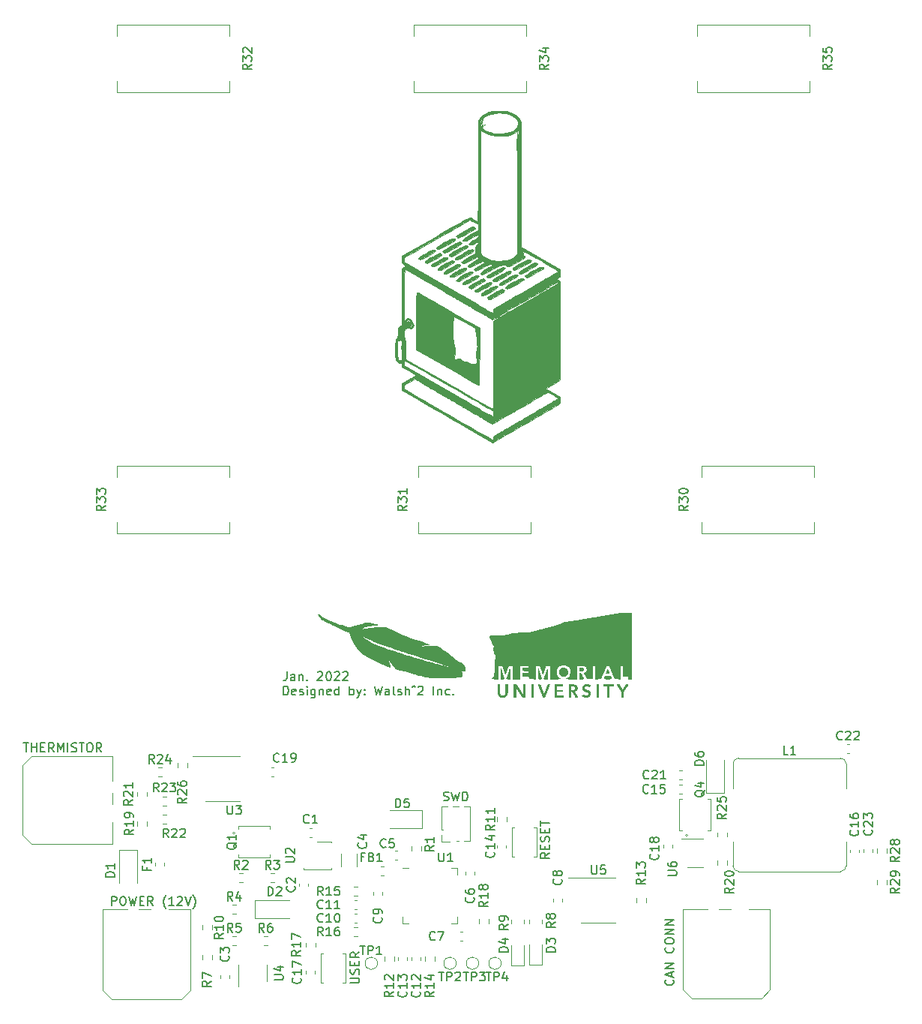
<source format=gbr>
%TF.GenerationSoftware,KiCad,Pcbnew,(5.1.8)-1*%
%TF.CreationDate,2022-01-18T09:11:41-03:30*%
%TF.ProjectId,beverageWarmer1,62657665-7261-4676-9557-61726d657231,rev?*%
%TF.SameCoordinates,Original*%
%TF.FileFunction,Legend,Top*%
%TF.FilePolarity,Positive*%
%FSLAX46Y46*%
G04 Gerber Fmt 4.6, Leading zero omitted, Abs format (unit mm)*
G04 Created by KiCad (PCBNEW (5.1.8)-1) date 2022-01-18 09:11:41*
%MOMM*%
%LPD*%
G01*
G04 APERTURE LIST*
%ADD10C,0.150000*%
%ADD11C,0.010000*%
%ADD12C,0.120000*%
G04 APERTURE END LIST*
D10*
X119492805Y-119990620D02*
X119492805Y-120704906D01*
X119445186Y-120847763D01*
X119349948Y-120943001D01*
X119207091Y-120990620D01*
X119111853Y-120990620D01*
X120397567Y-120990620D02*
X120397567Y-120466811D01*
X120349948Y-120371573D01*
X120254710Y-120323954D01*
X120064234Y-120323954D01*
X119968996Y-120371573D01*
X120397567Y-120943001D02*
X120302329Y-120990620D01*
X120064234Y-120990620D01*
X119968996Y-120943001D01*
X119921377Y-120847763D01*
X119921377Y-120752525D01*
X119968996Y-120657287D01*
X120064234Y-120609668D01*
X120302329Y-120609668D01*
X120397567Y-120562049D01*
X120873758Y-120323954D02*
X120873758Y-120990620D01*
X120873758Y-120419192D02*
X120921377Y-120371573D01*
X121016615Y-120323954D01*
X121159472Y-120323954D01*
X121254710Y-120371573D01*
X121302329Y-120466811D01*
X121302329Y-120990620D01*
X121778520Y-120895382D02*
X121826139Y-120943001D01*
X121778520Y-120990620D01*
X121730900Y-120943001D01*
X121778520Y-120895382D01*
X121778520Y-120990620D01*
X122968996Y-120085859D02*
X123016615Y-120038240D01*
X123111853Y-119990620D01*
X123349948Y-119990620D01*
X123445186Y-120038240D01*
X123492805Y-120085859D01*
X123540424Y-120181097D01*
X123540424Y-120276335D01*
X123492805Y-120419192D01*
X122921377Y-120990620D01*
X123540424Y-120990620D01*
X124159472Y-119990620D02*
X124254710Y-119990620D01*
X124349948Y-120038240D01*
X124397567Y-120085859D01*
X124445186Y-120181097D01*
X124492805Y-120371573D01*
X124492805Y-120609668D01*
X124445186Y-120800144D01*
X124397567Y-120895382D01*
X124349948Y-120943001D01*
X124254710Y-120990620D01*
X124159472Y-120990620D01*
X124064234Y-120943001D01*
X124016615Y-120895382D01*
X123968996Y-120800144D01*
X123921377Y-120609668D01*
X123921377Y-120371573D01*
X123968996Y-120181097D01*
X124016615Y-120085859D01*
X124064234Y-120038240D01*
X124159472Y-119990620D01*
X124873758Y-120085859D02*
X124921377Y-120038240D01*
X125016615Y-119990620D01*
X125254710Y-119990620D01*
X125349948Y-120038240D01*
X125397567Y-120085859D01*
X125445186Y-120181097D01*
X125445186Y-120276335D01*
X125397567Y-120419192D01*
X124826139Y-120990620D01*
X125445186Y-120990620D01*
X125826139Y-120085859D02*
X125873758Y-120038240D01*
X125968996Y-119990620D01*
X126207091Y-119990620D01*
X126302329Y-120038240D01*
X126349948Y-120085859D01*
X126397567Y-120181097D01*
X126397567Y-120276335D01*
X126349948Y-120419192D01*
X125778520Y-120990620D01*
X126397567Y-120990620D01*
X119111641Y-122621300D02*
X119111641Y-121621300D01*
X119349737Y-121621300D01*
X119492594Y-121668920D01*
X119587832Y-121764158D01*
X119635451Y-121859396D01*
X119683070Y-122049872D01*
X119683070Y-122192729D01*
X119635451Y-122383205D01*
X119587832Y-122478443D01*
X119492594Y-122573681D01*
X119349737Y-122621300D01*
X119111641Y-122621300D01*
X120492594Y-122573681D02*
X120397356Y-122621300D01*
X120206880Y-122621300D01*
X120111641Y-122573681D01*
X120064022Y-122478443D01*
X120064022Y-122097491D01*
X120111641Y-122002253D01*
X120206880Y-121954634D01*
X120397356Y-121954634D01*
X120492594Y-122002253D01*
X120540213Y-122097491D01*
X120540213Y-122192729D01*
X120064022Y-122287967D01*
X120921165Y-122573681D02*
X121016403Y-122621300D01*
X121206880Y-122621300D01*
X121302118Y-122573681D01*
X121349737Y-122478443D01*
X121349737Y-122430824D01*
X121302118Y-122335586D01*
X121206880Y-122287967D01*
X121064022Y-122287967D01*
X120968784Y-122240348D01*
X120921165Y-122145110D01*
X120921165Y-122097491D01*
X120968784Y-122002253D01*
X121064022Y-121954634D01*
X121206880Y-121954634D01*
X121302118Y-122002253D01*
X121778308Y-122621300D02*
X121778308Y-121954634D01*
X121778308Y-121621300D02*
X121730689Y-121668920D01*
X121778308Y-121716539D01*
X121825927Y-121668920D01*
X121778308Y-121621300D01*
X121778308Y-121716539D01*
X122683070Y-121954634D02*
X122683070Y-122764158D01*
X122635451Y-122859396D01*
X122587832Y-122907015D01*
X122492594Y-122954634D01*
X122349737Y-122954634D01*
X122254499Y-122907015D01*
X122683070Y-122573681D02*
X122587832Y-122621300D01*
X122397356Y-122621300D01*
X122302118Y-122573681D01*
X122254499Y-122526062D01*
X122206880Y-122430824D01*
X122206880Y-122145110D01*
X122254499Y-122049872D01*
X122302118Y-122002253D01*
X122397356Y-121954634D01*
X122587832Y-121954634D01*
X122683070Y-122002253D01*
X123159260Y-121954634D02*
X123159260Y-122621300D01*
X123159260Y-122049872D02*
X123206880Y-122002253D01*
X123302118Y-121954634D01*
X123444975Y-121954634D01*
X123540213Y-122002253D01*
X123587832Y-122097491D01*
X123587832Y-122621300D01*
X124444975Y-122573681D02*
X124349737Y-122621300D01*
X124159260Y-122621300D01*
X124064022Y-122573681D01*
X124016403Y-122478443D01*
X124016403Y-122097491D01*
X124064022Y-122002253D01*
X124159260Y-121954634D01*
X124349737Y-121954634D01*
X124444975Y-122002253D01*
X124492594Y-122097491D01*
X124492594Y-122192729D01*
X124016403Y-122287967D01*
X125349737Y-122621300D02*
X125349737Y-121621300D01*
X125349737Y-122573681D02*
X125254499Y-122621300D01*
X125064022Y-122621300D01*
X124968784Y-122573681D01*
X124921165Y-122526062D01*
X124873546Y-122430824D01*
X124873546Y-122145110D01*
X124921165Y-122049872D01*
X124968784Y-122002253D01*
X125064022Y-121954634D01*
X125254499Y-121954634D01*
X125349737Y-122002253D01*
X126587832Y-122621300D02*
X126587832Y-121621300D01*
X126587832Y-122002253D02*
X126683070Y-121954634D01*
X126873546Y-121954634D01*
X126968784Y-122002253D01*
X127016403Y-122049872D01*
X127064022Y-122145110D01*
X127064022Y-122430824D01*
X127016403Y-122526062D01*
X126968784Y-122573681D01*
X126873546Y-122621300D01*
X126683070Y-122621300D01*
X126587832Y-122573681D01*
X127397356Y-121954634D02*
X127635451Y-122621300D01*
X127873546Y-121954634D02*
X127635451Y-122621300D01*
X127540213Y-122859396D01*
X127492594Y-122907015D01*
X127397356Y-122954634D01*
X128254499Y-122526062D02*
X128302118Y-122573681D01*
X128254499Y-122621300D01*
X128206880Y-122573681D01*
X128254499Y-122526062D01*
X128254499Y-122621300D01*
X128254499Y-122002253D02*
X128302118Y-122049872D01*
X128254499Y-122097491D01*
X128206880Y-122049872D01*
X128254499Y-122002253D01*
X128254499Y-122097491D01*
X129397356Y-121621300D02*
X129635451Y-122621300D01*
X129825927Y-121907015D01*
X130016403Y-122621300D01*
X130254499Y-121621300D01*
X131064022Y-122621300D02*
X131064022Y-122097491D01*
X131016403Y-122002253D01*
X130921165Y-121954634D01*
X130730689Y-121954634D01*
X130635451Y-122002253D01*
X131064022Y-122573681D02*
X130968784Y-122621300D01*
X130730689Y-122621300D01*
X130635451Y-122573681D01*
X130587832Y-122478443D01*
X130587832Y-122383205D01*
X130635451Y-122287967D01*
X130730689Y-122240348D01*
X130968784Y-122240348D01*
X131064022Y-122192729D01*
X131683070Y-122621300D02*
X131587832Y-122573681D01*
X131540213Y-122478443D01*
X131540213Y-121621300D01*
X132016403Y-122573681D02*
X132111641Y-122621300D01*
X132302118Y-122621300D01*
X132397356Y-122573681D01*
X132444975Y-122478443D01*
X132444975Y-122430824D01*
X132397356Y-122335586D01*
X132302118Y-122287967D01*
X132159260Y-122287967D01*
X132064022Y-122240348D01*
X132016403Y-122145110D01*
X132016403Y-122097491D01*
X132064022Y-122002253D01*
X132159260Y-121954634D01*
X132302118Y-121954634D01*
X132397356Y-122002253D01*
X132873546Y-122621300D02*
X132873546Y-121621300D01*
X133302118Y-122621300D02*
X133302118Y-122097491D01*
X133254499Y-122002253D01*
X133159260Y-121954634D01*
X133016403Y-121954634D01*
X132921165Y-122002253D01*
X132873546Y-122049872D01*
X133635451Y-121716539D02*
X133825927Y-121573681D01*
X134016403Y-121716539D01*
X134302118Y-121716539D02*
X134349737Y-121668920D01*
X134444975Y-121621300D01*
X134683070Y-121621300D01*
X134778308Y-121668920D01*
X134825927Y-121716539D01*
X134873546Y-121811777D01*
X134873546Y-121907015D01*
X134825927Y-122049872D01*
X134254499Y-122621300D01*
X134873546Y-122621300D01*
X136064022Y-122621300D02*
X136064022Y-121621300D01*
X136540213Y-121954634D02*
X136540213Y-122621300D01*
X136540213Y-122049872D02*
X136587832Y-122002253D01*
X136683070Y-121954634D01*
X136825927Y-121954634D01*
X136921165Y-122002253D01*
X136968784Y-122097491D01*
X136968784Y-122621300D01*
X137873546Y-122573681D02*
X137778308Y-122621300D01*
X137587832Y-122621300D01*
X137492594Y-122573681D01*
X137444975Y-122526062D01*
X137397356Y-122430824D01*
X137397356Y-122145110D01*
X137444975Y-122049872D01*
X137492594Y-122002253D01*
X137587832Y-121954634D01*
X137778308Y-121954634D01*
X137873546Y-122002253D01*
X138302118Y-122526062D02*
X138349737Y-122573681D01*
X138302118Y-122621300D01*
X138254499Y-122573681D01*
X138302118Y-122526062D01*
X138302118Y-122621300D01*
D11*
%TO.C,G\u002A\u002A\u002A*%
G36*
X143808533Y-56686683D02*
G01*
X144299120Y-56752435D01*
X144756882Y-56876406D01*
X145162407Y-57058103D01*
X145496283Y-57297034D01*
X145739096Y-57592704D01*
X145774241Y-57657051D01*
X145917474Y-57941091D01*
X145917474Y-72015306D01*
X148129630Y-73295640D01*
X150341785Y-74575974D01*
X150360747Y-74966696D01*
X150367982Y-75183150D01*
X150352657Y-75312342D01*
X150299029Y-75394145D01*
X150191353Y-75468434D01*
X150153855Y-75490676D01*
X150013537Y-75577898D01*
X149934441Y-75635664D01*
X149928001Y-75644282D01*
X149976605Y-75686971D01*
X150098264Y-75769285D01*
X150150808Y-75802334D01*
X150373615Y-75940036D01*
X150373615Y-87062576D01*
X149752938Y-87424128D01*
X149482422Y-87582179D01*
X149234893Y-87727647D01*
X149041786Y-87842011D01*
X148949827Y-87897301D01*
X148767393Y-88008922D01*
X150373615Y-88933630D01*
X150373615Y-89305926D01*
X150368854Y-89518339D01*
X150341319Y-89647416D01*
X150271127Y-89737108D01*
X150138397Y-89831364D01*
X150134893Y-89833646D01*
X150039533Y-89891713D01*
X149845597Y-90006487D01*
X149564855Y-90171161D01*
X149209073Y-90378924D01*
X148790020Y-90622969D01*
X148319464Y-90896487D01*
X147809173Y-91192668D01*
X147270915Y-91504704D01*
X146716457Y-91825785D01*
X146157568Y-92149104D01*
X145606015Y-92467851D01*
X145073567Y-92775217D01*
X144571992Y-93064393D01*
X144113057Y-93328571D01*
X143708530Y-93560942D01*
X143370179Y-93754696D01*
X143109773Y-93903025D01*
X142939079Y-93999120D01*
X142880029Y-94031271D01*
X142687441Y-94130863D01*
X139480277Y-92277363D01*
X138820208Y-91895833D01*
X138133001Y-91498507D01*
X137437563Y-91096323D01*
X136752803Y-90700221D01*
X136097628Y-90321140D01*
X135490946Y-89970018D01*
X134951665Y-89657796D01*
X134498694Y-89395412D01*
X134395169Y-89335416D01*
X132517224Y-88246969D01*
X132493836Y-87759478D01*
X132739985Y-87759478D01*
X132740031Y-87843720D01*
X132740031Y-88077538D01*
X134538402Y-89115607D01*
X134951571Y-89354281D01*
X135456090Y-89646025D01*
X136033207Y-89979977D01*
X136664166Y-90345276D01*
X137330214Y-90731063D01*
X138012597Y-91126477D01*
X138692562Y-91520656D01*
X139351355Y-91902741D01*
X139487901Y-91981960D01*
X140068143Y-92317895D01*
X140616544Y-92634002D01*
X141123048Y-92924576D01*
X141577600Y-93183917D01*
X141970144Y-93406322D01*
X142290624Y-93586087D01*
X142528985Y-93717511D01*
X142675170Y-93794892D01*
X142718602Y-93814059D01*
X142776577Y-93759880D01*
X142787205Y-93686410D01*
X142941102Y-93686410D01*
X142949810Y-93690555D01*
X143007905Y-93645740D01*
X143020983Y-93626895D01*
X143037205Y-93567381D01*
X143028497Y-93563236D01*
X142970403Y-93608051D01*
X142957324Y-93626895D01*
X142941102Y-93686410D01*
X142787205Y-93686410D01*
X142798176Y-93610574D01*
X142800063Y-93561375D01*
X142811918Y-93514503D01*
X142840634Y-93467748D01*
X143052813Y-93467748D01*
X143084642Y-93499577D01*
X143116472Y-93467748D01*
X143084642Y-93435918D01*
X143052813Y-93467748D01*
X142840634Y-93467748D01*
X142843030Y-93463847D01*
X142901908Y-93404088D01*
X143371109Y-93404088D01*
X143402938Y-93435918D01*
X143434768Y-93404088D01*
X143402938Y-93372259D01*
X143371109Y-93404088D01*
X142901908Y-93404088D01*
X142902689Y-93403296D01*
X143000187Y-93326738D01*
X143073423Y-93276770D01*
X143562086Y-93276770D01*
X143593916Y-93308600D01*
X143625745Y-93276770D01*
X143593916Y-93244941D01*
X143562086Y-93276770D01*
X143073423Y-93276770D01*
X143144812Y-93228063D01*
X143168499Y-93213111D01*
X143689404Y-93213111D01*
X143721234Y-93244941D01*
X143753063Y-93213111D01*
X143721234Y-93181281D01*
X143689404Y-93213111D01*
X143168499Y-93213111D01*
X143269348Y-93149452D01*
X143816723Y-93149452D01*
X143848552Y-93181281D01*
X143880382Y-93149452D01*
X143848552Y-93117622D01*
X143816723Y-93149452D01*
X143269348Y-93149452D01*
X143345856Y-93101158D01*
X143494139Y-93011524D01*
X143965261Y-93011524D01*
X143973999Y-93049369D01*
X144007700Y-93053963D01*
X144060099Y-93030671D01*
X144050139Y-93011524D01*
X143974591Y-93003905D01*
X143965261Y-93011524D01*
X143494139Y-93011524D01*
X143581901Y-92958474D01*
X144135018Y-92958474D01*
X144166848Y-92990304D01*
X144198677Y-92958474D01*
X144166848Y-92926645D01*
X144135018Y-92958474D01*
X143581901Y-92958474D01*
X143612608Y-92939913D01*
X143689021Y-92894815D01*
X143880382Y-92894815D01*
X143912211Y-92926645D01*
X143944041Y-92894815D01*
X143912211Y-92862986D01*
X143880382Y-92894815D01*
X143689021Y-92894815D01*
X143789292Y-92835636D01*
X144325996Y-92835636D01*
X144372781Y-92835203D01*
X144453314Y-92799326D01*
X144553358Y-92733585D01*
X144580632Y-92699358D01*
X144533847Y-92699791D01*
X144453314Y-92735667D01*
X144353270Y-92801409D01*
X144325996Y-92835636D01*
X143789292Y-92835636D01*
X143954359Y-92738216D01*
X144098926Y-92653974D01*
X144650746Y-92653974D01*
X144714534Y-92640618D01*
X144726611Y-92636086D01*
X144804564Y-92585655D01*
X144805124Y-92556984D01*
X144737782Y-92564125D01*
X144690975Y-92600450D01*
X144650746Y-92653974D01*
X144098926Y-92653974D01*
X144300108Y-92536742D01*
X144915469Y-92536742D01*
X144962103Y-92506232D01*
X144970487Y-92498007D01*
X145020770Y-92414542D01*
X145013952Y-92383858D01*
X144966598Y-92402961D01*
X144934851Y-92462370D01*
X144915469Y-92536742D01*
X144300108Y-92536742D01*
X144380398Y-92489956D01*
X144670605Y-92321883D01*
X145217224Y-92321883D01*
X145249053Y-92353712D01*
X145280883Y-92321883D01*
X145249053Y-92290053D01*
X145217224Y-92321883D01*
X144670605Y-92321883D01*
X144780523Y-92258224D01*
X145344542Y-92258224D01*
X145376372Y-92290053D01*
X145408201Y-92258224D01*
X145376372Y-92226394D01*
X145344542Y-92258224D01*
X144780523Y-92258224D01*
X144842640Y-92222249D01*
X145487468Y-92222249D01*
X145496176Y-92226394D01*
X145554270Y-92181579D01*
X145567349Y-92162735D01*
X145583571Y-92103221D01*
X145574863Y-92099076D01*
X145516769Y-92143891D01*
X145503690Y-92162735D01*
X145487468Y-92222249D01*
X144842640Y-92222249D01*
X144900015Y-92189021D01*
X145110730Y-92067246D01*
X145344542Y-92067246D01*
X145376372Y-92099076D01*
X145380516Y-92094931D01*
X145678446Y-92094931D01*
X145687154Y-92099076D01*
X145745248Y-92054261D01*
X145758327Y-92035417D01*
X145774548Y-91975902D01*
X145765841Y-91971758D01*
X145707746Y-92016572D01*
X145694667Y-92035417D01*
X145678446Y-92094931D01*
X145380516Y-92094931D01*
X145408201Y-92067246D01*
X145376372Y-92035417D01*
X145344542Y-92067246D01*
X145110730Y-92067246D01*
X145386817Y-91907692D01*
X145441201Y-91876269D01*
X145981134Y-91876269D01*
X146012963Y-91908098D01*
X146044793Y-91876269D01*
X146012963Y-91844439D01*
X145981134Y-91876269D01*
X145441201Y-91876269D01*
X145551376Y-91812610D01*
X146108452Y-91812610D01*
X146140281Y-91844439D01*
X146172111Y-91812610D01*
X146140281Y-91780780D01*
X146108452Y-91812610D01*
X145551376Y-91812610D01*
X145741125Y-91702973D01*
X146205654Y-91702973D01*
X146210498Y-91727731D01*
X146262706Y-91779919D01*
X146267600Y-91780780D01*
X146318426Y-91737246D01*
X146324702Y-91727731D01*
X146305735Y-91680853D01*
X146267600Y-91674682D01*
X146205654Y-91702973D01*
X145741125Y-91702973D01*
X145992078Y-91557973D01*
X146172111Y-91557973D01*
X146203941Y-91589803D01*
X146235770Y-91557973D01*
X146222188Y-91544391D01*
X146373350Y-91544391D01*
X146388839Y-91579967D01*
X146452937Y-91648308D01*
X146489787Y-91634289D01*
X146490407Y-91625389D01*
X146445191Y-91571545D01*
X146436504Y-91565508D01*
X146566237Y-91565508D01*
X146582140Y-91567452D01*
X146644772Y-91537436D01*
X146752130Y-91441068D01*
X146783228Y-91368317D01*
X146783282Y-91366996D01*
X146872362Y-91366996D01*
X146904191Y-91398825D01*
X146936021Y-91366996D01*
X146904191Y-91335166D01*
X146872362Y-91366996D01*
X146783282Y-91366996D01*
X146786596Y-91287091D01*
X146777401Y-91281589D01*
X146766263Y-91348341D01*
X146730524Y-91417371D01*
X146649555Y-91495712D01*
X146566237Y-91565508D01*
X146436504Y-91565508D01*
X146416912Y-91551894D01*
X146373350Y-91544391D01*
X146222188Y-91544391D01*
X146203941Y-91526144D01*
X146172111Y-91557973D01*
X145992078Y-91557973D01*
X146214642Y-91429376D01*
X146708050Y-91144189D01*
X147190657Y-91144189D01*
X147213949Y-91196587D01*
X147233097Y-91186628D01*
X147240587Y-91112359D01*
X147317976Y-91112359D01*
X147349805Y-91144189D01*
X147381635Y-91112359D01*
X147349805Y-91080529D01*
X147317976Y-91112359D01*
X147240587Y-91112359D01*
X147240716Y-91111080D01*
X147233097Y-91101749D01*
X147195252Y-91110488D01*
X147190657Y-91144189D01*
X146708050Y-91144189D01*
X146939117Y-91010634D01*
X146983366Y-90985041D01*
X147254317Y-90985041D01*
X147286146Y-91016870D01*
X147317976Y-90985041D01*
X147286146Y-90953211D01*
X147254317Y-90985041D01*
X146983366Y-90985041D01*
X147093431Y-90921382D01*
X147381635Y-90921382D01*
X147413464Y-90953211D01*
X147445294Y-90921382D01*
X147636271Y-90921382D01*
X147668101Y-90953211D01*
X147699931Y-90921382D01*
X147668101Y-90889552D01*
X147636271Y-90921382D01*
X147445294Y-90921382D01*
X147413464Y-90889552D01*
X147381635Y-90921382D01*
X147093431Y-90921382D01*
X147155631Y-90885407D01*
X147779198Y-90885407D01*
X147787905Y-90889552D01*
X147846000Y-90844737D01*
X147859078Y-90825893D01*
X147875300Y-90766379D01*
X147866592Y-90762234D01*
X147808498Y-90807049D01*
X147795419Y-90825893D01*
X147779198Y-90885407D01*
X147155631Y-90885407D01*
X147423630Y-90730404D01*
X147954567Y-90730404D01*
X147986397Y-90762234D01*
X148018226Y-90730404D01*
X147986397Y-90698575D01*
X147954567Y-90730404D01*
X147423630Y-90730404D01*
X147533696Y-90666745D01*
X148081886Y-90666745D01*
X148113715Y-90698575D01*
X148145545Y-90666745D01*
X148113715Y-90634915D01*
X148081886Y-90666745D01*
X147533696Y-90666745D01*
X147567156Y-90647393D01*
X147619850Y-90616882D01*
X148215658Y-90616882D01*
X148279446Y-90603525D01*
X148291523Y-90598993D01*
X148369476Y-90548563D01*
X148370036Y-90519892D01*
X148302694Y-90527032D01*
X148255887Y-90563357D01*
X148215658Y-90616882D01*
X147619850Y-90616882D01*
X148083449Y-90348449D01*
X148336522Y-90348449D01*
X148368352Y-90380279D01*
X148400181Y-90348449D01*
X148368352Y-90316620D01*
X148336522Y-90348449D01*
X148083449Y-90348449D01*
X148105677Y-90335579D01*
X148180001Y-90292466D01*
X148678972Y-90292466D01*
X148685402Y-90358324D01*
X148703877Y-90352440D01*
X148747829Y-90260139D01*
X148750291Y-90248816D01*
X148861403Y-90248816D01*
X148870111Y-90252961D01*
X148928205Y-90208146D01*
X148941284Y-90189301D01*
X148957506Y-90129787D01*
X148948798Y-90125642D01*
X148890704Y-90170457D01*
X148877625Y-90189301D01*
X148861403Y-90248816D01*
X148750291Y-90248816D01*
X148757982Y-90213455D01*
X148751552Y-90147597D01*
X148733077Y-90153481D01*
X148689125Y-90245782D01*
X148678972Y-90292466D01*
X148180001Y-90292466D01*
X148522467Y-90093813D01*
X149100432Y-90093813D01*
X149132261Y-90125642D01*
X149164091Y-90093813D01*
X149132261Y-90061983D01*
X149100432Y-90093813D01*
X148522467Y-90093813D01*
X148561594Y-90071117D01*
X148733745Y-89970974D01*
X149291409Y-89970974D01*
X149338195Y-89970541D01*
X149418728Y-89934665D01*
X149518771Y-89868923D01*
X149546046Y-89834697D01*
X149499260Y-89835129D01*
X149418728Y-89871006D01*
X149318684Y-89936747D01*
X149291409Y-89970974D01*
X148733745Y-89970974D01*
X148941823Y-89849932D01*
X148960231Y-89839176D01*
X149227750Y-89839176D01*
X149259580Y-89871006D01*
X149291409Y-89839176D01*
X149259580Y-89807347D01*
X149227750Y-89839176D01*
X148960231Y-89839176D01*
X149178133Y-89711858D01*
X149737023Y-89711858D01*
X149768853Y-89743687D01*
X149800682Y-89711858D01*
X149768853Y-89680028D01*
X149737023Y-89711858D01*
X149178133Y-89711858D01*
X149253280Y-89667951D01*
X149286851Y-89648199D01*
X149864342Y-89648199D01*
X149896171Y-89680028D01*
X149928001Y-89648199D01*
X149896171Y-89616369D01*
X149864342Y-89648199D01*
X149286851Y-89648199D01*
X149502880Y-89521098D01*
X149503246Y-89520880D01*
X149673364Y-89520880D01*
X149705194Y-89552710D01*
X149737023Y-89520880D01*
X149991660Y-89520880D01*
X150023490Y-89552710D01*
X150055319Y-89520880D01*
X150023490Y-89489051D01*
X149991660Y-89520880D01*
X149737023Y-89520880D01*
X149705194Y-89489051D01*
X149673364Y-89520880D01*
X149503246Y-89520880D01*
X149697540Y-89405300D01*
X149716918Y-89393562D01*
X149991660Y-89393562D01*
X150023490Y-89425392D01*
X150055319Y-89393562D01*
X150023490Y-89361733D01*
X149991660Y-89393562D01*
X149716918Y-89393562D01*
X149844175Y-89316482D01*
X149949701Y-89250570D01*
X150021034Y-89203489D01*
X150065088Y-89171165D01*
X150088781Y-89149524D01*
X150099028Y-89134491D01*
X150100525Y-89130627D01*
X150063503Y-89064531D01*
X149945552Y-88980889D01*
X149913272Y-88963805D01*
X149759140Y-88883060D01*
X149536539Y-88762271D01*
X149287646Y-88624391D01*
X149227750Y-88590780D01*
X149026069Y-88482717D01*
X148885486Y-88418158D01*
X148825567Y-88405500D01*
X148831591Y-88420800D01*
X148871359Y-88496071D01*
X148814942Y-88543951D01*
X148736103Y-88569387D01*
X148591032Y-88607477D01*
X148509263Y-88624462D01*
X148430945Y-88674961D01*
X148413774Y-88696672D01*
X148341848Y-88764357D01*
X148189564Y-88867163D01*
X147945277Y-89012416D01*
X147636271Y-89185970D01*
X147407620Y-89315375D01*
X147150080Y-89465477D01*
X147031510Y-89536201D01*
X146733528Y-89712767D01*
X146407830Y-89900514D01*
X146074216Y-90088626D01*
X145752484Y-90266285D01*
X145462434Y-90422677D01*
X145223865Y-90546984D01*
X145056577Y-90628389D01*
X144981513Y-90656135D01*
X144924405Y-90673796D01*
X144929558Y-90686765D01*
X144891721Y-90727286D01*
X144774363Y-90811270D01*
X144608678Y-90919318D01*
X144425861Y-91032028D01*
X144257107Y-91130001D01*
X144133611Y-91193836D01*
X144091685Y-91207848D01*
X144026662Y-91240427D01*
X143892731Y-91323653D01*
X143796363Y-91387378D01*
X143599247Y-91512414D01*
X143346580Y-91662124D01*
X143113669Y-91792751D01*
X142697082Y-92018593D01*
X142340914Y-91820113D01*
X142081379Y-91673383D01*
X141991514Y-91621632D01*
X142479880Y-91621632D01*
X142511710Y-91653462D01*
X142543540Y-91621632D01*
X142511710Y-91589803D01*
X142479880Y-91621632D01*
X141991514Y-91621632D01*
X141790799Y-91506046D01*
X141776034Y-91497405D01*
X142570008Y-91497405D01*
X142575820Y-91526873D01*
X142643908Y-91579644D01*
X142716874Y-91588500D01*
X142734517Y-91564784D01*
X142684583Y-91523899D01*
X142635722Y-91501854D01*
X142570008Y-91497405D01*
X141776034Y-91497405D01*
X141770753Y-91494314D01*
X142798176Y-91494314D01*
X142830006Y-91526144D01*
X142861835Y-91494314D01*
X142830006Y-91462484D01*
X142798176Y-91494314D01*
X141770753Y-91494314D01*
X141643839Y-91420045D01*
X142373782Y-91420045D01*
X142382520Y-91457890D01*
X142416221Y-91462484D01*
X142468620Y-91439193D01*
X142464180Y-91430655D01*
X142925495Y-91430655D01*
X142957324Y-91462484D01*
X142989154Y-91430655D01*
X142957324Y-91398825D01*
X142925495Y-91430655D01*
X142464180Y-91430655D01*
X142458661Y-91420045D01*
X142383112Y-91412426D01*
X142373782Y-91420045D01*
X141643839Y-91420045D01*
X141611636Y-91401200D01*
X141553467Y-91366996D01*
X143052813Y-91366996D01*
X143084642Y-91398825D01*
X143116472Y-91366996D01*
X143084642Y-91335166D01*
X143052813Y-91366996D01*
X141553467Y-91366996D01*
X141427161Y-91292727D01*
X142182804Y-91292727D01*
X142191543Y-91330572D01*
X142225244Y-91335166D01*
X142234568Y-91331021D01*
X143195739Y-91331021D01*
X143204447Y-91335166D01*
X143262541Y-91290351D01*
X143275620Y-91271507D01*
X143291841Y-91211993D01*
X143283134Y-91207848D01*
X143225039Y-91252663D01*
X143211961Y-91271507D01*
X143195739Y-91331021D01*
X142234568Y-91331021D01*
X142277643Y-91311874D01*
X142267683Y-91292727D01*
X142192135Y-91285108D01*
X142182804Y-91292727D01*
X141427161Y-91292727D01*
X141400528Y-91277067D01*
X141217704Y-91170592D01*
X141115993Y-91112359D01*
X141524993Y-91112359D01*
X141556823Y-91144189D01*
X141588652Y-91112359D01*
X141575071Y-91098777D01*
X141917210Y-91098777D01*
X141932699Y-91134353D01*
X141996797Y-91202694D01*
X142033647Y-91188675D01*
X142034266Y-91179775D01*
X141989051Y-91125931D01*
X141960771Y-91106280D01*
X141917210Y-91098777D01*
X141575071Y-91098777D01*
X141556823Y-91080529D01*
X141524993Y-91112359D01*
X141115993Y-91112359D01*
X141111209Y-91109620D01*
X141003546Y-91048700D01*
X141779630Y-91048700D01*
X141811459Y-91080529D01*
X141843289Y-91048700D01*
X141811459Y-91016870D01*
X141779630Y-91048700D01*
X141003546Y-91048700D01*
X140814203Y-90941563D01*
X141564022Y-90941563D01*
X141582876Y-90988950D01*
X141623282Y-90995651D01*
X141706428Y-90985883D01*
X141715971Y-90978188D01*
X141668555Y-90928501D01*
X141587026Y-90923951D01*
X141564022Y-90941563D01*
X140814203Y-90941563D01*
X140784457Y-90924732D01*
X140563833Y-90797154D01*
X141360484Y-90797154D01*
X141366296Y-90826622D01*
X141434384Y-90879393D01*
X141507350Y-90888249D01*
X141524993Y-90864533D01*
X141475059Y-90823649D01*
X141426198Y-90801603D01*
X141360484Y-90797154D01*
X140563833Y-90797154D01*
X140459441Y-90736789D01*
X140208631Y-90588728D01*
X141029416Y-90588728D01*
X141040384Y-90608486D01*
X141107461Y-90663233D01*
X141221024Y-90746715D01*
X141265942Y-90754037D01*
X141270357Y-90732644D01*
X141220359Y-90685998D01*
X141127124Y-90633643D01*
X141029416Y-90588728D01*
X140208631Y-90588728D01*
X140157679Y-90558650D01*
X140125905Y-90539427D01*
X140888402Y-90539427D01*
X140920231Y-90571256D01*
X140952061Y-90539427D01*
X140920231Y-90507597D01*
X140888402Y-90539427D01*
X140125905Y-90539427D01*
X139900690Y-90403177D01*
X139763846Y-90317103D01*
X140574276Y-90317103D01*
X140590084Y-90350069D01*
X140625645Y-90396194D01*
X140718562Y-90495163D01*
X140760038Y-90494733D01*
X140761083Y-90483562D01*
X140717580Y-90430424D01*
X140649680Y-90372159D01*
X140574276Y-90317103D01*
X139763846Y-90317103D01*
X139712473Y-90284790D01*
X140442788Y-90284790D01*
X140474617Y-90316620D01*
X140506447Y-90284790D01*
X140474617Y-90252961D01*
X140442788Y-90284790D01*
X139712473Y-90284790D01*
X139709992Y-90283230D01*
X139607104Y-90211670D01*
X139603315Y-90208425D01*
X139483211Y-90150787D01*
X139412338Y-90161442D01*
X139362286Y-90179062D01*
X139373020Y-90160545D01*
X139347208Y-90107275D01*
X139317219Y-90082843D01*
X140142252Y-90082843D01*
X140171558Y-90137158D01*
X140186942Y-90156015D01*
X140276662Y-90244303D01*
X140313446Y-90223953D01*
X140315469Y-90196112D01*
X140264447Y-90127745D01*
X140210977Y-90099166D01*
X140142252Y-90082843D01*
X139317219Y-90082843D01*
X139239295Y-90019360D01*
X139157105Y-89966494D01*
X139933515Y-89966494D01*
X139965344Y-89998324D01*
X139997174Y-89966494D01*
X139965344Y-89934665D01*
X139933515Y-89966494D01*
X139157105Y-89966494D01*
X139081625Y-89917944D01*
X139053416Y-89902835D01*
X139806196Y-89902835D01*
X139838026Y-89934665D01*
X139869855Y-89902835D01*
X139838026Y-89871006D01*
X139806196Y-89902835D01*
X139053416Y-89902835D01*
X138906545Y-89824170D01*
X138771735Y-89767482D01*
X138677824Y-89708828D01*
X138664731Y-89681713D01*
X139496814Y-89681713D01*
X139500932Y-89703874D01*
X139543440Y-89759602D01*
X139640445Y-89848979D01*
X139697283Y-89871006D01*
X139742143Y-89858493D01*
X139737232Y-89852992D01*
X139670908Y-89805450D01*
X139583389Y-89741589D01*
X139496814Y-89681713D01*
X138664731Y-89681713D01*
X138660332Y-89672604D01*
X138635074Y-89648199D01*
X139360582Y-89648199D01*
X139392412Y-89680028D01*
X139424241Y-89648199D01*
X139392412Y-89616369D01*
X139360582Y-89648199D01*
X138635074Y-89648199D01*
X138608662Y-89622680D01*
X138564843Y-89616369D01*
X138480220Y-89576404D01*
X138469354Y-89542100D01*
X138460297Y-89523681D01*
X139063506Y-89523681D01*
X139077393Y-89610175D01*
X139111027Y-89584540D01*
X139233264Y-89584540D01*
X139265094Y-89616369D01*
X139296923Y-89584540D01*
X139265094Y-89552710D01*
X139233264Y-89584540D01*
X139111027Y-89584540D01*
X139123483Y-89575047D01*
X139135057Y-89557109D01*
X139131851Y-89476854D01*
X139117594Y-89464420D01*
X139070207Y-89483274D01*
X139063506Y-89523681D01*
X138460297Y-89523681D01*
X138446735Y-89496101D01*
X138432779Y-89504406D01*
X138367006Y-89488407D01*
X138215480Y-89417571D01*
X138170383Y-89393562D01*
X138914968Y-89393562D01*
X138946798Y-89425392D01*
X138978627Y-89393562D01*
X138946798Y-89361733D01*
X138914968Y-89393562D01*
X138170383Y-89393562D01*
X138001096Y-89303438D01*
X137770256Y-89171239D01*
X138600842Y-89171239D01*
X138616650Y-89204204D01*
X138652212Y-89250329D01*
X138745129Y-89349299D01*
X138786605Y-89348868D01*
X138787650Y-89337698D01*
X138744147Y-89284559D01*
X138676246Y-89226294D01*
X138600842Y-89171239D01*
X137770256Y-89171239D01*
X137759171Y-89164891D01*
X137714355Y-89138925D01*
X138469354Y-89138925D01*
X138501184Y-89170755D01*
X138533013Y-89138925D01*
X138501184Y-89107096D01*
X138469354Y-89138925D01*
X137714355Y-89138925D01*
X137549543Y-89043437D01*
X138278377Y-89043437D01*
X138301669Y-89095835D01*
X138320816Y-89085876D01*
X138328435Y-89010328D01*
X138320816Y-89000997D01*
X138282971Y-89009736D01*
X138278377Y-89043437D01*
X137549543Y-89043437D01*
X137503038Y-89016493D01*
X137285472Y-88895702D01*
X137130520Y-88815523D01*
X137063666Y-88788800D01*
X137006280Y-88740815D01*
X137005194Y-88729431D01*
X136975929Y-88693311D01*
X137705444Y-88693311D01*
X137737274Y-88725141D01*
X137744830Y-88717585D01*
X137800933Y-88717585D01*
X137951219Y-88848681D01*
X138077162Y-88941304D01*
X138168721Y-88979778D01*
X138214317Y-88966514D01*
X138209413Y-88960511D01*
X138141701Y-88918350D01*
X138011130Y-88840687D01*
X137991911Y-88829414D01*
X137800933Y-88717585D01*
X137744830Y-88717585D01*
X137769104Y-88693311D01*
X137737274Y-88661482D01*
X137705444Y-88693311D01*
X136975929Y-88693311D01*
X136952692Y-88664631D01*
X136879120Y-88630047D01*
X136878191Y-88629652D01*
X137578126Y-88629652D01*
X137609956Y-88661482D01*
X137641785Y-88629652D01*
X137609956Y-88597823D01*
X137578126Y-88629652D01*
X136878191Y-88629652D01*
X136730234Y-88566795D01*
X136549314Y-88468178D01*
X136484526Y-88427705D01*
X137277590Y-88427705D01*
X137306897Y-88482020D01*
X137322280Y-88500877D01*
X137412001Y-88589165D01*
X137448784Y-88568815D01*
X137450808Y-88540974D01*
X137399785Y-88472607D01*
X137346315Y-88444028D01*
X137277590Y-88427705D01*
X136484526Y-88427705D01*
X136366433Y-88353933D01*
X136287515Y-88297775D01*
X137079115Y-88297775D01*
X137094604Y-88333350D01*
X137158702Y-88401691D01*
X137195552Y-88387672D01*
X137196171Y-88378773D01*
X137150955Y-88324929D01*
X137122676Y-88305278D01*
X137079115Y-88297775D01*
X136287515Y-88297775D01*
X136217141Y-88247697D01*
X136941535Y-88247697D01*
X136973364Y-88279527D01*
X137005194Y-88247697D01*
X136973364Y-88215868D01*
X136941535Y-88247697D01*
X136217141Y-88247697D01*
X136211666Y-88243801D01*
X136144771Y-88184038D01*
X136814216Y-88184038D01*
X136846046Y-88215868D01*
X136877875Y-88184038D01*
X136846046Y-88152209D01*
X136814216Y-88184038D01*
X136144771Y-88184038D01*
X136115086Y-88157519D01*
X136100099Y-88118735D01*
X136100521Y-88097369D01*
X136068019Y-88112819D01*
X135960424Y-88116373D01*
X135845212Y-88069417D01*
X135733060Y-88002274D01*
X135717543Y-87993061D01*
X136177625Y-87993061D01*
X136209454Y-88024890D01*
X136219888Y-88014456D01*
X136470540Y-88014456D01*
X136497671Y-88056885D01*
X136563990Y-88071378D01*
X136665022Y-88069884D01*
X136686898Y-88059574D01*
X136636490Y-88016262D01*
X136537944Y-87995876D01*
X136470540Y-88014456D01*
X136219888Y-88014456D01*
X136241284Y-87993061D01*
X136209454Y-87961231D01*
X136177625Y-87993061D01*
X135717543Y-87993061D01*
X135539797Y-87887533D01*
X135294050Y-87742158D01*
X135264703Y-87724842D01*
X136060568Y-87724842D01*
X136076057Y-87760418D01*
X136140155Y-87828759D01*
X136177005Y-87814740D01*
X136177625Y-87805840D01*
X136132409Y-87751996D01*
X136104130Y-87732345D01*
X136060568Y-87724842D01*
X135264703Y-87724842D01*
X135071939Y-87611106D01*
X135413715Y-87611106D01*
X135445545Y-87642936D01*
X135477374Y-87611106D01*
X135445545Y-87579276D01*
X135413715Y-87611106D01*
X135071939Y-87611106D01*
X135063590Y-87606180D01*
X134941638Y-87533089D01*
X135745707Y-87533089D01*
X135756674Y-87552847D01*
X135823752Y-87607594D01*
X135937315Y-87691076D01*
X135982233Y-87698398D01*
X135986647Y-87677005D01*
X135936650Y-87630359D01*
X135843414Y-87578004D01*
X135745707Y-87533089D01*
X134941638Y-87533089D01*
X134859378Y-87483788D01*
X135604693Y-87483788D01*
X135636522Y-87515617D01*
X135668352Y-87483788D01*
X135636522Y-87451958D01*
X135604693Y-87483788D01*
X134859378Y-87483788D01*
X134808695Y-87453412D01*
X134755171Y-87420128D01*
X135477374Y-87420128D01*
X135509204Y-87451958D01*
X135541033Y-87420128D01*
X135509204Y-87388299D01*
X135477374Y-87420128D01*
X134755171Y-87420128D01*
X134595308Y-87320719D01*
X134532285Y-87279228D01*
X135296658Y-87279228D01*
X135312147Y-87314804D01*
X135376245Y-87383145D01*
X135413095Y-87369126D01*
X135413715Y-87360226D01*
X135368499Y-87306382D01*
X135340220Y-87286731D01*
X135296658Y-87279228D01*
X134532285Y-87279228D01*
X134446942Y-87223044D01*
X134388051Y-87176907D01*
X134304394Y-87127598D01*
X134292563Y-87127464D01*
X134142829Y-87106053D01*
X134138161Y-87101833D01*
X134968101Y-87101833D01*
X134999931Y-87133662D01*
X135031760Y-87101833D01*
X134999931Y-87070003D01*
X134968101Y-87101833D01*
X134138161Y-87101833D01*
X134067740Y-87038174D01*
X134395169Y-87038174D01*
X134426998Y-87070003D01*
X134458828Y-87038174D01*
X134840783Y-87038174D01*
X134872612Y-87070003D01*
X134904442Y-87038174D01*
X134872612Y-87006344D01*
X134840783Y-87038174D01*
X134458828Y-87038174D01*
X134426998Y-87006344D01*
X134395169Y-87038174D01*
X134067740Y-87038174D01*
X134059415Y-87030649D01*
X134059408Y-86974514D01*
X134713464Y-86974514D01*
X134745294Y-87006344D01*
X134777124Y-86974514D01*
X134745294Y-86942685D01*
X134713464Y-86974514D01*
X134059408Y-86974514D01*
X134059406Y-86960042D01*
X134029979Y-86935049D01*
X133895587Y-86981067D01*
X133656790Y-87097880D01*
X133530969Y-87165028D01*
X133220089Y-87333923D01*
X133003471Y-87455462D01*
X132864132Y-87544216D01*
X132785092Y-87614755D01*
X132749370Y-87681652D01*
X132739985Y-87759478D01*
X132493836Y-87759478D01*
X132479600Y-87462775D01*
X133278236Y-87002997D01*
X133499155Y-86874881D01*
X134156140Y-86874881D01*
X134164848Y-86879026D01*
X134222942Y-86834211D01*
X134236021Y-86815367D01*
X134331510Y-86815367D01*
X134353229Y-86877371D01*
X134359582Y-86879026D01*
X134413932Y-86834417D01*
X134414482Y-86833614D01*
X134532749Y-86833614D01*
X134548238Y-86869190D01*
X134612336Y-86937531D01*
X134649186Y-86923512D01*
X134649805Y-86914612D01*
X134604590Y-86860768D01*
X134576310Y-86841117D01*
X134532749Y-86833614D01*
X134414482Y-86833614D01*
X134426998Y-86815367D01*
X134421951Y-86756706D01*
X134398926Y-86751707D01*
X134334100Y-86797918D01*
X134331510Y-86815367D01*
X134236021Y-86815367D01*
X134252242Y-86755852D01*
X134243535Y-86751707D01*
X134185440Y-86796522D01*
X134172362Y-86815367D01*
X134156140Y-86874881D01*
X133499155Y-86874881D01*
X133561117Y-86838948D01*
X133799947Y-86698173D01*
X133975249Y-86592329D01*
X134067545Y-86533076D01*
X134076873Y-86524916D01*
X134024753Y-86488606D01*
X133881433Y-86401145D01*
X133666473Y-86274173D01*
X133399433Y-86119326D01*
X133281134Y-86051457D01*
X132485394Y-85596299D01*
X132485394Y-85348432D01*
X132475018Y-85188610D01*
X132469212Y-85179901D01*
X132742125Y-85179901D01*
X132744218Y-85446695D01*
X137723453Y-88321099D01*
X138454839Y-88742696D01*
X139154903Y-89145037D01*
X139815789Y-89523676D01*
X140429645Y-89874170D01*
X140988617Y-90192074D01*
X141484852Y-90472943D01*
X141910497Y-90712333D01*
X142257697Y-90905799D01*
X142518601Y-91048896D01*
X142685353Y-91137180D01*
X142750101Y-91166207D01*
X142750432Y-91166089D01*
X142778055Y-91090688D01*
X142782595Y-91048700D01*
X142861835Y-91048700D01*
X142893665Y-91080529D01*
X142925495Y-91048700D01*
X143562086Y-91048700D01*
X143593916Y-91080529D01*
X143625745Y-91048700D01*
X143593916Y-91016870D01*
X143562086Y-91048700D01*
X142925495Y-91048700D01*
X142893665Y-91016870D01*
X142861835Y-91048700D01*
X142782595Y-91048700D01*
X142789479Y-90985041D01*
X142989154Y-90985041D01*
X143020983Y-91016870D01*
X143052813Y-90985041D01*
X143689404Y-90985041D01*
X143721234Y-91016870D01*
X143753063Y-90985041D01*
X143721234Y-90953211D01*
X143689404Y-90985041D01*
X143052813Y-90985041D01*
X143020983Y-90953211D01*
X142989154Y-90985041D01*
X142789479Y-90985041D01*
X142793370Y-90949066D01*
X143832331Y-90949066D01*
X143841038Y-90953211D01*
X143899133Y-90908396D01*
X143912211Y-90889552D01*
X143928433Y-90830038D01*
X143919725Y-90825893D01*
X143861631Y-90870708D01*
X143848552Y-90889552D01*
X143832331Y-90949066D01*
X142793370Y-90949066D01*
X142795295Y-90931275D01*
X142797236Y-90857722D01*
X143180131Y-90857722D01*
X143211961Y-90889552D01*
X143243790Y-90857722D01*
X143211961Y-90825893D01*
X143180131Y-90857722D01*
X142797236Y-90857722D01*
X142798176Y-90822136D01*
X142796454Y-90794063D01*
X143307449Y-90794063D01*
X143339279Y-90825893D01*
X143343424Y-90821748D01*
X144086967Y-90821748D01*
X144095675Y-90825893D01*
X144153769Y-90781078D01*
X144166848Y-90762234D01*
X144183070Y-90702719D01*
X144174362Y-90698575D01*
X144116267Y-90743389D01*
X144103189Y-90762234D01*
X144086967Y-90821748D01*
X143343424Y-90821748D01*
X143371109Y-90794063D01*
X143339279Y-90762234D01*
X143307449Y-90794063D01*
X142796454Y-90794063D01*
X142794247Y-90758089D01*
X143450376Y-90758089D01*
X143459083Y-90762234D01*
X143517178Y-90717419D01*
X143530256Y-90698575D01*
X143531385Y-90694430D01*
X144277945Y-90694430D01*
X144286652Y-90698575D01*
X144344747Y-90653760D01*
X144357825Y-90634915D01*
X144374047Y-90575401D01*
X144365339Y-90571256D01*
X144307245Y-90616071D01*
X144294166Y-90634915D01*
X144277945Y-90694430D01*
X143531385Y-90694430D01*
X143546478Y-90639060D01*
X143537770Y-90634915D01*
X143479676Y-90679730D01*
X143466597Y-90698575D01*
X143450376Y-90758089D01*
X142794247Y-90758089D01*
X142787112Y-90641795D01*
X142780925Y-90616882D01*
X143632200Y-90616882D01*
X143695987Y-90603525D01*
X143708065Y-90598993D01*
X143786018Y-90548563D01*
X143786196Y-90539427D01*
X144453314Y-90539427D01*
X144485144Y-90571256D01*
X144516973Y-90539427D01*
X144485144Y-90507597D01*
X144453314Y-90539427D01*
X143786196Y-90539427D01*
X143786578Y-90519892D01*
X143719235Y-90527032D01*
X143672429Y-90563357D01*
X143632200Y-90616882D01*
X142780925Y-90616882D01*
X142758854Y-90528010D01*
X142737353Y-90507597D01*
X142674434Y-90476434D01*
X142673219Y-90475768D01*
X144580632Y-90475768D01*
X144612462Y-90507597D01*
X144644292Y-90475768D01*
X144612462Y-90443938D01*
X144580632Y-90475768D01*
X142673219Y-90475768D01*
X142557018Y-90412108D01*
X143880382Y-90412108D01*
X143912211Y-90443938D01*
X143944041Y-90412108D01*
X143912211Y-90380279D01*
X143880382Y-90412108D01*
X142557018Y-90412108D01*
X142509300Y-90385966D01*
X142433811Y-90343700D01*
X143062004Y-90343700D01*
X143077014Y-90376918D01*
X143112715Y-90380279D01*
X143141286Y-90364976D01*
X144013441Y-90364976D01*
X144019915Y-90379088D01*
X144053697Y-90380279D01*
X144129401Y-90348449D01*
X144771610Y-90348449D01*
X144803439Y-90380279D01*
X144835269Y-90348449D01*
X144803439Y-90316620D01*
X144771610Y-90348449D01*
X144129401Y-90348449D01*
X144145375Y-90341733D01*
X144222789Y-90284790D01*
X144898928Y-90284790D01*
X144930758Y-90316620D01*
X144962587Y-90284790D01*
X144930758Y-90252961D01*
X144898928Y-90284790D01*
X144222789Y-90284790D01*
X144271199Y-90249182D01*
X144303356Y-90221131D01*
X145026246Y-90221131D01*
X145058076Y-90252961D01*
X145089906Y-90221131D01*
X145058076Y-90189301D01*
X145026246Y-90221131D01*
X144303356Y-90221131D01*
X144344595Y-90185157D01*
X145169173Y-90185157D01*
X145177880Y-90189301D01*
X145235975Y-90144487D01*
X145249053Y-90125642D01*
X145265275Y-90066128D01*
X145256567Y-90061983D01*
X145198473Y-90106798D01*
X145185394Y-90125642D01*
X145169173Y-90185157D01*
X144344595Y-90185157D01*
X144421485Y-90118086D01*
X144230507Y-90229915D01*
X144076960Y-90320931D01*
X144013441Y-90364976D01*
X143141286Y-90364976D01*
X143199038Y-90334044D01*
X143211510Y-90317349D01*
X143201264Y-90281174D01*
X143151608Y-90292330D01*
X143062004Y-90343700D01*
X142433811Y-90343700D01*
X142249894Y-90240727D01*
X141904159Y-90045252D01*
X141480037Y-89804075D01*
X140985471Y-89521729D01*
X140428403Y-89202749D01*
X139816776Y-88851668D01*
X139158533Y-88473021D01*
X138461615Y-88071342D01*
X137770181Y-87672095D01*
X137044096Y-87253284D01*
X136349082Y-86853979D01*
X135693077Y-86478647D01*
X135084016Y-86131755D01*
X134529835Y-85817772D01*
X134038469Y-85541167D01*
X133617855Y-85306406D01*
X133275927Y-85117958D01*
X133020622Y-84980292D01*
X132859876Y-84897874D01*
X132801932Y-84874849D01*
X132763860Y-84957030D01*
X132743355Y-85116460D01*
X132742125Y-85179901D01*
X132469212Y-85179901D01*
X132436534Y-85130889D01*
X132388762Y-85137647D01*
X132231097Y-85139475D01*
X132046910Y-85063146D01*
X131884117Y-84933797D01*
X131813971Y-84836128D01*
X131772926Y-84687582D01*
X131742920Y-84441700D01*
X131723957Y-84127986D01*
X131716039Y-83775943D01*
X131718451Y-83497790D01*
X131977558Y-83497790D01*
X131980095Y-83820426D01*
X131987915Y-84131365D01*
X132000788Y-84402837D01*
X132018484Y-84607071D01*
X132040772Y-84716298D01*
X132042020Y-84718800D01*
X132162310Y-84820158D01*
X132280742Y-84842018D01*
X132453565Y-84842103D01*
X132434629Y-83785889D01*
X132431436Y-83401528D01*
X132436013Y-83077437D01*
X132447646Y-82832695D01*
X132465619Y-82686383D01*
X132476960Y-82655855D01*
X132483190Y-82605564D01*
X132382630Y-82583937D01*
X132304918Y-82582033D01*
X132138997Y-82598015D01*
X132033021Y-82637315D01*
X132024840Y-82645692D01*
X132003945Y-82737410D01*
X131989253Y-82928512D01*
X131980534Y-83191229D01*
X131977558Y-83497790D01*
X131718451Y-83497790D01*
X131719169Y-83415074D01*
X131733349Y-83074882D01*
X131758584Y-82784870D01*
X131794878Y-82574543D01*
X131813725Y-82516329D01*
X131889646Y-82373130D01*
X131960578Y-82298589D01*
X131972873Y-82295567D01*
X132007516Y-82234552D01*
X132030383Y-82061302D01*
X132039665Y-81790507D01*
X132039780Y-81751571D01*
X132043219Y-81480094D01*
X132058502Y-81302473D01*
X132093079Y-81185321D01*
X132154401Y-81095250D01*
X132196035Y-81051320D01*
X132319341Y-80945649D01*
X132412364Y-80895673D01*
X132418842Y-80895066D01*
X132435850Y-80839310D01*
X132450272Y-80670563D01*
X132462151Y-80386602D01*
X132471536Y-79985205D01*
X132478470Y-79464150D01*
X132483000Y-78821216D01*
X132485173Y-78054180D01*
X132485246Y-77929446D01*
X132737654Y-77929446D01*
X132739456Y-78458321D01*
X132743174Y-78962937D01*
X132748814Y-79428254D01*
X132756383Y-79839236D01*
X132765888Y-80180842D01*
X132777335Y-80438035D01*
X132790732Y-80595776D01*
X132803690Y-80640429D01*
X132845664Y-80584443D01*
X132860865Y-80485172D01*
X133004086Y-80485172D01*
X133066703Y-80477344D01*
X133121596Y-80449660D01*
X133248767Y-80410639D01*
X133362127Y-80468712D01*
X133381918Y-80486074D01*
X133474132Y-80626401D01*
X133501565Y-80790348D01*
X133463020Y-80929580D01*
X133394321Y-80987168D01*
X133323268Y-81031150D01*
X133370286Y-81082120D01*
X133372634Y-81083578D01*
X133506407Y-81116289D01*
X133597645Y-81037644D01*
X133631259Y-80861310D01*
X133595966Y-80675642D01*
X133505006Y-80507312D01*
X133380763Y-80372571D01*
X133245618Y-80287670D01*
X133121952Y-80268860D01*
X133032147Y-80332392D01*
X133005548Y-80406990D01*
X133004086Y-80485172D01*
X132860865Y-80485172D01*
X132866761Y-80446674D01*
X132867349Y-80416257D01*
X132911733Y-80213940D01*
X133034124Y-80105867D01*
X133218381Y-80100576D01*
X133361279Y-80155051D01*
X133529256Y-80292051D01*
X133672245Y-80495282D01*
X133769131Y-80722151D01*
X133798800Y-80930064D01*
X133783999Y-81007784D01*
X133673747Y-81196077D01*
X133522278Y-81265206D01*
X133334078Y-81213181D01*
X133328329Y-81209964D01*
X133201346Y-81150688D01*
X133096994Y-81155818D01*
X132952306Y-81229021D01*
X132946923Y-81232167D01*
X132839547Y-81300877D01*
X132777812Y-81373084D01*
X132749195Y-81483836D01*
X132741172Y-81668182D01*
X132740989Y-81808497D01*
X132754813Y-82081071D01*
X132789927Y-82342064D01*
X132833684Y-82518374D01*
X132877068Y-82700567D01*
X132906650Y-82974541D01*
X132923403Y-83352838D01*
X132928214Y-83736465D01*
X132931008Y-84699920D01*
X137530382Y-87357008D01*
X138240088Y-87767119D01*
X138923144Y-88162045D01*
X139570785Y-88536703D01*
X140174245Y-88886013D01*
X140724757Y-89204895D01*
X141213556Y-89488266D01*
X141631875Y-89731047D01*
X141970949Y-89928156D01*
X142222011Y-90074513D01*
X142376295Y-90165037D01*
X142416221Y-90188878D01*
X142585543Y-90282368D01*
X142710785Y-90333593D01*
X142750432Y-90336383D01*
X142757969Y-90269953D01*
X142762766Y-90146862D01*
X143392328Y-90146862D01*
X143401067Y-90184707D01*
X143434768Y-90189301D01*
X143487166Y-90166010D01*
X143477207Y-90146862D01*
X143401659Y-90139243D01*
X143392328Y-90146862D01*
X142762766Y-90146862D01*
X142765141Y-90085935D01*
X142765203Y-90083203D01*
X143010373Y-90083203D01*
X143019112Y-90121048D01*
X143052813Y-90125642D01*
X143105212Y-90102350D01*
X143100772Y-90093813D01*
X144453314Y-90093813D01*
X144485144Y-90125642D01*
X144516973Y-90093813D01*
X144485144Y-90061983D01*
X144453314Y-90093813D01*
X143100772Y-90093813D01*
X143095252Y-90083203D01*
X143019704Y-90075584D01*
X143010373Y-90083203D01*
X142765203Y-90083203D01*
X142771853Y-89794062D01*
X142778012Y-89404063D01*
X142783525Y-88925669D01*
X142788299Y-88368612D01*
X142792241Y-87742622D01*
X142795257Y-87057430D01*
X142797254Y-86322767D01*
X142798140Y-85548364D01*
X142798176Y-85353737D01*
X142798176Y-80544941D01*
X143180131Y-80544941D01*
X143211961Y-80576770D01*
X143243790Y-80544941D01*
X143211961Y-80513111D01*
X143180131Y-80544941D01*
X142798176Y-80544941D01*
X142798176Y-80398369D01*
X142873438Y-80353963D01*
X143180131Y-80353963D01*
X143211961Y-80385793D01*
X143243790Y-80353963D01*
X143211961Y-80322134D01*
X143180131Y-80353963D01*
X142873438Y-80353963D01*
X143024622Y-80264762D01*
X143172046Y-80181435D01*
X143266636Y-80134767D01*
X143279259Y-80131156D01*
X143283736Y-80193194D01*
X143287994Y-80372826D01*
X143291977Y-80660325D01*
X143295628Y-81045966D01*
X143298892Y-81520025D01*
X143301712Y-82072776D01*
X143304033Y-82694495D01*
X143305798Y-83375455D01*
X143306952Y-84105932D01*
X143307437Y-84876200D01*
X143307449Y-85020179D01*
X143307026Y-85967637D01*
X143305681Y-86794821D01*
X143303301Y-87508773D01*
X143299774Y-88116534D01*
X143294987Y-88625146D01*
X143288828Y-89041649D01*
X143281185Y-89373087D01*
X143271944Y-89626500D01*
X143260994Y-89808930D01*
X143248221Y-89927418D01*
X143233513Y-89989007D01*
X143227875Y-89998437D01*
X143182182Y-90054759D01*
X143224363Y-90029757D01*
X143230180Y-90025405D01*
X144589823Y-90025405D01*
X144604834Y-90058622D01*
X144640535Y-90061983D01*
X144699962Y-90030154D01*
X145344542Y-90030154D01*
X145376372Y-90061983D01*
X145408201Y-90030154D01*
X145376372Y-89998324D01*
X145344542Y-90030154D01*
X144699962Y-90030154D01*
X144726858Y-90015749D01*
X144739330Y-89999053D01*
X144730108Y-89966494D01*
X145471860Y-89966494D01*
X145503690Y-89998324D01*
X145535520Y-89966494D01*
X145503690Y-89934665D01*
X145471860Y-89966494D01*
X144730108Y-89966494D01*
X144729083Y-89962879D01*
X144679427Y-89974034D01*
X144589823Y-90025405D01*
X143230180Y-90025405D01*
X143260420Y-90002781D01*
X143281009Y-89981480D01*
X143298913Y-89945280D01*
X143308738Y-89907315D01*
X144835269Y-89907315D01*
X144882055Y-89906882D01*
X144962587Y-89871006D01*
X144980314Y-89859357D01*
X145638207Y-89859357D01*
X145657062Y-89906745D01*
X145697468Y-89913445D01*
X145780613Y-89903677D01*
X145790156Y-89895982D01*
X145742741Y-89846295D01*
X145661212Y-89841745D01*
X145638207Y-89859357D01*
X144980314Y-89859357D01*
X145062631Y-89805264D01*
X145064274Y-89803202D01*
X145805764Y-89803202D01*
X145814472Y-89807347D01*
X145872566Y-89762532D01*
X145885645Y-89743687D01*
X145901867Y-89684173D01*
X145893159Y-89680028D01*
X145835064Y-89724843D01*
X145821986Y-89743687D01*
X145805764Y-89803202D01*
X145064274Y-89803202D01*
X145089906Y-89771037D01*
X145043120Y-89771470D01*
X144962587Y-89807347D01*
X144862544Y-89873088D01*
X144835269Y-89907315D01*
X143308738Y-89907315D01*
X143314312Y-89885778D01*
X143327389Y-89794570D01*
X143333128Y-89725654D01*
X145160019Y-89725654D01*
X145223807Y-89712297D01*
X145235884Y-89707765D01*
X145313837Y-89657335D01*
X145314015Y-89648199D01*
X145981134Y-89648199D01*
X146012963Y-89680028D01*
X146044793Y-89648199D01*
X146012963Y-89616369D01*
X145981134Y-89648199D01*
X145314015Y-89648199D01*
X145314397Y-89628663D01*
X145247055Y-89635804D01*
X145200248Y-89672129D01*
X145160019Y-89725654D01*
X143333128Y-89725654D01*
X143338325Y-89663254D01*
X143340872Y-89612224D01*
X145423809Y-89612224D01*
X145432517Y-89616369D01*
X145473777Y-89584540D01*
X146108452Y-89584540D01*
X146140281Y-89616369D01*
X146172111Y-89584540D01*
X146140281Y-89552710D01*
X146108452Y-89584540D01*
X145473777Y-89584540D01*
X145490611Y-89571554D01*
X145503690Y-89552710D01*
X145512366Y-89520880D01*
X146235770Y-89520880D01*
X146267600Y-89552710D01*
X146299429Y-89520880D01*
X146267600Y-89489051D01*
X146235770Y-89520880D01*
X145512366Y-89520880D01*
X145519912Y-89493196D01*
X145511204Y-89489051D01*
X145453110Y-89533866D01*
X145440031Y-89552710D01*
X145423809Y-89612224D01*
X143340872Y-89612224D01*
X143347304Y-89483426D01*
X143348101Y-89457221D01*
X145599179Y-89457221D01*
X145631008Y-89489051D01*
X145635153Y-89484906D01*
X146378696Y-89484906D01*
X146387404Y-89489051D01*
X146445499Y-89444236D01*
X146458577Y-89425392D01*
X146474799Y-89365877D01*
X146466091Y-89361733D01*
X146407997Y-89406547D01*
X146394918Y-89425392D01*
X146378696Y-89484906D01*
X145635153Y-89484906D01*
X145662838Y-89457221D01*
X145631008Y-89425392D01*
X145599179Y-89457221D01*
X143348101Y-89457221D01*
X143352387Y-89316321D01*
X145673100Y-89316321D01*
X145688589Y-89351897D01*
X145752687Y-89420238D01*
X145789537Y-89406218D01*
X145790156Y-89397319D01*
X145756792Y-89357588D01*
X145869423Y-89357588D01*
X145878131Y-89361733D01*
X145936225Y-89316918D01*
X145949304Y-89298073D01*
X145956758Y-89270723D01*
X146681384Y-89270723D01*
X146728170Y-89270291D01*
X146808703Y-89234414D01*
X146908746Y-89168673D01*
X146936021Y-89134446D01*
X146889235Y-89134879D01*
X146808703Y-89170755D01*
X146708659Y-89236497D01*
X146681384Y-89270723D01*
X145956758Y-89270723D01*
X145965526Y-89238559D01*
X145956818Y-89234414D01*
X145898724Y-89279229D01*
X145885645Y-89298073D01*
X145869423Y-89357588D01*
X145756792Y-89357588D01*
X145744940Y-89343475D01*
X145716661Y-89323824D01*
X145673100Y-89316321D01*
X143352387Y-89316321D01*
X143354506Y-89246682D01*
X143355324Y-89202585D01*
X146044793Y-89202585D01*
X146076622Y-89234414D01*
X146108452Y-89202585D01*
X146076622Y-89170755D01*
X146044793Y-89202585D01*
X143355324Y-89202585D01*
X143355992Y-89166610D01*
X146187719Y-89166610D01*
X146196427Y-89170755D01*
X146254521Y-89125940D01*
X146267600Y-89107096D01*
X146274150Y-89083061D01*
X147063339Y-89083061D01*
X147094305Y-89102116D01*
X147178932Y-89020339D01*
X147198777Y-88995692D01*
X147253833Y-88920288D01*
X147220867Y-88936096D01*
X147174743Y-88971658D01*
X147086577Y-89050187D01*
X147063339Y-89083061D01*
X146274150Y-89083061D01*
X146283821Y-89047582D01*
X146275114Y-89043437D01*
X146217019Y-89088252D01*
X146203941Y-89107096D01*
X146187719Y-89166610D01*
X143355992Y-89166610D01*
X143359538Y-88975633D01*
X146442356Y-88975633D01*
X146451063Y-88979778D01*
X146509158Y-88934963D01*
X146522236Y-88916118D01*
X146530911Y-88884289D01*
X146617725Y-88884289D01*
X146649555Y-88916118D01*
X146681384Y-88884289D01*
X147317976Y-88884289D01*
X147349805Y-88916118D01*
X147381635Y-88884289D01*
X147349805Y-88852459D01*
X147317976Y-88884289D01*
X146681384Y-88884289D01*
X146649555Y-88852459D01*
X146617725Y-88884289D01*
X146530911Y-88884289D01*
X146538458Y-88856604D01*
X146529750Y-88852459D01*
X146471656Y-88897274D01*
X146458577Y-88916118D01*
X146442356Y-88975633D01*
X143359538Y-88975633D01*
X143360114Y-88944621D01*
X143362209Y-88756971D01*
X146808703Y-88756971D01*
X146840532Y-88788800D01*
X146872362Y-88756971D01*
X146840532Y-88725141D01*
X146808703Y-88756971D01*
X143362209Y-88756971D01*
X143362919Y-88693311D01*
X146936021Y-88693311D01*
X146967850Y-88725141D01*
X146999680Y-88693311D01*
X146994932Y-88688563D01*
X147645462Y-88688563D01*
X147660473Y-88721780D01*
X147696174Y-88725141D01*
X147782497Y-88678907D01*
X147794969Y-88662211D01*
X147785747Y-88629652D01*
X148018226Y-88629652D01*
X148050056Y-88661482D01*
X148081886Y-88629652D01*
X148050056Y-88597823D01*
X148018226Y-88629652D01*
X147785747Y-88629652D01*
X147784722Y-88626036D01*
X147735067Y-88637192D01*
X147645462Y-88688563D01*
X146994932Y-88688563D01*
X146967850Y-88661482D01*
X146936021Y-88693311D01*
X143362919Y-88693311D01*
X143363321Y-88657337D01*
X147078947Y-88657337D01*
X147087655Y-88661482D01*
X147145749Y-88616667D01*
X147158828Y-88597823D01*
X147167733Y-88565151D01*
X147923307Y-88565151D01*
X148016596Y-88553015D01*
X148023329Y-88551274D01*
X148108660Y-88513522D01*
X148090588Y-88484015D01*
X147975275Y-88498073D01*
X147939827Y-88523440D01*
X147923307Y-88565151D01*
X147167733Y-88565151D01*
X147175050Y-88538308D01*
X147166342Y-88534164D01*
X147108247Y-88578978D01*
X147095169Y-88597823D01*
X147078947Y-88657337D01*
X143363321Y-88657337D01*
X143364310Y-88568837D01*
X143364561Y-88530019D01*
X147269924Y-88530019D01*
X147278632Y-88534164D01*
X147336727Y-88489349D01*
X147349805Y-88470504D01*
X147366027Y-88410990D01*
X147357319Y-88406845D01*
X147299225Y-88451660D01*
X147286146Y-88470504D01*
X147269924Y-88530019D01*
X143364561Y-88530019D01*
X143365565Y-88375016D01*
X146999680Y-88375016D01*
X147031510Y-88406845D01*
X147035654Y-88402701D01*
X147524561Y-88402701D01*
X147533269Y-88406845D01*
X147591363Y-88362031D01*
X147591777Y-88361434D01*
X148219465Y-88361434D01*
X148234954Y-88397009D01*
X148299052Y-88465350D01*
X148335902Y-88451331D01*
X148336522Y-88442432D01*
X148291306Y-88388588D01*
X148263027Y-88368937D01*
X148219465Y-88361434D01*
X147591777Y-88361434D01*
X147604442Y-88343186D01*
X147620664Y-88283672D01*
X147611956Y-88279527D01*
X147553861Y-88324342D01*
X147540783Y-88343186D01*
X147524561Y-88402701D01*
X147035654Y-88402701D01*
X147063339Y-88375016D01*
X147031510Y-88343186D01*
X146999680Y-88375016D01*
X143365565Y-88375016D01*
X143366300Y-88261493D01*
X147706385Y-88261493D01*
X147747149Y-88252957D01*
X148401561Y-88252957D01*
X148411542Y-88295793D01*
X148530752Y-88317718D01*
X148546871Y-88318419D01*
X148677171Y-88319663D01*
X148691044Y-88302901D01*
X148604996Y-88260020D01*
X148462946Y-88228713D01*
X148401561Y-88252957D01*
X147747149Y-88252957D01*
X147770173Y-88248136D01*
X147782250Y-88243605D01*
X147860203Y-88193174D01*
X147860763Y-88164503D01*
X147793421Y-88171644D01*
X147746614Y-88207969D01*
X147706385Y-88261493D01*
X143366300Y-88261493D01*
X143367275Y-88110929D01*
X143367464Y-88056720D01*
X147954567Y-88056720D01*
X147986397Y-88088550D01*
X148018226Y-88056720D01*
X147986397Y-88024890D01*
X147954567Y-88056720D01*
X143367464Y-88056720D01*
X143367638Y-88006857D01*
X148151999Y-88006857D01*
X148215787Y-87993500D01*
X148227864Y-87988968D01*
X148305817Y-87938538D01*
X148306377Y-87909866D01*
X148239035Y-87917007D01*
X148192228Y-87953332D01*
X148151999Y-88006857D01*
X143367638Y-88006857D01*
X143368624Y-87724842D01*
X148410443Y-87724842D01*
X148425932Y-87760418D01*
X148490030Y-87828759D01*
X148526880Y-87814740D01*
X148527500Y-87805840D01*
X148494136Y-87766109D01*
X148606767Y-87766109D01*
X148615474Y-87770254D01*
X148673569Y-87725439D01*
X148686647Y-87706595D01*
X148702869Y-87647080D01*
X148694161Y-87642936D01*
X148636067Y-87687750D01*
X148622988Y-87706595D01*
X148606767Y-87766109D01*
X148494136Y-87766109D01*
X148482284Y-87751996D01*
X148454005Y-87732345D01*
X148410443Y-87724842D01*
X143368624Y-87724842D01*
X143369193Y-87562492D01*
X143369217Y-87547447D01*
X148845795Y-87547447D01*
X148877625Y-87579276D01*
X148909454Y-87547447D01*
X148877625Y-87515617D01*
X148845795Y-87547447D01*
X143369217Y-87547447D01*
X143369320Y-87483788D01*
X149036773Y-87483788D01*
X149068602Y-87515617D01*
X149100432Y-87483788D01*
X149068602Y-87451958D01*
X149036773Y-87483788D01*
X143369320Y-87483788D01*
X143369378Y-87447813D01*
X149179699Y-87447813D01*
X149188407Y-87451958D01*
X149246501Y-87407143D01*
X149259580Y-87388299D01*
X149275801Y-87328785D01*
X149267094Y-87324640D01*
X149208999Y-87369455D01*
X149195921Y-87388299D01*
X149179699Y-87447813D01*
X143369378Y-87447813D01*
X143369630Y-87292810D01*
X149355068Y-87292810D01*
X149386898Y-87324640D01*
X149418728Y-87292810D01*
X149386898Y-87260981D01*
X149355068Y-87292810D01*
X143369630Y-87292810D01*
X143369837Y-87165492D01*
X149546046Y-87165492D01*
X149577875Y-87197321D01*
X149609705Y-87165492D01*
X149577875Y-87133662D01*
X149546046Y-87165492D01*
X143369837Y-87165492D01*
X143369940Y-87101833D01*
X149673364Y-87101833D01*
X149705194Y-87133662D01*
X149737023Y-87101833D01*
X149705194Y-87070003D01*
X149673364Y-87101833D01*
X143369940Y-87101833D01*
X143369998Y-87065858D01*
X149816290Y-87065858D01*
X149824998Y-87070003D01*
X149883093Y-87025188D01*
X149896171Y-87006344D01*
X149912393Y-86946830D01*
X149903685Y-86942685D01*
X149845591Y-86987500D01*
X149832512Y-87006344D01*
X149816290Y-87065858D01*
X143369998Y-87065858D01*
X143370147Y-86974514D01*
X149673364Y-86974514D01*
X149705194Y-87006344D01*
X149737023Y-86974514D01*
X149705194Y-86942685D01*
X149673364Y-86974514D01*
X143370147Y-86974514D01*
X143370245Y-86915124D01*
X143370247Y-86910855D01*
X149546046Y-86910855D01*
X149577875Y-86942685D01*
X149609705Y-86910855D01*
X149991660Y-86910855D01*
X150023490Y-86942685D01*
X150055319Y-86910855D01*
X150023490Y-86879026D01*
X149991660Y-86910855D01*
X149609705Y-86910855D01*
X149577875Y-86879026D01*
X149546046Y-86910855D01*
X143370247Y-86910855D01*
X143370613Y-86160421D01*
X143370480Y-85289981D01*
X143370336Y-84929034D01*
X143369509Y-83974762D01*
X143367854Y-83141044D01*
X143365262Y-82421118D01*
X143361624Y-81808221D01*
X143356831Y-81295592D01*
X143350774Y-80876468D01*
X143343345Y-80544087D01*
X143334434Y-80291687D01*
X143323933Y-80112505D01*
X143311733Y-79999780D01*
X143297726Y-79946749D01*
X143290047Y-79940505D01*
X143191503Y-79971706D01*
X143034697Y-80049949D01*
X142963253Y-80091377D01*
X142714546Y-80241923D01*
X142136387Y-79908349D01*
X142670858Y-79908349D01*
X142702688Y-79940179D01*
X142734517Y-79908349D01*
X142702688Y-79876519D01*
X142670858Y-79908349D01*
X142136387Y-79908349D01*
X142026051Y-79844690D01*
X143052813Y-79844690D01*
X143084642Y-79876519D01*
X143108546Y-79852615D01*
X143453531Y-79852615D01*
X143505565Y-79907533D01*
X143595555Y-79916164D01*
X143603961Y-79913303D01*
X143674805Y-79875712D01*
X143845742Y-79780168D01*
X144106652Y-79632456D01*
X144447413Y-79438360D01*
X144857902Y-79203665D01*
X145294325Y-78953462D01*
X145853815Y-78953462D01*
X145885645Y-78985291D01*
X145917474Y-78953462D01*
X145885645Y-78921632D01*
X145853815Y-78953462D01*
X145294325Y-78953462D01*
X145327999Y-78934157D01*
X145847581Y-78635619D01*
X146290682Y-78380529D01*
X146490407Y-78380529D01*
X146522236Y-78412359D01*
X146554066Y-78380529D01*
X146522236Y-78348700D01*
X146490407Y-78380529D01*
X146290682Y-78380529D01*
X146406528Y-78313838D01*
X146511667Y-78253211D01*
X146872362Y-78253211D01*
X146904191Y-78285041D01*
X146936021Y-78253211D01*
X146904191Y-78221382D01*
X146872362Y-78253211D01*
X146511667Y-78253211D01*
X146860053Y-78052321D01*
X147173582Y-77871256D01*
X147763590Y-77871256D01*
X147795419Y-77903086D01*
X147827249Y-77871256D01*
X147795419Y-77839427D01*
X147763590Y-77871256D01*
X147173582Y-77871256D01*
X147441428Y-77716574D01*
X147614222Y-77616620D01*
X147890908Y-77616620D01*
X147922738Y-77648449D01*
X147954567Y-77616620D01*
X147922738Y-77584790D01*
X147890908Y-77616620D01*
X147614222Y-77616620D01*
X147944374Y-77425642D01*
X148145545Y-77425642D01*
X148177374Y-77457472D01*
X148209204Y-77425642D01*
X148177374Y-77393813D01*
X148145545Y-77425642D01*
X147944374Y-77425642D01*
X147990133Y-77399173D01*
X148274021Y-77234665D01*
X148782136Y-77234665D01*
X148813966Y-77266494D01*
X148845795Y-77234665D01*
X148813966Y-77202835D01*
X148782136Y-77234665D01*
X148274021Y-77234665D01*
X148493732Y-77107347D01*
X148845795Y-77107347D01*
X148877625Y-77139176D01*
X148909454Y-77107347D01*
X148877625Y-77075517D01*
X148845795Y-77107347D01*
X148493732Y-77107347D01*
X148496190Y-77105923D01*
X148932267Y-76852710D01*
X149355068Y-76852710D01*
X149386898Y-76884540D01*
X149418728Y-76852710D01*
X149386898Y-76820880D01*
X149355068Y-76852710D01*
X148932267Y-76852710D01*
X148949618Y-76842635D01*
X149340436Y-76615115D01*
X149658666Y-76429171D01*
X149894328Y-76290612D01*
X150037441Y-76205246D01*
X150078419Y-76179308D01*
X150101720Y-76091310D01*
X150088733Y-76059534D01*
X150015178Y-76034310D01*
X149867518Y-76093529D01*
X149810996Y-76125713D01*
X149712649Y-76183280D01*
X149515101Y-76298215D01*
X149229362Y-76464134D01*
X148866440Y-76674656D01*
X148437344Y-76923397D01*
X147953082Y-77203977D01*
X147424663Y-77510012D01*
X146863095Y-77835119D01*
X146554066Y-78013974D01*
X145986464Y-78342459D01*
X145451828Y-78651890D01*
X144960330Y-78936376D01*
X144522143Y-79190028D01*
X144147441Y-79406956D01*
X143846397Y-79581272D01*
X143629184Y-79707086D01*
X143505974Y-79778509D01*
X143481474Y-79792762D01*
X143453531Y-79852615D01*
X143108546Y-79852615D01*
X143116472Y-79844690D01*
X143084642Y-79812860D01*
X143052813Y-79844690D01*
X142026051Y-79844690D01*
X141915715Y-79781031D01*
X142543540Y-79781031D01*
X142575369Y-79812860D01*
X142607199Y-79781031D01*
X142798176Y-79781031D01*
X142830006Y-79812860D01*
X142861835Y-79781031D01*
X142830006Y-79749201D01*
X142798176Y-79781031D01*
X142607199Y-79781031D01*
X142575369Y-79749201D01*
X142543540Y-79781031D01*
X141915715Y-79781031D01*
X141805379Y-79717372D01*
X142416221Y-79717372D01*
X142448051Y-79749201D01*
X142479880Y-79717372D01*
X142448051Y-79685542D01*
X142416221Y-79717372D01*
X141805379Y-79717372D01*
X141695041Y-79653712D01*
X142288903Y-79653712D01*
X142320733Y-79685542D01*
X142352562Y-79653712D01*
X142320733Y-79621883D01*
X142288903Y-79653712D01*
X141695041Y-79653712D01*
X141450828Y-79512812D01*
X142108187Y-79512812D01*
X142123676Y-79548388D01*
X142187774Y-79616729D01*
X142224624Y-79602710D01*
X142225244Y-79593810D01*
X142210684Y-79576471D01*
X143126734Y-79576471D01*
X143142223Y-79612047D01*
X143206321Y-79680388D01*
X143243171Y-79666369D01*
X143243790Y-79657469D01*
X143198574Y-79603625D01*
X143170295Y-79583974D01*
X143126734Y-79576471D01*
X142210684Y-79576471D01*
X142180028Y-79539966D01*
X142160498Y-79526394D01*
X143243790Y-79526394D01*
X143275620Y-79558224D01*
X143307449Y-79526394D01*
X143275620Y-79494565D01*
X143243790Y-79526394D01*
X142160498Y-79526394D01*
X142151749Y-79520315D01*
X142108187Y-79512812D01*
X141450828Y-79512812D01*
X141364032Y-79462735D01*
X141779630Y-79462735D01*
X141811459Y-79494565D01*
X141843289Y-79462735D01*
X141970607Y-79462735D01*
X142002437Y-79494565D01*
X142034266Y-79462735D01*
X142002437Y-79430905D01*
X141970607Y-79462735D01*
X141843289Y-79462735D01*
X141811459Y-79430905D01*
X141779630Y-79462735D01*
X141364032Y-79462735D01*
X141148968Y-79338653D01*
X141081035Y-79299442D01*
X141413283Y-79299442D01*
X141421991Y-79303587D01*
X141467933Y-79268146D01*
X141609095Y-79268146D01*
X141652312Y-79303587D01*
X141768363Y-79357455D01*
X141811459Y-79365297D01*
X141822847Y-79339028D01*
X141779630Y-79303587D01*
X141663578Y-79249720D01*
X141620482Y-79241878D01*
X141609095Y-79268146D01*
X141467933Y-79268146D01*
X141480085Y-79258772D01*
X141493164Y-79239928D01*
X141509385Y-79180414D01*
X141500678Y-79176269D01*
X141442583Y-79221084D01*
X141429505Y-79239928D01*
X141413283Y-79299442D01*
X141081035Y-79299442D01*
X140922781Y-79208098D01*
X141206698Y-79208098D01*
X141238527Y-79239928D01*
X141270357Y-79208098D01*
X141238527Y-79176269D01*
X141206698Y-79208098D01*
X140922781Y-79208098D01*
X140643716Y-79047022D01*
X140537671Y-78985775D01*
X141210868Y-78985775D01*
X141226675Y-79018741D01*
X141262237Y-79064865D01*
X141355154Y-79163835D01*
X141396630Y-79163404D01*
X141397675Y-79152234D01*
X141354172Y-79099095D01*
X141286271Y-79040830D01*
X141210868Y-78985775D01*
X140537671Y-78985775D01*
X140347983Y-78876221D01*
X141025982Y-78876221D01*
X141041471Y-78911796D01*
X141105569Y-78980137D01*
X141142419Y-78966118D01*
X141143038Y-78957219D01*
X141097823Y-78903375D01*
X141069543Y-78883724D01*
X141025982Y-78876221D01*
X140347983Y-78876221D01*
X140261276Y-78826144D01*
X140506447Y-78826144D01*
X140538276Y-78857973D01*
X140570106Y-78826144D01*
X140888402Y-78826144D01*
X140920231Y-78857973D01*
X140952061Y-78826144D01*
X140920231Y-78794314D01*
X140888402Y-78826144D01*
X140570106Y-78826144D01*
X140538276Y-78794314D01*
X140506447Y-78826144D01*
X140261276Y-78826144D01*
X140151052Y-78762484D01*
X140761083Y-78762484D01*
X140792913Y-78794314D01*
X140824743Y-78762484D01*
X140792913Y-78730655D01*
X140761083Y-78762484D01*
X140151052Y-78762484D01*
X140065594Y-78713128D01*
X140040841Y-78698825D01*
X140379129Y-78698825D01*
X140410958Y-78730655D01*
X140442788Y-78698825D01*
X140633765Y-78698825D01*
X140665595Y-78730655D01*
X140697424Y-78698825D01*
X140665595Y-78666996D01*
X140633765Y-78698825D01*
X140442788Y-78698825D01*
X140410958Y-78666996D01*
X140379129Y-78698825D01*
X140040841Y-78698825D01*
X139930669Y-78635166D01*
X140251810Y-78635166D01*
X140283640Y-78666996D01*
X140315469Y-78635166D01*
X140283640Y-78603337D01*
X140251810Y-78635166D01*
X139930669Y-78635166D01*
X139820498Y-78571507D01*
X140442788Y-78571507D01*
X140474617Y-78603337D01*
X140506447Y-78571507D01*
X140474617Y-78539677D01*
X140442788Y-78571507D01*
X139820498Y-78571507D01*
X139451899Y-78358525D01*
X139437816Y-78350384D01*
X140133406Y-78350384D01*
X140137523Y-78372546D01*
X140180031Y-78428274D01*
X140277037Y-78517651D01*
X140333874Y-78539677D01*
X140378735Y-78527165D01*
X140373824Y-78521664D01*
X140307500Y-78474122D01*
X140219981Y-78410260D01*
X140133406Y-78350384D01*
X139437816Y-78350384D01*
X139379840Y-78316870D01*
X139997174Y-78316870D01*
X140029003Y-78348700D01*
X140060833Y-78316870D01*
X140029003Y-78285041D01*
X139997174Y-78316870D01*
X139379840Y-78316870D01*
X139269716Y-78253211D01*
X139869855Y-78253211D01*
X139901685Y-78285041D01*
X139933515Y-78253211D01*
X139901685Y-78221382D01*
X139869855Y-78253211D01*
X139269716Y-78253211D01*
X138914506Y-78047876D01*
X139565256Y-78047876D01*
X139576223Y-78067634D01*
X139643301Y-78122381D01*
X139756864Y-78205863D01*
X139801782Y-78213185D01*
X139806196Y-78191792D01*
X139756199Y-78145146D01*
X139662963Y-78092791D01*
X139565256Y-78047876D01*
X138914506Y-78047876D01*
X138839929Y-78004766D01*
X138719152Y-77934915D01*
X138978627Y-77934915D01*
X139010457Y-77966745D01*
X139042287Y-77934915D01*
X139010457Y-77903086D01*
X139233264Y-77903086D01*
X139256556Y-77955485D01*
X139275703Y-77945525D01*
X139278142Y-77921334D01*
X139370844Y-77921334D01*
X139386333Y-77956909D01*
X139450431Y-78025250D01*
X139487281Y-78011231D01*
X139487901Y-78002332D01*
X139442685Y-77948488D01*
X139414406Y-77928837D01*
X139370844Y-77921334D01*
X139278142Y-77921334D01*
X139283322Y-77869977D01*
X139275703Y-77860646D01*
X139237858Y-77869385D01*
X139233264Y-77903086D01*
X139010457Y-77903086D01*
X138978627Y-77934915D01*
X138719152Y-77934915D01*
X138609081Y-77871256D01*
X138851309Y-77871256D01*
X138883139Y-77903086D01*
X138914968Y-77871256D01*
X138883139Y-77839427D01*
X138851309Y-77871256D01*
X138609081Y-77871256D01*
X138499009Y-77807597D01*
X138660332Y-77807597D01*
X138692161Y-77839427D01*
X138723991Y-77807597D01*
X138692161Y-77775768D01*
X138660332Y-77807597D01*
X138499009Y-77807597D01*
X138365454Y-77730356D01*
X139052548Y-77730356D01*
X139068037Y-77765932D01*
X139132135Y-77834273D01*
X139168985Y-77820254D01*
X139169605Y-77811354D01*
X139124389Y-77757510D01*
X139096110Y-77737859D01*
X139052548Y-77730356D01*
X138365454Y-77730356D01*
X138326736Y-77707964D01*
X138739599Y-77707964D01*
X138748306Y-77712108D01*
X138806401Y-77667294D01*
X138819479Y-77648449D01*
X138835701Y-77588935D01*
X138826993Y-77584790D01*
X138768899Y-77629605D01*
X138755820Y-77648449D01*
X138739599Y-77707964D01*
X138326736Y-77707964D01*
X138266982Y-77673406D01*
X138168845Y-77616620D01*
X138533013Y-77616620D01*
X138564843Y-77648449D01*
X138596672Y-77616620D01*
X138564843Y-77584790D01*
X138533013Y-77616620D01*
X138168845Y-77616620D01*
X137928251Y-77477403D01*
X137893812Y-77457472D01*
X138469354Y-77457472D01*
X138492646Y-77509871D01*
X138511794Y-77499911D01*
X138514233Y-77475719D01*
X138606934Y-77475719D01*
X138622423Y-77511295D01*
X138686521Y-77579636D01*
X138723371Y-77565617D01*
X138723991Y-77556718D01*
X138678775Y-77502874D01*
X138650496Y-77483223D01*
X138606934Y-77475719D01*
X138514233Y-77475719D01*
X138519412Y-77424363D01*
X138511794Y-77415032D01*
X138473948Y-77423771D01*
X138469354Y-77457472D01*
X137893812Y-77457472D01*
X137396327Y-77169566D01*
X137288798Y-77107347D01*
X137896422Y-77107347D01*
X137928251Y-77139176D01*
X137960081Y-77107347D01*
X137928251Y-77075517D01*
X137896422Y-77107347D01*
X137288798Y-77107347D01*
X137068759Y-76980028D01*
X137705444Y-76980028D01*
X137737274Y-77011858D01*
X137769104Y-76980028D01*
X137737274Y-76948199D01*
X137705444Y-76980028D01*
X137068759Y-76980028D01*
X136796070Y-76822245D01*
X136686591Y-76758906D01*
X137396062Y-76758906D01*
X137400180Y-76781067D01*
X137442688Y-76836795D01*
X137539693Y-76926172D01*
X137596531Y-76948199D01*
X137641392Y-76935686D01*
X137636480Y-76930185D01*
X137570156Y-76882643D01*
X137482637Y-76818782D01*
X137396062Y-76758906D01*
X136686591Y-76758906D01*
X136628662Y-76725392D01*
X137259830Y-76725392D01*
X137291660Y-76757221D01*
X137323490Y-76725392D01*
X137291660Y-76693562D01*
X137259830Y-76725392D01*
X136628662Y-76725392D01*
X136518629Y-76661733D01*
X137132512Y-76661733D01*
X137164342Y-76693562D01*
X137196171Y-76661733D01*
X137164342Y-76629903D01*
X137132512Y-76661733D01*
X136518629Y-76661733D01*
X136333445Y-76554596D01*
X136916904Y-76554596D01*
X136935758Y-76601983D01*
X136976164Y-76608683D01*
X137059310Y-76598915D01*
X137068853Y-76591220D01*
X137021437Y-76541533D01*
X136939908Y-76536983D01*
X136916904Y-76554596D01*
X136333445Y-76554596D01*
X136188527Y-76470755D01*
X136814216Y-76470755D01*
X136846046Y-76502585D01*
X136877875Y-76470755D01*
X136846046Y-76438925D01*
X136814216Y-76470755D01*
X136188527Y-76470755D01*
X136166022Y-76457735D01*
X135973778Y-76346528D01*
X136586048Y-76346528D01*
X136591860Y-76375996D01*
X136659948Y-76428767D01*
X136732914Y-76437623D01*
X136750557Y-76413907D01*
X136700623Y-76373022D01*
X136651762Y-76350977D01*
X136586048Y-76346528D01*
X135973778Y-76346528D01*
X135748337Y-76216118D01*
X135986647Y-76216118D01*
X136018477Y-76247948D01*
X136050307Y-76216118D01*
X136018477Y-76184289D01*
X135986647Y-76216118D01*
X135748337Y-76216118D01*
X135544722Y-76098334D01*
X135438836Y-76037091D01*
X136104331Y-76037091D01*
X136154276Y-76095599D01*
X136209454Y-76144515D01*
X136361085Y-76267574D01*
X136424539Y-76304084D01*
X136398260Y-76253368D01*
X136365718Y-76212643D01*
X136240137Y-76102289D01*
X136151031Y-76047840D01*
X136104331Y-76037091D01*
X135438836Y-76037091D01*
X135308111Y-75961482D01*
X135922988Y-75961482D01*
X135954818Y-75993311D01*
X135986647Y-75961482D01*
X135954818Y-75929652D01*
X135922988Y-75961482D01*
X135308111Y-75961482D01*
X134970712Y-75766337D01*
X134873181Y-75709936D01*
X135503843Y-75709936D01*
X135509654Y-75739404D01*
X135577742Y-75792175D01*
X135650708Y-75801031D01*
X135668352Y-75777315D01*
X135618417Y-75736431D01*
X135569557Y-75714385D01*
X135503843Y-75709936D01*
X134873181Y-75709936D01*
X134649805Y-75580761D01*
X134513080Y-75501510D01*
X135172774Y-75501510D01*
X135183742Y-75521268D01*
X135250820Y-75576015D01*
X135364383Y-75659497D01*
X135409300Y-75666819D01*
X135413715Y-75645426D01*
X135363717Y-75598780D01*
X135270482Y-75546425D01*
X135172774Y-75501510D01*
X134513080Y-75501510D01*
X134428024Y-75452209D01*
X135031760Y-75452209D01*
X135063590Y-75484038D01*
X135095419Y-75452209D01*
X135063590Y-75420379D01*
X135031760Y-75452209D01*
X134428024Y-75452209D01*
X134318197Y-75388550D01*
X134904442Y-75388550D01*
X134936271Y-75420379D01*
X134968101Y-75388550D01*
X134936271Y-75356720D01*
X134904442Y-75388550D01*
X134318197Y-75388550D01*
X134234751Y-75340182D01*
X134208501Y-75324890D01*
X134395169Y-75324890D01*
X134426998Y-75356720D01*
X134458828Y-75324890D01*
X134426998Y-75293061D01*
X134395169Y-75324890D01*
X134208501Y-75324890D01*
X133995247Y-75200663D01*
X134612615Y-75200663D01*
X134618426Y-75230131D01*
X134686514Y-75282902D01*
X134759480Y-75291758D01*
X134777124Y-75268042D01*
X134727189Y-75227157D01*
X134678329Y-75205112D01*
X134612615Y-75200663D01*
X133995247Y-75200663D01*
X133853690Y-75118202D01*
X133748669Y-75056672D01*
X134405430Y-75056672D01*
X134420919Y-75092248D01*
X134485017Y-75160588D01*
X134521867Y-75146569D01*
X134522487Y-75137670D01*
X134477271Y-75083826D01*
X134448992Y-75064175D01*
X134405430Y-75056672D01*
X133748669Y-75056672D01*
X133663196Y-75006595D01*
X134267850Y-75006595D01*
X134299680Y-75038424D01*
X134331510Y-75006595D01*
X134299680Y-74974765D01*
X134267850Y-75006595D01*
X133663196Y-75006595D01*
X133521108Y-74923349D01*
X133423467Y-74865694D01*
X134087135Y-74865694D01*
X134102624Y-74901270D01*
X134166722Y-74969611D01*
X134203572Y-74955592D01*
X134204191Y-74946692D01*
X134158975Y-74892849D01*
X134130696Y-74873197D01*
X134087135Y-74865694D01*
X133423467Y-74865694D01*
X133338658Y-74815617D01*
X133949555Y-74815617D01*
X133981384Y-74847447D01*
X134013214Y-74815617D01*
X133981384Y-74783788D01*
X133949555Y-74815617D01*
X133338658Y-74815617D01*
X133251494Y-74764149D01*
X133231127Y-74751958D01*
X133822236Y-74751958D01*
X133854066Y-74783788D01*
X133885896Y-74751958D01*
X133854066Y-74720128D01*
X133822236Y-74751958D01*
X133231127Y-74751958D01*
X133059334Y-74649130D01*
X133019948Y-74624640D01*
X133312963Y-74624640D01*
X133344793Y-74656469D01*
X133631259Y-74656469D01*
X133654551Y-74708868D01*
X133673698Y-74698909D01*
X133681317Y-74623360D01*
X133673698Y-74614030D01*
X133635853Y-74622768D01*
X133631259Y-74656469D01*
X133344793Y-74656469D01*
X133376622Y-74624640D01*
X133344793Y-74592810D01*
X133312963Y-74624640D01*
X133019948Y-74624640D01*
X132959117Y-74586817D01*
X132949712Y-74580144D01*
X132888045Y-74560981D01*
X133503941Y-74560981D01*
X133535770Y-74592810D01*
X133567600Y-74560981D01*
X133535770Y-74529151D01*
X133503941Y-74560981D01*
X132888045Y-74560981D01*
X132844527Y-74547458D01*
X132806479Y-74559257D01*
X132791354Y-74629732D01*
X132778083Y-74811295D01*
X132766672Y-75088906D01*
X132757128Y-75447528D01*
X132749458Y-75872122D01*
X132743669Y-76347649D01*
X132739767Y-76859071D01*
X132737760Y-77391350D01*
X132737654Y-77929446D01*
X132485246Y-77929446D01*
X132485394Y-77678132D01*
X132485394Y-74525006D01*
X133010275Y-74525006D01*
X133018983Y-74529151D01*
X133077077Y-74484336D01*
X133090156Y-74465492D01*
X133098832Y-74433662D01*
X133312963Y-74433662D01*
X133344793Y-74465492D01*
X133376622Y-74433662D01*
X133344793Y-74401833D01*
X133312963Y-74433662D01*
X133098832Y-74433662D01*
X133106378Y-74405978D01*
X133097670Y-74401833D01*
X133039576Y-74446648D01*
X133026497Y-74465492D01*
X133010275Y-74525006D01*
X132485394Y-74525006D01*
X132485394Y-74461198D01*
X132639958Y-74370003D01*
X133185645Y-74370003D01*
X133217474Y-74401833D01*
X133249304Y-74370003D01*
X133217474Y-74338174D01*
X133185645Y-74370003D01*
X132639958Y-74370003D01*
X132708201Y-74329739D01*
X132847410Y-74243114D01*
X132925138Y-74186029D01*
X132931008Y-74177930D01*
X132882371Y-74135287D01*
X132760455Y-74052790D01*
X132705344Y-74018112D01*
X132581481Y-73935654D01*
X132515810Y-73856866D01*
X132492486Y-73741232D01*
X132495662Y-73548238D01*
X132498452Y-73489126D01*
X132509126Y-73267633D01*
X132740031Y-73267633D01*
X132740313Y-73500522D01*
X132740596Y-73733412D01*
X137587945Y-76534414D01*
X138311345Y-76952633D01*
X139004356Y-77353690D01*
X139658884Y-77732874D01*
X140266832Y-78085479D01*
X140820106Y-78406795D01*
X141310610Y-78692114D01*
X141730248Y-78936728D01*
X142070925Y-79135928D01*
X142324547Y-79285006D01*
X142483016Y-79379254D01*
X142537161Y-79412966D01*
X142680601Y-79488719D01*
X142740096Y-79462735D01*
X143371109Y-79462735D01*
X143402938Y-79494565D01*
X143434768Y-79462735D01*
X143402938Y-79430905D01*
X143371109Y-79462735D01*
X142740096Y-79462735D01*
X142766511Y-79451199D01*
X142779604Y-79387674D01*
X143498427Y-79387674D01*
X143551573Y-79401033D01*
X143615135Y-79403623D01*
X143712557Y-79368256D01*
X143731844Y-79325214D01*
X143699357Y-79278919D01*
X143615135Y-79309265D01*
X143520961Y-79366223D01*
X143498427Y-79387674D01*
X142779604Y-79387674D01*
X142790376Y-79335417D01*
X142861835Y-79335417D01*
X142893665Y-79367246D01*
X142925495Y-79335417D01*
X142893665Y-79303587D01*
X142861835Y-79335417D01*
X142790376Y-79335417D01*
X142797917Y-79298832D01*
X142798176Y-79277084D01*
X142798176Y-79271758D01*
X142989154Y-79271758D01*
X143020983Y-79303587D01*
X143052813Y-79271758D01*
X143020983Y-79239928D01*
X142989154Y-79271758D01*
X142798176Y-79271758D01*
X142798176Y-79130857D01*
X143063074Y-79130857D01*
X143078563Y-79166433D01*
X143142661Y-79234774D01*
X143179511Y-79220755D01*
X143180131Y-79211855D01*
X143176977Y-79208098D01*
X143816723Y-79208098D01*
X143848552Y-79239928D01*
X143880382Y-79208098D01*
X143848552Y-79176269D01*
X143816723Y-79208098D01*
X143176977Y-79208098D01*
X143134915Y-79158011D01*
X143106636Y-79138360D01*
X143063074Y-79130857D01*
X142798176Y-79130857D01*
X142798176Y-79080780D01*
X143307449Y-79080780D01*
X143339279Y-79112610D01*
X143350928Y-79100961D01*
X143983069Y-79100961D01*
X144001924Y-79148349D01*
X144042330Y-79155049D01*
X144125475Y-79145281D01*
X144135018Y-79137586D01*
X144087603Y-79087899D01*
X144006074Y-79083349D01*
X143983069Y-79100961D01*
X143350928Y-79100961D01*
X143371109Y-79080780D01*
X143339279Y-79048951D01*
X143307449Y-79080780D01*
X142798176Y-79080780D01*
X142798176Y-79059604D01*
X142871748Y-79017121D01*
X143434768Y-79017121D01*
X143466597Y-79048951D01*
X143498427Y-79017121D01*
X144135018Y-79017121D01*
X144166848Y-79048951D01*
X144198677Y-79017121D01*
X144166848Y-78985291D01*
X144135018Y-79017121D01*
X143498427Y-79017121D01*
X143466597Y-78985291D01*
X143434768Y-79017121D01*
X142871748Y-79017121D01*
X142934047Y-78981147D01*
X143577694Y-78981147D01*
X143586402Y-78985291D01*
X143627663Y-78953462D01*
X144262337Y-78953462D01*
X144294166Y-78985291D01*
X144325996Y-78953462D01*
X144294166Y-78921632D01*
X144262337Y-78953462D01*
X143627663Y-78953462D01*
X143644496Y-78940477D01*
X143657575Y-78921632D01*
X143666341Y-78889469D01*
X144414040Y-78889469D01*
X144415614Y-78919027D01*
X144421485Y-78919242D01*
X144511262Y-78881820D01*
X144640086Y-78792049D01*
X144644292Y-78788626D01*
X144727829Y-78713223D01*
X144706513Y-78709526D01*
X144676121Y-78724251D01*
X144506982Y-78819867D01*
X144414040Y-78889469D01*
X143666341Y-78889469D01*
X143673796Y-78862118D01*
X143665089Y-78857973D01*
X143606994Y-78902788D01*
X143593916Y-78921632D01*
X143577694Y-78981147D01*
X142934047Y-78981147D01*
X143202481Y-78826144D01*
X143753063Y-78826144D01*
X143784893Y-78857973D01*
X143816723Y-78826144D01*
X143784893Y-78794314D01*
X143753063Y-78826144D01*
X143202481Y-78826144D01*
X143422973Y-78698825D01*
X143625745Y-78698825D01*
X143657575Y-78730655D01*
X143689404Y-78698825D01*
X143944041Y-78698825D01*
X143975870Y-78730655D01*
X144007700Y-78698825D01*
X143975870Y-78666996D01*
X143944041Y-78698825D01*
X143689404Y-78698825D01*
X143657575Y-78666996D01*
X143625745Y-78698825D01*
X143422973Y-78698825D01*
X143533217Y-78635166D01*
X144071359Y-78635166D01*
X144103189Y-78666996D01*
X144135018Y-78635166D01*
X144103189Y-78603337D01*
X144071359Y-78635166D01*
X143533217Y-78635166D01*
X143643462Y-78571507D01*
X144198677Y-78571507D01*
X144230507Y-78603337D01*
X144262337Y-78571507D01*
X144898928Y-78571507D01*
X144930758Y-78603337D01*
X144962587Y-78571507D01*
X144930758Y-78539677D01*
X144898928Y-78571507D01*
X144262337Y-78571507D01*
X144230507Y-78539677D01*
X144198677Y-78571507D01*
X143643462Y-78571507D01*
X143808830Y-78476018D01*
X144325996Y-78476018D01*
X144347715Y-78538022D01*
X144354068Y-78539677D01*
X144392848Y-78507848D01*
X145026246Y-78507848D01*
X145058076Y-78539677D01*
X145089906Y-78507848D01*
X145058076Y-78476018D01*
X145026246Y-78507848D01*
X144392848Y-78507848D01*
X144408419Y-78495069D01*
X144421485Y-78476018D01*
X144418746Y-78444189D01*
X145280883Y-78444189D01*
X145312713Y-78476018D01*
X145344542Y-78444189D01*
X145312713Y-78412359D01*
X145280883Y-78444189D01*
X144418746Y-78444189D01*
X144416437Y-78417357D01*
X144393412Y-78412359D01*
X144328586Y-78458570D01*
X144325996Y-78476018D01*
X143808830Y-78476018D01*
X143974198Y-78380529D01*
X144516973Y-78380529D01*
X144548803Y-78412359D01*
X144580632Y-78380529D01*
X144548803Y-78348700D01*
X144516973Y-78380529D01*
X143974198Y-78380529D01*
X144084442Y-78316870D01*
X145344542Y-78316870D01*
X145376372Y-78348700D01*
X145408201Y-78316870D01*
X145376372Y-78285041D01*
X145344542Y-78316870D01*
X144084442Y-78316870D01*
X144213062Y-78242601D01*
X144665511Y-78242601D01*
X144674250Y-78280447D01*
X144707951Y-78285041D01*
X144760349Y-78261749D01*
X144755909Y-78253211D01*
X145471860Y-78253211D01*
X145503690Y-78285041D01*
X145535520Y-78253211D01*
X145503690Y-78221382D01*
X145471860Y-78253211D01*
X144755909Y-78253211D01*
X144750390Y-78242601D01*
X144674842Y-78234983D01*
X144665511Y-78242601D01*
X144213062Y-78242601D01*
X144256987Y-78217237D01*
X145614787Y-78217237D01*
X145623494Y-78221382D01*
X145681589Y-78176567D01*
X145694667Y-78157722D01*
X145703342Y-78125893D01*
X145790156Y-78125893D01*
X145821986Y-78157722D01*
X145853815Y-78125893D01*
X146044793Y-78125893D01*
X146076622Y-78157722D01*
X146108452Y-78125893D01*
X146076622Y-78094063D01*
X146044793Y-78125893D01*
X145853815Y-78125893D01*
X145821986Y-78094063D01*
X145790156Y-78125893D01*
X145703342Y-78125893D01*
X145710889Y-78098208D01*
X145702181Y-78094063D01*
X145644087Y-78138878D01*
X145631008Y-78157722D01*
X145614787Y-78217237D01*
X144256987Y-78217237D01*
X144415178Y-78125893D01*
X144580632Y-78125893D01*
X144612462Y-78157722D01*
X144644292Y-78125893D01*
X144962587Y-78125893D01*
X144994417Y-78157722D01*
X145026246Y-78125893D01*
X144994417Y-78094063D01*
X144962587Y-78125893D01*
X144644292Y-78125893D01*
X144612462Y-78094063D01*
X144580632Y-78125893D01*
X144415178Y-78125893D01*
X144525423Y-78062234D01*
X145089906Y-78062234D01*
X145121735Y-78094063D01*
X145153565Y-78062234D01*
X145121735Y-78030404D01*
X145089906Y-78062234D01*
X144525423Y-78062234D01*
X144635668Y-77998575D01*
X145917474Y-77998575D01*
X145949304Y-78030404D01*
X145981134Y-77998575D01*
X145949304Y-77966745D01*
X145917474Y-77998575D01*
X144635668Y-77998575D01*
X144745915Y-77934915D01*
X145280883Y-77934915D01*
X145312713Y-77966745D01*
X145344542Y-77934915D01*
X145312713Y-77903086D01*
X145280883Y-77934915D01*
X144745915Y-77934915D01*
X144755695Y-77929268D01*
X144841656Y-77879617D01*
X145419039Y-77879617D01*
X145451959Y-77872652D01*
X145454914Y-77871256D01*
X146108452Y-77871256D01*
X146140281Y-77903086D01*
X146172111Y-77871256D01*
X146140281Y-77839427D01*
X146108452Y-77871256D01*
X145454914Y-77871256D01*
X145519605Y-77840699D01*
X145577924Y-77807597D01*
X146235770Y-77807597D01*
X146267600Y-77839427D01*
X146299429Y-77807597D01*
X146267600Y-77775768D01*
X146235770Y-77807597D01*
X145577924Y-77807597D01*
X145628032Y-77779156D01*
X145662838Y-77745455D01*
X145628228Y-77707964D01*
X145742105Y-77707964D01*
X145750813Y-77712108D01*
X145792074Y-77680279D01*
X146426748Y-77680279D01*
X146458577Y-77712108D01*
X146490407Y-77680279D01*
X146458577Y-77648449D01*
X146426748Y-77680279D01*
X145792074Y-77680279D01*
X145808907Y-77667294D01*
X145821986Y-77648449D01*
X145830661Y-77616620D01*
X146808703Y-77616620D01*
X146840532Y-77648449D01*
X146872362Y-77616620D01*
X146840532Y-77584790D01*
X146808703Y-77616620D01*
X145830661Y-77616620D01*
X145838207Y-77588935D01*
X145829500Y-77584790D01*
X145771405Y-77629605D01*
X145758327Y-77648449D01*
X145742105Y-77707964D01*
X145628228Y-77707964D01*
X145616701Y-77695478D01*
X145583264Y-77673830D01*
X145537799Y-77659893D01*
X145550445Y-77679693D01*
X145545317Y-77753735D01*
X145486786Y-77820729D01*
X145419039Y-77879617D01*
X144841656Y-77879617D01*
X145359271Y-77580645D01*
X145996742Y-77580645D01*
X146005449Y-77584790D01*
X146063544Y-77539975D01*
X146076622Y-77521131D01*
X146092844Y-77461617D01*
X146084136Y-77457472D01*
X146026042Y-77502287D01*
X146012963Y-77521131D01*
X145996742Y-77580645D01*
X145359271Y-77580645D01*
X145627631Y-77425642D01*
X146172111Y-77425642D01*
X146203941Y-77457472D01*
X146235770Y-77425642D01*
X146872362Y-77425642D01*
X146904191Y-77457472D01*
X146936021Y-77425642D01*
X146904191Y-77393813D01*
X146872362Y-77425642D01*
X146235770Y-77425642D01*
X146203941Y-77393813D01*
X146172111Y-77425642D01*
X145627631Y-77425642D01*
X145663141Y-77405132D01*
X145737789Y-77361983D01*
X146299429Y-77361983D01*
X146331259Y-77393813D01*
X146363089Y-77361983D01*
X146999680Y-77361983D01*
X147031510Y-77393813D01*
X147063339Y-77361983D01*
X147031510Y-77330154D01*
X147126998Y-77330154D01*
X147148718Y-77392158D01*
X147155071Y-77393813D01*
X147193851Y-77361983D01*
X147317976Y-77361983D01*
X147349805Y-77393813D01*
X147381635Y-77361983D01*
X147349805Y-77330154D01*
X147317976Y-77361983D01*
X147193851Y-77361983D01*
X147209421Y-77349204D01*
X147222487Y-77330154D01*
X147217440Y-77271493D01*
X147194414Y-77266494D01*
X147129589Y-77312705D01*
X147126998Y-77330154D01*
X147031510Y-77330154D01*
X146999680Y-77361983D01*
X146363089Y-77361983D01*
X146331259Y-77330154D01*
X146299429Y-77361983D01*
X145737789Y-77361983D01*
X145847921Y-77298324D01*
X146044793Y-77298324D01*
X146076622Y-77330154D01*
X146080767Y-77326009D01*
X146442356Y-77326009D01*
X146451063Y-77330154D01*
X146509158Y-77285339D01*
X146522236Y-77266494D01*
X146538458Y-77206980D01*
X146529750Y-77202835D01*
X146471656Y-77247650D01*
X146458577Y-77266494D01*
X146442356Y-77326009D01*
X146080767Y-77326009D01*
X146108452Y-77298324D01*
X146076622Y-77266494D01*
X146044793Y-77298324D01*
X145847921Y-77298324D01*
X146068183Y-77171006D01*
X146363089Y-77171006D01*
X146394918Y-77202835D01*
X146422268Y-77175485D01*
X146617725Y-77175485D01*
X146664511Y-77175053D01*
X146673595Y-77171006D01*
X147317976Y-77171006D01*
X147349805Y-77202835D01*
X147381635Y-77171006D01*
X147349805Y-77139176D01*
X147445294Y-77139176D01*
X147468586Y-77191575D01*
X147487733Y-77181616D01*
X147495222Y-77107347D01*
X147763590Y-77107347D01*
X147795419Y-77139176D01*
X147827249Y-77107347D01*
X147795419Y-77075517D01*
X147763590Y-77107347D01*
X147495222Y-77107347D01*
X147495352Y-77106067D01*
X147487733Y-77096737D01*
X147449888Y-77105475D01*
X147445294Y-77139176D01*
X147349805Y-77139176D01*
X147317976Y-77171006D01*
X146673595Y-77171006D01*
X146745043Y-77139176D01*
X146845087Y-77073435D01*
X146868792Y-77043687D01*
X147572612Y-77043687D01*
X147604442Y-77075517D01*
X147636271Y-77043687D01*
X147604442Y-77011858D01*
X147572612Y-77043687D01*
X146868792Y-77043687D01*
X146872362Y-77039208D01*
X146825576Y-77039640D01*
X146745043Y-77075517D01*
X146645000Y-77141258D01*
X146617725Y-77175485D01*
X146422268Y-77175485D01*
X146426748Y-77171006D01*
X146394918Y-77139176D01*
X146363089Y-77171006D01*
X146068183Y-77171006D01*
X146350684Y-77007713D01*
X147715539Y-77007713D01*
X147724246Y-77011858D01*
X147782341Y-76967043D01*
X147795419Y-76948199D01*
X147811641Y-76888684D01*
X147802933Y-76884540D01*
X147744839Y-76929354D01*
X147731760Y-76948199D01*
X147715539Y-77007713D01*
X146350684Y-77007713D01*
X146466122Y-76940987D01*
X146508665Y-76916369D01*
X146745043Y-76916369D01*
X146776873Y-76948199D01*
X146808703Y-76916369D01*
X146776873Y-76884540D01*
X146745043Y-76916369D01*
X146508665Y-76916369D01*
X146618676Y-76852710D01*
X146872362Y-76852710D01*
X146904191Y-76884540D01*
X147063339Y-76884540D01*
X147086631Y-76936938D01*
X147105779Y-76926979D01*
X147110476Y-76880395D01*
X147206265Y-76880395D01*
X147214973Y-76884540D01*
X147256234Y-76852710D01*
X147890908Y-76852710D01*
X147922738Y-76884540D01*
X147954567Y-76852710D01*
X147922738Y-76820880D01*
X147890908Y-76852710D01*
X147256234Y-76852710D01*
X147273067Y-76839725D01*
X147286146Y-76820880D01*
X147287275Y-76816736D01*
X148033834Y-76816736D01*
X148042542Y-76820880D01*
X148100636Y-76776066D01*
X148113715Y-76757221D01*
X148129937Y-76697707D01*
X148121229Y-76693562D01*
X148063135Y-76738377D01*
X148050056Y-76757221D01*
X148033834Y-76816736D01*
X147287275Y-76816736D01*
X147302368Y-76761366D01*
X147293660Y-76757221D01*
X147235566Y-76802036D01*
X147222487Y-76820880D01*
X147206265Y-76880395D01*
X147110476Y-76880395D01*
X147113397Y-76851430D01*
X147105779Y-76842100D01*
X147067933Y-76850839D01*
X147063339Y-76884540D01*
X146904191Y-76884540D01*
X146936021Y-76852710D01*
X146904191Y-76820880D01*
X146872362Y-76852710D01*
X146618676Y-76852710D01*
X147102573Y-76572698D01*
X147336010Y-76572698D01*
X147349366Y-76636486D01*
X147353898Y-76648563D01*
X147404329Y-76726516D01*
X147433000Y-76727076D01*
X147425859Y-76659734D01*
X147416870Y-76648151D01*
X148219465Y-76648151D01*
X148234954Y-76683726D01*
X148299052Y-76752067D01*
X148335902Y-76738048D01*
X148336522Y-76729149D01*
X148291306Y-76675305D01*
X148263027Y-76655654D01*
X148219465Y-76648151D01*
X147416870Y-76648151D01*
X147389534Y-76612927D01*
X147369772Y-76598073D01*
X147572612Y-76598073D01*
X147604442Y-76629903D01*
X147636271Y-76598073D01*
X148336522Y-76598073D01*
X148368352Y-76629903D01*
X148400181Y-76598073D01*
X148368352Y-76566244D01*
X148336522Y-76598073D01*
X147636271Y-76598073D01*
X147604442Y-76566244D01*
X147572612Y-76598073D01*
X147369772Y-76598073D01*
X147336010Y-76572698D01*
X147102573Y-76572698D01*
X147168732Y-76534414D01*
X147699931Y-76534414D01*
X147731760Y-76566244D01*
X147763590Y-76534414D01*
X147731760Y-76502585D01*
X147699931Y-76534414D01*
X147168732Y-76534414D01*
X147170549Y-76533363D01*
X147278575Y-76470755D01*
X147827249Y-76470755D01*
X147859078Y-76502585D01*
X147890908Y-76470755D01*
X148527500Y-76470755D01*
X148559329Y-76502585D01*
X148591159Y-76470755D01*
X148559329Y-76438925D01*
X148527500Y-76470755D01*
X147890908Y-76470755D01*
X147859078Y-76438925D01*
X147827249Y-76470755D01*
X147278575Y-76470755D01*
X147388414Y-76407096D01*
X147954567Y-76407096D01*
X147986397Y-76438925D01*
X148018226Y-76407096D01*
X148654818Y-76407096D01*
X148686647Y-76438925D01*
X148718477Y-76407096D01*
X148686647Y-76375266D01*
X148654818Y-76407096D01*
X148018226Y-76407096D01*
X147986397Y-76375266D01*
X147954567Y-76407096D01*
X147388414Y-76407096D01*
X147450484Y-76371122D01*
X148797744Y-76371122D01*
X148806452Y-76375266D01*
X148864546Y-76330452D01*
X148877625Y-76311607D01*
X148893847Y-76252093D01*
X148885139Y-76247948D01*
X148827044Y-76292763D01*
X148813966Y-76311607D01*
X148797744Y-76371122D01*
X147450484Y-76371122D01*
X147608093Y-76279778D01*
X148145545Y-76279778D01*
X148177374Y-76311607D01*
X148209204Y-76279778D01*
X148177374Y-76247948D01*
X148145545Y-76279778D01*
X147608093Y-76279778D01*
X147670165Y-76243803D01*
X148288471Y-76243803D01*
X148297179Y-76247948D01*
X148338440Y-76216118D01*
X148973114Y-76216118D01*
X149004943Y-76247948D01*
X149036773Y-76216118D01*
X149004943Y-76184289D01*
X148973114Y-76216118D01*
X148338440Y-76216118D01*
X148355273Y-76203133D01*
X148368352Y-76184289D01*
X148373267Y-76166255D01*
X149170545Y-76166255D01*
X149234333Y-76152898D01*
X149246410Y-76148366D01*
X149324364Y-76097936D01*
X149324923Y-76069265D01*
X149257581Y-76076406D01*
X149210774Y-76112730D01*
X149170545Y-76166255D01*
X148373267Y-76166255D01*
X148384573Y-76124775D01*
X148375866Y-76120630D01*
X148317771Y-76165445D01*
X148304693Y-76184289D01*
X148288471Y-76243803D01*
X147670165Y-76243803D01*
X147782335Y-76178794D01*
X147937268Y-76088800D01*
X148463840Y-76088800D01*
X148495670Y-76120630D01*
X148527500Y-76088800D01*
X148495670Y-76056971D01*
X148463840Y-76088800D01*
X147937268Y-76088800D01*
X148046863Y-76025141D01*
X148591159Y-76025141D01*
X148622988Y-76056971D01*
X148654818Y-76025141D01*
X148622988Y-75993311D01*
X148591159Y-76025141D01*
X148046863Y-76025141D01*
X148156458Y-75961482D01*
X148718477Y-75961482D01*
X148750307Y-75993311D01*
X148782136Y-75961482D01*
X149418728Y-75961482D01*
X149450557Y-75993311D01*
X149482387Y-75961482D01*
X149450557Y-75929652D01*
X149418728Y-75961482D01*
X148782136Y-75961482D01*
X148750307Y-75929652D01*
X148718477Y-75961482D01*
X148156458Y-75961482D01*
X148266053Y-75897823D01*
X148845795Y-75897823D01*
X148877625Y-75929652D01*
X148909454Y-75897823D01*
X148905844Y-75894212D01*
X149630147Y-75894212D01*
X149673364Y-75929652D01*
X149789416Y-75983520D01*
X149832512Y-75991362D01*
X149843899Y-75965093D01*
X149800682Y-75929652D01*
X149684631Y-75875785D01*
X149641535Y-75867943D01*
X149630147Y-75894212D01*
X148905844Y-75894212D01*
X148877625Y-75865993D01*
X148845795Y-75897823D01*
X148266053Y-75897823D01*
X148307391Y-75873812D01*
X148375430Y-75834164D01*
X148591159Y-75834164D01*
X148622988Y-75865993D01*
X148654818Y-75834164D01*
X148622988Y-75802334D01*
X148591159Y-75834164D01*
X148375430Y-75834164D01*
X148593921Y-75706845D01*
X148845795Y-75706845D01*
X148877625Y-75738675D01*
X148909454Y-75706845D01*
X149164091Y-75706845D01*
X149195921Y-75738675D01*
X149227750Y-75706845D01*
X149195921Y-75675016D01*
X149164091Y-75706845D01*
X148909454Y-75706845D01*
X148877625Y-75675016D01*
X148845795Y-75706845D01*
X148593921Y-75706845D01*
X148751628Y-75614947D01*
X148812130Y-75579527D01*
X149355068Y-75579527D01*
X149386898Y-75611357D01*
X149418728Y-75579527D01*
X149386898Y-75547697D01*
X149355068Y-75579527D01*
X148812130Y-75579527D01*
X148873579Y-75543553D01*
X149497995Y-75543553D01*
X149506702Y-75547697D01*
X149564797Y-75502883D01*
X149577875Y-75484038D01*
X149594097Y-75424524D01*
X149585389Y-75420379D01*
X149527295Y-75465194D01*
X149514216Y-75484038D01*
X149497995Y-75543553D01*
X148873579Y-75543553D01*
X149120958Y-75398731D01*
X149246228Y-75324890D01*
X149800682Y-75324890D01*
X149832512Y-75356720D01*
X149864342Y-75324890D01*
X149832512Y-75293061D01*
X149800682Y-75324890D01*
X149246228Y-75324890D01*
X149421293Y-75221698D01*
X149461795Y-75197572D01*
X149928001Y-75197572D01*
X149959830Y-75229402D01*
X149991660Y-75197572D01*
X149959830Y-75165743D01*
X149928001Y-75197572D01*
X149461795Y-75197572D01*
X149658543Y-75080377D01*
X149838621Y-74971302D01*
X149967437Y-74891004D01*
X150050905Y-74836014D01*
X150094934Y-74802866D01*
X150105514Y-74790636D01*
X150061620Y-74738862D01*
X149928592Y-74641668D01*
X149729047Y-74514641D01*
X149564411Y-74417750D01*
X149346479Y-74292880D01*
X149042326Y-74118029D01*
X148675916Y-73907004D01*
X148271214Y-73673613D01*
X147852185Y-73431662D01*
X147631168Y-73303917D01*
X146257393Y-72509593D01*
X146189703Y-72763195D01*
X146153076Y-72926799D01*
X146164070Y-73007932D01*
X146229768Y-73044818D01*
X146242550Y-73048319D01*
X146345321Y-73096331D01*
X146360302Y-73168612D01*
X146281570Y-73271040D01*
X146103200Y-73409492D01*
X145819268Y-73589846D01*
X145523425Y-73761852D01*
X145121964Y-73983702D01*
X144814376Y-74138841D01*
X144588685Y-74231314D01*
X144432915Y-74265164D01*
X144335091Y-74244432D01*
X144285624Y-74179721D01*
X144246143Y-74121976D01*
X144165045Y-74096164D01*
X144011842Y-74097975D01*
X143828783Y-74115134D01*
X143655570Y-74139472D01*
X143493873Y-74179449D01*
X143318921Y-74245657D01*
X143105940Y-74348693D01*
X142830161Y-74499150D01*
X142532661Y-74669465D01*
X142180190Y-74869988D01*
X141918137Y-75009830D01*
X141729490Y-75096633D01*
X141597234Y-75138037D01*
X141504355Y-75141686D01*
X141488549Y-75138443D01*
X141374331Y-75088867D01*
X141352734Y-75015681D01*
X141429229Y-74912700D01*
X141609284Y-74773740D01*
X141898367Y-74592617D01*
X142048153Y-74505604D01*
X142309008Y-74353408D01*
X142524169Y-74222158D01*
X142672323Y-74125268D01*
X142732159Y-74076153D01*
X142732489Y-74074848D01*
X142678593Y-74038907D01*
X142544961Y-74006576D01*
X142533278Y-74004793D01*
X142418017Y-74004864D01*
X142275227Y-74043368D01*
X142081732Y-74129652D01*
X141814356Y-74273061D01*
X141682957Y-74347693D01*
X141296320Y-74553903D01*
X140995356Y-74680326D01*
X140783045Y-74726225D01*
X140662368Y-74690860D01*
X140633765Y-74607600D01*
X140689749Y-74517452D01*
X140859195Y-74384733D01*
X141144345Y-74207764D01*
X141244027Y-74150731D01*
X141509413Y-73999977D01*
X141677897Y-73898072D01*
X141763514Y-73831387D01*
X141780296Y-73786294D01*
X141742277Y-73749164D01*
X141688204Y-73719371D01*
X141608589Y-73685588D01*
X141526319Y-73680241D01*
X141417053Y-73711528D01*
X141256453Y-73787649D01*
X141020180Y-73916800D01*
X140898825Y-73985262D01*
X140570028Y-74164277D01*
X140328312Y-74276160D01*
X140155750Y-74325778D01*
X140034419Y-74317995D01*
X139946391Y-74257678D01*
X139936629Y-74246438D01*
X139912699Y-74196381D01*
X139933330Y-74139411D01*
X140012254Y-74064828D01*
X140163202Y-73961933D01*
X140399905Y-73820026D01*
X140713337Y-73641238D01*
X140936080Y-73512006D01*
X141062957Y-73422660D01*
X141110561Y-73353392D01*
X141095483Y-73284392D01*
X141058806Y-73228766D01*
X141011743Y-73181570D01*
X140947748Y-73172954D01*
X140842388Y-73210614D01*
X140671229Y-73302245D01*
X140490502Y-73407751D01*
X140132938Y-73616828D01*
X139865645Y-73765876D01*
X139670925Y-73862335D01*
X139531077Y-73913645D01*
X139428401Y-73927244D01*
X139345196Y-73910573D01*
X139319512Y-73899932D01*
X139206850Y-73829018D01*
X139169605Y-73774389D01*
X139221854Y-73723849D01*
X139365459Y-73623868D01*
X139580700Y-73487243D01*
X139847863Y-73326767D01*
X139959322Y-73261948D01*
X140749039Y-72806748D01*
X140758732Y-72664208D01*
X141334016Y-72664208D01*
X141478450Y-72878533D01*
X141695695Y-73110631D01*
X142006767Y-73320673D01*
X142378180Y-73487859D01*
X142543540Y-73540136D01*
X142825818Y-73591615D01*
X143182393Y-73618131D01*
X143575210Y-73620814D01*
X143966217Y-73600795D01*
X144317359Y-73559202D01*
X144590585Y-73497165D01*
X144644292Y-73477775D01*
X144976146Y-73315087D01*
X145258697Y-73122289D01*
X145459128Y-72922940D01*
X145499043Y-72864191D01*
X145560785Y-72744068D01*
X145595310Y-72649609D01*
X145595455Y-72610329D01*
X145554058Y-72655742D01*
X145546979Y-72666673D01*
X145538130Y-72683315D01*
X145530245Y-72699235D01*
X145523258Y-72707612D01*
X145517103Y-72701623D01*
X145511713Y-72674446D01*
X145507022Y-72619259D01*
X145502964Y-72529239D01*
X145499473Y-72397565D01*
X145496483Y-72217413D01*
X145493926Y-71981963D01*
X145491738Y-71684391D01*
X145489852Y-71317876D01*
X145488201Y-70875595D01*
X145486719Y-70350726D01*
X145485341Y-69736446D01*
X145483999Y-69025934D01*
X145482628Y-68212368D01*
X145481161Y-67288924D01*
X145479532Y-66248781D01*
X145478532Y-65616870D01*
X145476770Y-64548400D01*
X145475137Y-63600247D01*
X145473695Y-62765411D01*
X145472508Y-62036892D01*
X145471638Y-61407689D01*
X145471147Y-60870802D01*
X145471098Y-60419230D01*
X145471553Y-60045973D01*
X145472575Y-59744029D01*
X145474227Y-59506400D01*
X145476571Y-59326083D01*
X145479669Y-59196080D01*
X145483585Y-59109388D01*
X145488380Y-59059007D01*
X145494118Y-59037938D01*
X145500860Y-59039179D01*
X145508670Y-59055731D01*
X145517609Y-59080591D01*
X145527742Y-59106761D01*
X145536551Y-59123637D01*
X145547502Y-59204323D01*
X145557394Y-59409738D01*
X145566204Y-59737296D01*
X145573912Y-60184412D01*
X145580492Y-60748501D01*
X145585924Y-61426978D01*
X145590185Y-62217256D01*
X145593251Y-63116751D01*
X145595100Y-64122877D01*
X145595710Y-65233050D01*
X145595523Y-65862489D01*
X145595346Y-66771338D01*
X145595837Y-67644149D01*
X145596955Y-68472518D01*
X145598659Y-69248042D01*
X145600909Y-69962318D01*
X145603664Y-70606942D01*
X145606884Y-71173511D01*
X145610527Y-71653621D01*
X145614554Y-72038870D01*
X145618923Y-72320854D01*
X145623593Y-72491169D01*
X145627832Y-72541932D01*
X145632670Y-72484566D01*
X145637287Y-72308036D01*
X145641643Y-72020497D01*
X145645696Y-71630103D01*
X145649405Y-71145009D01*
X145652729Y-70573369D01*
X145655627Y-69923338D01*
X145658058Y-69203069D01*
X145659980Y-68420719D01*
X145661352Y-67584441D01*
X145662134Y-66702389D01*
X145662284Y-65782718D01*
X145662271Y-65721207D01*
X145660630Y-58864404D01*
X145374190Y-59061479D01*
X144919101Y-59309827D01*
X144395848Y-59471330D01*
X143787875Y-59551056D01*
X143770551Y-59552097D01*
X143144825Y-59545898D01*
X142567343Y-59455166D01*
X142056189Y-59284632D01*
X141629447Y-59039027D01*
X141540908Y-58968853D01*
X141334016Y-58794024D01*
X141334016Y-72664208D01*
X140758732Y-72664208D01*
X140770976Y-72484160D01*
X140773977Y-72293885D01*
X140757540Y-72162065D01*
X140740119Y-72128959D01*
X140748333Y-72070021D01*
X140830731Y-71959502D01*
X140883352Y-71904694D01*
X141005864Y-71758473D01*
X141074236Y-71625531D01*
X141079379Y-71593277D01*
X141077228Y-71518786D01*
X141054584Y-71486939D01*
X140987159Y-71501810D01*
X140850667Y-71567476D01*
X140670553Y-71661881D01*
X140395659Y-71777590D01*
X140185070Y-71805254D01*
X140049542Y-71744568D01*
X140013129Y-71680526D01*
X140055228Y-71622602D01*
X140186691Y-71521013D01*
X140384681Y-71392261D01*
X140533257Y-71304651D01*
X140787088Y-71156049D01*
X140948000Y-71047488D01*
X141036347Y-70960884D01*
X141072485Y-70878149D01*
X141077597Y-70821006D01*
X141071909Y-70693838D01*
X141057177Y-70645943D01*
X140996733Y-70675899D01*
X140848463Y-70757489D01*
X140634580Y-70878300D01*
X140377293Y-71025915D01*
X140373861Y-71027898D01*
X140046542Y-71211126D01*
X139804582Y-71329684D01*
X139627659Y-71389908D01*
X139495454Y-71398135D01*
X139387647Y-71360705D01*
X139360582Y-71343926D01*
X139320202Y-71301817D01*
X139326335Y-71249630D01*
X139390544Y-71178409D01*
X139524390Y-71079196D01*
X139739434Y-70943037D01*
X140047240Y-70760975D01*
X140304885Y-70612427D01*
X141079248Y-70168499D01*
X141079314Y-69839768D01*
X141079379Y-69511036D01*
X140649680Y-69266835D01*
X140441083Y-69148728D01*
X140277347Y-69056841D01*
X140188261Y-69007871D01*
X140181889Y-69004632D01*
X140135982Y-69022987D01*
X140012770Y-69086968D01*
X139809290Y-69198269D01*
X139522580Y-69358584D01*
X139149677Y-69569606D01*
X138687620Y-69833028D01*
X138133446Y-70150544D01*
X137484192Y-70523847D01*
X136736898Y-70954631D01*
X135888601Y-71444588D01*
X134936338Y-71995413D01*
X133877147Y-72608798D01*
X133869981Y-72612950D01*
X132740031Y-73267633D01*
X132509126Y-73267633D01*
X132517224Y-73099608D01*
X136273114Y-70921332D01*
X136908280Y-70553807D01*
X137512784Y-70205668D01*
X138077372Y-69882139D01*
X138592795Y-69588444D01*
X139049801Y-69329805D01*
X139439138Y-69111447D01*
X139751556Y-68938594D01*
X139977802Y-68816468D01*
X140108627Y-68750294D01*
X140136996Y-68739612D01*
X140244166Y-68768671D01*
X140420677Y-68848122D01*
X140625151Y-68958976D01*
X140819641Y-69070128D01*
X140968581Y-69149976D01*
X141040643Y-69181747D01*
X141041347Y-69181783D01*
X141046834Y-69119623D01*
X141052436Y-68939141D01*
X141058069Y-68649334D01*
X141063651Y-68259197D01*
X141069098Y-67777728D01*
X141074327Y-67213921D01*
X141079253Y-66576774D01*
X141083795Y-65875282D01*
X141087868Y-65118442D01*
X141091390Y-64315250D01*
X141094276Y-63474703D01*
X141094295Y-63468374D01*
X141110380Y-58034733D01*
X141354526Y-58034733D01*
X141386475Y-58297692D01*
X141393008Y-58315623D01*
X141468350Y-58437335D01*
X141570162Y-58448168D01*
X141570700Y-58447995D01*
X141643244Y-58430681D01*
X141603203Y-58468569D01*
X141591184Y-58477154D01*
X141536199Y-58538897D01*
X141568590Y-58617305D01*
X141617201Y-58674397D01*
X141797228Y-58817631D01*
X142067639Y-58964550D01*
X142393075Y-59098883D01*
X142738174Y-59204361D01*
X142801919Y-59219541D01*
X143279166Y-59280909D01*
X143809043Y-59270206D01*
X144341200Y-59190227D01*
X144612172Y-59119098D01*
X144974706Y-58967014D01*
X145274607Y-58762364D01*
X145496866Y-58522244D01*
X145626470Y-58263751D01*
X145648409Y-58003981D01*
X145637928Y-57950849D01*
X145513416Y-57699745D01*
X145281095Y-57465308D01*
X144960376Y-57259227D01*
X144570671Y-57093191D01*
X144131393Y-56978890D01*
X143984618Y-56955298D01*
X143504590Y-56922788D01*
X143040077Y-56952659D01*
X142604930Y-57037641D01*
X142213003Y-57170463D01*
X141878147Y-57343855D01*
X141614214Y-57550544D01*
X141435056Y-57783260D01*
X141354526Y-58034733D01*
X141110380Y-58034733D01*
X141111209Y-57754966D01*
X141262807Y-57542413D01*
X141542675Y-57248487D01*
X141906194Y-57015741D01*
X142333952Y-56843680D01*
X142806536Y-56731813D01*
X143304534Y-56679645D01*
X143808533Y-56686683D01*
G37*
X143808533Y-56686683D02*
X144299120Y-56752435D01*
X144756882Y-56876406D01*
X145162407Y-57058103D01*
X145496283Y-57297034D01*
X145739096Y-57592704D01*
X145774241Y-57657051D01*
X145917474Y-57941091D01*
X145917474Y-72015306D01*
X148129630Y-73295640D01*
X150341785Y-74575974D01*
X150360747Y-74966696D01*
X150367982Y-75183150D01*
X150352657Y-75312342D01*
X150299029Y-75394145D01*
X150191353Y-75468434D01*
X150153855Y-75490676D01*
X150013537Y-75577898D01*
X149934441Y-75635664D01*
X149928001Y-75644282D01*
X149976605Y-75686971D01*
X150098264Y-75769285D01*
X150150808Y-75802334D01*
X150373615Y-75940036D01*
X150373615Y-87062576D01*
X149752938Y-87424128D01*
X149482422Y-87582179D01*
X149234893Y-87727647D01*
X149041786Y-87842011D01*
X148949827Y-87897301D01*
X148767393Y-88008922D01*
X150373615Y-88933630D01*
X150373615Y-89305926D01*
X150368854Y-89518339D01*
X150341319Y-89647416D01*
X150271127Y-89737108D01*
X150138397Y-89831364D01*
X150134893Y-89833646D01*
X150039533Y-89891713D01*
X149845597Y-90006487D01*
X149564855Y-90171161D01*
X149209073Y-90378924D01*
X148790020Y-90622969D01*
X148319464Y-90896487D01*
X147809173Y-91192668D01*
X147270915Y-91504704D01*
X146716457Y-91825785D01*
X146157568Y-92149104D01*
X145606015Y-92467851D01*
X145073567Y-92775217D01*
X144571992Y-93064393D01*
X144113057Y-93328571D01*
X143708530Y-93560942D01*
X143370179Y-93754696D01*
X143109773Y-93903025D01*
X142939079Y-93999120D01*
X142880029Y-94031271D01*
X142687441Y-94130863D01*
X139480277Y-92277363D01*
X138820208Y-91895833D01*
X138133001Y-91498507D01*
X137437563Y-91096323D01*
X136752803Y-90700221D01*
X136097628Y-90321140D01*
X135490946Y-89970018D01*
X134951665Y-89657796D01*
X134498694Y-89395412D01*
X134395169Y-89335416D01*
X132517224Y-88246969D01*
X132493836Y-87759478D01*
X132739985Y-87759478D01*
X132740031Y-87843720D01*
X132740031Y-88077538D01*
X134538402Y-89115607D01*
X134951571Y-89354281D01*
X135456090Y-89646025D01*
X136033207Y-89979977D01*
X136664166Y-90345276D01*
X137330214Y-90731063D01*
X138012597Y-91126477D01*
X138692562Y-91520656D01*
X139351355Y-91902741D01*
X139487901Y-91981960D01*
X140068143Y-92317895D01*
X140616544Y-92634002D01*
X141123048Y-92924576D01*
X141577600Y-93183917D01*
X141970144Y-93406322D01*
X142290624Y-93586087D01*
X142528985Y-93717511D01*
X142675170Y-93794892D01*
X142718602Y-93814059D01*
X142776577Y-93759880D01*
X142787205Y-93686410D01*
X142941102Y-93686410D01*
X142949810Y-93690555D01*
X143007905Y-93645740D01*
X143020983Y-93626895D01*
X143037205Y-93567381D01*
X143028497Y-93563236D01*
X142970403Y-93608051D01*
X142957324Y-93626895D01*
X142941102Y-93686410D01*
X142787205Y-93686410D01*
X142798176Y-93610574D01*
X142800063Y-93561375D01*
X142811918Y-93514503D01*
X142840634Y-93467748D01*
X143052813Y-93467748D01*
X143084642Y-93499577D01*
X143116472Y-93467748D01*
X143084642Y-93435918D01*
X143052813Y-93467748D01*
X142840634Y-93467748D01*
X142843030Y-93463847D01*
X142901908Y-93404088D01*
X143371109Y-93404088D01*
X143402938Y-93435918D01*
X143434768Y-93404088D01*
X143402938Y-93372259D01*
X143371109Y-93404088D01*
X142901908Y-93404088D01*
X142902689Y-93403296D01*
X143000187Y-93326738D01*
X143073423Y-93276770D01*
X143562086Y-93276770D01*
X143593916Y-93308600D01*
X143625745Y-93276770D01*
X143593916Y-93244941D01*
X143562086Y-93276770D01*
X143073423Y-93276770D01*
X143144812Y-93228063D01*
X143168499Y-93213111D01*
X143689404Y-93213111D01*
X143721234Y-93244941D01*
X143753063Y-93213111D01*
X143721234Y-93181281D01*
X143689404Y-93213111D01*
X143168499Y-93213111D01*
X143269348Y-93149452D01*
X143816723Y-93149452D01*
X143848552Y-93181281D01*
X143880382Y-93149452D01*
X143848552Y-93117622D01*
X143816723Y-93149452D01*
X143269348Y-93149452D01*
X143345856Y-93101158D01*
X143494139Y-93011524D01*
X143965261Y-93011524D01*
X143973999Y-93049369D01*
X144007700Y-93053963D01*
X144060099Y-93030671D01*
X144050139Y-93011524D01*
X143974591Y-93003905D01*
X143965261Y-93011524D01*
X143494139Y-93011524D01*
X143581901Y-92958474D01*
X144135018Y-92958474D01*
X144166848Y-92990304D01*
X144198677Y-92958474D01*
X144166848Y-92926645D01*
X144135018Y-92958474D01*
X143581901Y-92958474D01*
X143612608Y-92939913D01*
X143689021Y-92894815D01*
X143880382Y-92894815D01*
X143912211Y-92926645D01*
X143944041Y-92894815D01*
X143912211Y-92862986D01*
X143880382Y-92894815D01*
X143689021Y-92894815D01*
X143789292Y-92835636D01*
X144325996Y-92835636D01*
X144372781Y-92835203D01*
X144453314Y-92799326D01*
X144553358Y-92733585D01*
X144580632Y-92699358D01*
X144533847Y-92699791D01*
X144453314Y-92735667D01*
X144353270Y-92801409D01*
X144325996Y-92835636D01*
X143789292Y-92835636D01*
X143954359Y-92738216D01*
X144098926Y-92653974D01*
X144650746Y-92653974D01*
X144714534Y-92640618D01*
X144726611Y-92636086D01*
X144804564Y-92585655D01*
X144805124Y-92556984D01*
X144737782Y-92564125D01*
X144690975Y-92600450D01*
X144650746Y-92653974D01*
X144098926Y-92653974D01*
X144300108Y-92536742D01*
X144915469Y-92536742D01*
X144962103Y-92506232D01*
X144970487Y-92498007D01*
X145020770Y-92414542D01*
X145013952Y-92383858D01*
X144966598Y-92402961D01*
X144934851Y-92462370D01*
X144915469Y-92536742D01*
X144300108Y-92536742D01*
X144380398Y-92489956D01*
X144670605Y-92321883D01*
X145217224Y-92321883D01*
X145249053Y-92353712D01*
X145280883Y-92321883D01*
X145249053Y-92290053D01*
X145217224Y-92321883D01*
X144670605Y-92321883D01*
X144780523Y-92258224D01*
X145344542Y-92258224D01*
X145376372Y-92290053D01*
X145408201Y-92258224D01*
X145376372Y-92226394D01*
X145344542Y-92258224D01*
X144780523Y-92258224D01*
X144842640Y-92222249D01*
X145487468Y-92222249D01*
X145496176Y-92226394D01*
X145554270Y-92181579D01*
X145567349Y-92162735D01*
X145583571Y-92103221D01*
X145574863Y-92099076D01*
X145516769Y-92143891D01*
X145503690Y-92162735D01*
X145487468Y-92222249D01*
X144842640Y-92222249D01*
X144900015Y-92189021D01*
X145110730Y-92067246D01*
X145344542Y-92067246D01*
X145376372Y-92099076D01*
X145380516Y-92094931D01*
X145678446Y-92094931D01*
X145687154Y-92099076D01*
X145745248Y-92054261D01*
X145758327Y-92035417D01*
X145774548Y-91975902D01*
X145765841Y-91971758D01*
X145707746Y-92016572D01*
X145694667Y-92035417D01*
X145678446Y-92094931D01*
X145380516Y-92094931D01*
X145408201Y-92067246D01*
X145376372Y-92035417D01*
X145344542Y-92067246D01*
X145110730Y-92067246D01*
X145386817Y-91907692D01*
X145441201Y-91876269D01*
X145981134Y-91876269D01*
X146012963Y-91908098D01*
X146044793Y-91876269D01*
X146012963Y-91844439D01*
X145981134Y-91876269D01*
X145441201Y-91876269D01*
X145551376Y-91812610D01*
X146108452Y-91812610D01*
X146140281Y-91844439D01*
X146172111Y-91812610D01*
X146140281Y-91780780D01*
X146108452Y-91812610D01*
X145551376Y-91812610D01*
X145741125Y-91702973D01*
X146205654Y-91702973D01*
X146210498Y-91727731D01*
X146262706Y-91779919D01*
X146267600Y-91780780D01*
X146318426Y-91737246D01*
X146324702Y-91727731D01*
X146305735Y-91680853D01*
X146267600Y-91674682D01*
X146205654Y-91702973D01*
X145741125Y-91702973D01*
X145992078Y-91557973D01*
X146172111Y-91557973D01*
X146203941Y-91589803D01*
X146235770Y-91557973D01*
X146222188Y-91544391D01*
X146373350Y-91544391D01*
X146388839Y-91579967D01*
X146452937Y-91648308D01*
X146489787Y-91634289D01*
X146490407Y-91625389D01*
X146445191Y-91571545D01*
X146436504Y-91565508D01*
X146566237Y-91565508D01*
X146582140Y-91567452D01*
X146644772Y-91537436D01*
X146752130Y-91441068D01*
X146783228Y-91368317D01*
X146783282Y-91366996D01*
X146872362Y-91366996D01*
X146904191Y-91398825D01*
X146936021Y-91366996D01*
X146904191Y-91335166D01*
X146872362Y-91366996D01*
X146783282Y-91366996D01*
X146786596Y-91287091D01*
X146777401Y-91281589D01*
X146766263Y-91348341D01*
X146730524Y-91417371D01*
X146649555Y-91495712D01*
X146566237Y-91565508D01*
X146436504Y-91565508D01*
X146416912Y-91551894D01*
X146373350Y-91544391D01*
X146222188Y-91544391D01*
X146203941Y-91526144D01*
X146172111Y-91557973D01*
X145992078Y-91557973D01*
X146214642Y-91429376D01*
X146708050Y-91144189D01*
X147190657Y-91144189D01*
X147213949Y-91196587D01*
X147233097Y-91186628D01*
X147240587Y-91112359D01*
X147317976Y-91112359D01*
X147349805Y-91144189D01*
X147381635Y-91112359D01*
X147349805Y-91080529D01*
X147317976Y-91112359D01*
X147240587Y-91112359D01*
X147240716Y-91111080D01*
X147233097Y-91101749D01*
X147195252Y-91110488D01*
X147190657Y-91144189D01*
X146708050Y-91144189D01*
X146939117Y-91010634D01*
X146983366Y-90985041D01*
X147254317Y-90985041D01*
X147286146Y-91016870D01*
X147317976Y-90985041D01*
X147286146Y-90953211D01*
X147254317Y-90985041D01*
X146983366Y-90985041D01*
X147093431Y-90921382D01*
X147381635Y-90921382D01*
X147413464Y-90953211D01*
X147445294Y-90921382D01*
X147636271Y-90921382D01*
X147668101Y-90953211D01*
X147699931Y-90921382D01*
X147668101Y-90889552D01*
X147636271Y-90921382D01*
X147445294Y-90921382D01*
X147413464Y-90889552D01*
X147381635Y-90921382D01*
X147093431Y-90921382D01*
X147155631Y-90885407D01*
X147779198Y-90885407D01*
X147787905Y-90889552D01*
X147846000Y-90844737D01*
X147859078Y-90825893D01*
X147875300Y-90766379D01*
X147866592Y-90762234D01*
X147808498Y-90807049D01*
X147795419Y-90825893D01*
X147779198Y-90885407D01*
X147155631Y-90885407D01*
X147423630Y-90730404D01*
X147954567Y-90730404D01*
X147986397Y-90762234D01*
X148018226Y-90730404D01*
X147986397Y-90698575D01*
X147954567Y-90730404D01*
X147423630Y-90730404D01*
X147533696Y-90666745D01*
X148081886Y-90666745D01*
X148113715Y-90698575D01*
X148145545Y-90666745D01*
X148113715Y-90634915D01*
X148081886Y-90666745D01*
X147533696Y-90666745D01*
X147567156Y-90647393D01*
X147619850Y-90616882D01*
X148215658Y-90616882D01*
X148279446Y-90603525D01*
X148291523Y-90598993D01*
X148369476Y-90548563D01*
X148370036Y-90519892D01*
X148302694Y-90527032D01*
X148255887Y-90563357D01*
X148215658Y-90616882D01*
X147619850Y-90616882D01*
X148083449Y-90348449D01*
X148336522Y-90348449D01*
X148368352Y-90380279D01*
X148400181Y-90348449D01*
X148368352Y-90316620D01*
X148336522Y-90348449D01*
X148083449Y-90348449D01*
X148105677Y-90335579D01*
X148180001Y-90292466D01*
X148678972Y-90292466D01*
X148685402Y-90358324D01*
X148703877Y-90352440D01*
X148747829Y-90260139D01*
X148750291Y-90248816D01*
X148861403Y-90248816D01*
X148870111Y-90252961D01*
X148928205Y-90208146D01*
X148941284Y-90189301D01*
X148957506Y-90129787D01*
X148948798Y-90125642D01*
X148890704Y-90170457D01*
X148877625Y-90189301D01*
X148861403Y-90248816D01*
X148750291Y-90248816D01*
X148757982Y-90213455D01*
X148751552Y-90147597D01*
X148733077Y-90153481D01*
X148689125Y-90245782D01*
X148678972Y-90292466D01*
X148180001Y-90292466D01*
X148522467Y-90093813D01*
X149100432Y-90093813D01*
X149132261Y-90125642D01*
X149164091Y-90093813D01*
X149132261Y-90061983D01*
X149100432Y-90093813D01*
X148522467Y-90093813D01*
X148561594Y-90071117D01*
X148733745Y-89970974D01*
X149291409Y-89970974D01*
X149338195Y-89970541D01*
X149418728Y-89934665D01*
X149518771Y-89868923D01*
X149546046Y-89834697D01*
X149499260Y-89835129D01*
X149418728Y-89871006D01*
X149318684Y-89936747D01*
X149291409Y-89970974D01*
X148733745Y-89970974D01*
X148941823Y-89849932D01*
X148960231Y-89839176D01*
X149227750Y-89839176D01*
X149259580Y-89871006D01*
X149291409Y-89839176D01*
X149259580Y-89807347D01*
X149227750Y-89839176D01*
X148960231Y-89839176D01*
X149178133Y-89711858D01*
X149737023Y-89711858D01*
X149768853Y-89743687D01*
X149800682Y-89711858D01*
X149768853Y-89680028D01*
X149737023Y-89711858D01*
X149178133Y-89711858D01*
X149253280Y-89667951D01*
X149286851Y-89648199D01*
X149864342Y-89648199D01*
X149896171Y-89680028D01*
X149928001Y-89648199D01*
X149896171Y-89616369D01*
X149864342Y-89648199D01*
X149286851Y-89648199D01*
X149502880Y-89521098D01*
X149503246Y-89520880D01*
X149673364Y-89520880D01*
X149705194Y-89552710D01*
X149737023Y-89520880D01*
X149991660Y-89520880D01*
X150023490Y-89552710D01*
X150055319Y-89520880D01*
X150023490Y-89489051D01*
X149991660Y-89520880D01*
X149737023Y-89520880D01*
X149705194Y-89489051D01*
X149673364Y-89520880D01*
X149503246Y-89520880D01*
X149697540Y-89405300D01*
X149716918Y-89393562D01*
X149991660Y-89393562D01*
X150023490Y-89425392D01*
X150055319Y-89393562D01*
X150023490Y-89361733D01*
X149991660Y-89393562D01*
X149716918Y-89393562D01*
X149844175Y-89316482D01*
X149949701Y-89250570D01*
X150021034Y-89203489D01*
X150065088Y-89171165D01*
X150088781Y-89149524D01*
X150099028Y-89134491D01*
X150100525Y-89130627D01*
X150063503Y-89064531D01*
X149945552Y-88980889D01*
X149913272Y-88963805D01*
X149759140Y-88883060D01*
X149536539Y-88762271D01*
X149287646Y-88624391D01*
X149227750Y-88590780D01*
X149026069Y-88482717D01*
X148885486Y-88418158D01*
X148825567Y-88405500D01*
X148831591Y-88420800D01*
X148871359Y-88496071D01*
X148814942Y-88543951D01*
X148736103Y-88569387D01*
X148591032Y-88607477D01*
X148509263Y-88624462D01*
X148430945Y-88674961D01*
X148413774Y-88696672D01*
X148341848Y-88764357D01*
X148189564Y-88867163D01*
X147945277Y-89012416D01*
X147636271Y-89185970D01*
X147407620Y-89315375D01*
X147150080Y-89465477D01*
X147031510Y-89536201D01*
X146733528Y-89712767D01*
X146407830Y-89900514D01*
X146074216Y-90088626D01*
X145752484Y-90266285D01*
X145462434Y-90422677D01*
X145223865Y-90546984D01*
X145056577Y-90628389D01*
X144981513Y-90656135D01*
X144924405Y-90673796D01*
X144929558Y-90686765D01*
X144891721Y-90727286D01*
X144774363Y-90811270D01*
X144608678Y-90919318D01*
X144425861Y-91032028D01*
X144257107Y-91130001D01*
X144133611Y-91193836D01*
X144091685Y-91207848D01*
X144026662Y-91240427D01*
X143892731Y-91323653D01*
X143796363Y-91387378D01*
X143599247Y-91512414D01*
X143346580Y-91662124D01*
X143113669Y-91792751D01*
X142697082Y-92018593D01*
X142340914Y-91820113D01*
X142081379Y-91673383D01*
X141991514Y-91621632D01*
X142479880Y-91621632D01*
X142511710Y-91653462D01*
X142543540Y-91621632D01*
X142511710Y-91589803D01*
X142479880Y-91621632D01*
X141991514Y-91621632D01*
X141790799Y-91506046D01*
X141776034Y-91497405D01*
X142570008Y-91497405D01*
X142575820Y-91526873D01*
X142643908Y-91579644D01*
X142716874Y-91588500D01*
X142734517Y-91564784D01*
X142684583Y-91523899D01*
X142635722Y-91501854D01*
X142570008Y-91497405D01*
X141776034Y-91497405D01*
X141770753Y-91494314D01*
X142798176Y-91494314D01*
X142830006Y-91526144D01*
X142861835Y-91494314D01*
X142830006Y-91462484D01*
X142798176Y-91494314D01*
X141770753Y-91494314D01*
X141643839Y-91420045D01*
X142373782Y-91420045D01*
X142382520Y-91457890D01*
X142416221Y-91462484D01*
X142468620Y-91439193D01*
X142464180Y-91430655D01*
X142925495Y-91430655D01*
X142957324Y-91462484D01*
X142989154Y-91430655D01*
X142957324Y-91398825D01*
X142925495Y-91430655D01*
X142464180Y-91430655D01*
X142458661Y-91420045D01*
X142383112Y-91412426D01*
X142373782Y-91420045D01*
X141643839Y-91420045D01*
X141611636Y-91401200D01*
X141553467Y-91366996D01*
X143052813Y-91366996D01*
X143084642Y-91398825D01*
X143116472Y-91366996D01*
X143084642Y-91335166D01*
X143052813Y-91366996D01*
X141553467Y-91366996D01*
X141427161Y-91292727D01*
X142182804Y-91292727D01*
X142191543Y-91330572D01*
X142225244Y-91335166D01*
X142234568Y-91331021D01*
X143195739Y-91331021D01*
X143204447Y-91335166D01*
X143262541Y-91290351D01*
X143275620Y-91271507D01*
X143291841Y-91211993D01*
X143283134Y-91207848D01*
X143225039Y-91252663D01*
X143211961Y-91271507D01*
X143195739Y-91331021D01*
X142234568Y-91331021D01*
X142277643Y-91311874D01*
X142267683Y-91292727D01*
X142192135Y-91285108D01*
X142182804Y-91292727D01*
X141427161Y-91292727D01*
X141400528Y-91277067D01*
X141217704Y-91170592D01*
X141115993Y-91112359D01*
X141524993Y-91112359D01*
X141556823Y-91144189D01*
X141588652Y-91112359D01*
X141575071Y-91098777D01*
X141917210Y-91098777D01*
X141932699Y-91134353D01*
X141996797Y-91202694D01*
X142033647Y-91188675D01*
X142034266Y-91179775D01*
X141989051Y-91125931D01*
X141960771Y-91106280D01*
X141917210Y-91098777D01*
X141575071Y-91098777D01*
X141556823Y-91080529D01*
X141524993Y-91112359D01*
X141115993Y-91112359D01*
X141111209Y-91109620D01*
X141003546Y-91048700D01*
X141779630Y-91048700D01*
X141811459Y-91080529D01*
X141843289Y-91048700D01*
X141811459Y-91016870D01*
X141779630Y-91048700D01*
X141003546Y-91048700D01*
X140814203Y-90941563D01*
X141564022Y-90941563D01*
X141582876Y-90988950D01*
X141623282Y-90995651D01*
X141706428Y-90985883D01*
X141715971Y-90978188D01*
X141668555Y-90928501D01*
X141587026Y-90923951D01*
X141564022Y-90941563D01*
X140814203Y-90941563D01*
X140784457Y-90924732D01*
X140563833Y-90797154D01*
X141360484Y-90797154D01*
X141366296Y-90826622D01*
X141434384Y-90879393D01*
X141507350Y-90888249D01*
X141524993Y-90864533D01*
X141475059Y-90823649D01*
X141426198Y-90801603D01*
X141360484Y-90797154D01*
X140563833Y-90797154D01*
X140459441Y-90736789D01*
X140208631Y-90588728D01*
X141029416Y-90588728D01*
X141040384Y-90608486D01*
X141107461Y-90663233D01*
X141221024Y-90746715D01*
X141265942Y-90754037D01*
X141270357Y-90732644D01*
X141220359Y-90685998D01*
X141127124Y-90633643D01*
X141029416Y-90588728D01*
X140208631Y-90588728D01*
X140157679Y-90558650D01*
X140125905Y-90539427D01*
X140888402Y-90539427D01*
X140920231Y-90571256D01*
X140952061Y-90539427D01*
X140920231Y-90507597D01*
X140888402Y-90539427D01*
X140125905Y-90539427D01*
X139900690Y-90403177D01*
X139763846Y-90317103D01*
X140574276Y-90317103D01*
X140590084Y-90350069D01*
X140625645Y-90396194D01*
X140718562Y-90495163D01*
X140760038Y-90494733D01*
X140761083Y-90483562D01*
X140717580Y-90430424D01*
X140649680Y-90372159D01*
X140574276Y-90317103D01*
X139763846Y-90317103D01*
X139712473Y-90284790D01*
X140442788Y-90284790D01*
X140474617Y-90316620D01*
X140506447Y-90284790D01*
X140474617Y-90252961D01*
X140442788Y-90284790D01*
X139712473Y-90284790D01*
X139709992Y-90283230D01*
X139607104Y-90211670D01*
X139603315Y-90208425D01*
X139483211Y-90150787D01*
X139412338Y-90161442D01*
X139362286Y-90179062D01*
X139373020Y-90160545D01*
X139347208Y-90107275D01*
X139317219Y-90082843D01*
X140142252Y-90082843D01*
X140171558Y-90137158D01*
X140186942Y-90156015D01*
X140276662Y-90244303D01*
X140313446Y-90223953D01*
X140315469Y-90196112D01*
X140264447Y-90127745D01*
X140210977Y-90099166D01*
X140142252Y-90082843D01*
X139317219Y-90082843D01*
X139239295Y-90019360D01*
X139157105Y-89966494D01*
X139933515Y-89966494D01*
X139965344Y-89998324D01*
X139997174Y-89966494D01*
X139965344Y-89934665D01*
X139933515Y-89966494D01*
X139157105Y-89966494D01*
X139081625Y-89917944D01*
X139053416Y-89902835D01*
X139806196Y-89902835D01*
X139838026Y-89934665D01*
X139869855Y-89902835D01*
X139838026Y-89871006D01*
X139806196Y-89902835D01*
X139053416Y-89902835D01*
X138906545Y-89824170D01*
X138771735Y-89767482D01*
X138677824Y-89708828D01*
X138664731Y-89681713D01*
X139496814Y-89681713D01*
X139500932Y-89703874D01*
X139543440Y-89759602D01*
X139640445Y-89848979D01*
X139697283Y-89871006D01*
X139742143Y-89858493D01*
X139737232Y-89852992D01*
X139670908Y-89805450D01*
X139583389Y-89741589D01*
X139496814Y-89681713D01*
X138664731Y-89681713D01*
X138660332Y-89672604D01*
X138635074Y-89648199D01*
X139360582Y-89648199D01*
X139392412Y-89680028D01*
X139424241Y-89648199D01*
X139392412Y-89616369D01*
X139360582Y-89648199D01*
X138635074Y-89648199D01*
X138608662Y-89622680D01*
X138564843Y-89616369D01*
X138480220Y-89576404D01*
X138469354Y-89542100D01*
X138460297Y-89523681D01*
X139063506Y-89523681D01*
X139077393Y-89610175D01*
X139111027Y-89584540D01*
X139233264Y-89584540D01*
X139265094Y-89616369D01*
X139296923Y-89584540D01*
X139265094Y-89552710D01*
X139233264Y-89584540D01*
X139111027Y-89584540D01*
X139123483Y-89575047D01*
X139135057Y-89557109D01*
X139131851Y-89476854D01*
X139117594Y-89464420D01*
X139070207Y-89483274D01*
X139063506Y-89523681D01*
X138460297Y-89523681D01*
X138446735Y-89496101D01*
X138432779Y-89504406D01*
X138367006Y-89488407D01*
X138215480Y-89417571D01*
X138170383Y-89393562D01*
X138914968Y-89393562D01*
X138946798Y-89425392D01*
X138978627Y-89393562D01*
X138946798Y-89361733D01*
X138914968Y-89393562D01*
X138170383Y-89393562D01*
X138001096Y-89303438D01*
X137770256Y-89171239D01*
X138600842Y-89171239D01*
X138616650Y-89204204D01*
X138652212Y-89250329D01*
X138745129Y-89349299D01*
X138786605Y-89348868D01*
X138787650Y-89337698D01*
X138744147Y-89284559D01*
X138676246Y-89226294D01*
X138600842Y-89171239D01*
X137770256Y-89171239D01*
X137759171Y-89164891D01*
X137714355Y-89138925D01*
X138469354Y-89138925D01*
X138501184Y-89170755D01*
X138533013Y-89138925D01*
X138501184Y-89107096D01*
X138469354Y-89138925D01*
X137714355Y-89138925D01*
X137549543Y-89043437D01*
X138278377Y-89043437D01*
X138301669Y-89095835D01*
X138320816Y-89085876D01*
X138328435Y-89010328D01*
X138320816Y-89000997D01*
X138282971Y-89009736D01*
X138278377Y-89043437D01*
X137549543Y-89043437D01*
X137503038Y-89016493D01*
X137285472Y-88895702D01*
X137130520Y-88815523D01*
X137063666Y-88788800D01*
X137006280Y-88740815D01*
X137005194Y-88729431D01*
X136975929Y-88693311D01*
X137705444Y-88693311D01*
X137737274Y-88725141D01*
X137744830Y-88717585D01*
X137800933Y-88717585D01*
X137951219Y-88848681D01*
X138077162Y-88941304D01*
X138168721Y-88979778D01*
X138214317Y-88966514D01*
X138209413Y-88960511D01*
X138141701Y-88918350D01*
X138011130Y-88840687D01*
X137991911Y-88829414D01*
X137800933Y-88717585D01*
X137744830Y-88717585D01*
X137769104Y-88693311D01*
X137737274Y-88661482D01*
X137705444Y-88693311D01*
X136975929Y-88693311D01*
X136952692Y-88664631D01*
X136879120Y-88630047D01*
X136878191Y-88629652D01*
X137578126Y-88629652D01*
X137609956Y-88661482D01*
X137641785Y-88629652D01*
X137609956Y-88597823D01*
X137578126Y-88629652D01*
X136878191Y-88629652D01*
X136730234Y-88566795D01*
X136549314Y-88468178D01*
X136484526Y-88427705D01*
X137277590Y-88427705D01*
X137306897Y-88482020D01*
X137322280Y-88500877D01*
X137412001Y-88589165D01*
X137448784Y-88568815D01*
X137450808Y-88540974D01*
X137399785Y-88472607D01*
X137346315Y-88444028D01*
X137277590Y-88427705D01*
X136484526Y-88427705D01*
X136366433Y-88353933D01*
X136287515Y-88297775D01*
X137079115Y-88297775D01*
X137094604Y-88333350D01*
X137158702Y-88401691D01*
X137195552Y-88387672D01*
X137196171Y-88378773D01*
X137150955Y-88324929D01*
X137122676Y-88305278D01*
X137079115Y-88297775D01*
X136287515Y-88297775D01*
X136217141Y-88247697D01*
X136941535Y-88247697D01*
X136973364Y-88279527D01*
X137005194Y-88247697D01*
X136973364Y-88215868D01*
X136941535Y-88247697D01*
X136217141Y-88247697D01*
X136211666Y-88243801D01*
X136144771Y-88184038D01*
X136814216Y-88184038D01*
X136846046Y-88215868D01*
X136877875Y-88184038D01*
X136846046Y-88152209D01*
X136814216Y-88184038D01*
X136144771Y-88184038D01*
X136115086Y-88157519D01*
X136100099Y-88118735D01*
X136100521Y-88097369D01*
X136068019Y-88112819D01*
X135960424Y-88116373D01*
X135845212Y-88069417D01*
X135733060Y-88002274D01*
X135717543Y-87993061D01*
X136177625Y-87993061D01*
X136209454Y-88024890D01*
X136219888Y-88014456D01*
X136470540Y-88014456D01*
X136497671Y-88056885D01*
X136563990Y-88071378D01*
X136665022Y-88069884D01*
X136686898Y-88059574D01*
X136636490Y-88016262D01*
X136537944Y-87995876D01*
X136470540Y-88014456D01*
X136219888Y-88014456D01*
X136241284Y-87993061D01*
X136209454Y-87961231D01*
X136177625Y-87993061D01*
X135717543Y-87993061D01*
X135539797Y-87887533D01*
X135294050Y-87742158D01*
X135264703Y-87724842D01*
X136060568Y-87724842D01*
X136076057Y-87760418D01*
X136140155Y-87828759D01*
X136177005Y-87814740D01*
X136177625Y-87805840D01*
X136132409Y-87751996D01*
X136104130Y-87732345D01*
X136060568Y-87724842D01*
X135264703Y-87724842D01*
X135071939Y-87611106D01*
X135413715Y-87611106D01*
X135445545Y-87642936D01*
X135477374Y-87611106D01*
X135445545Y-87579276D01*
X135413715Y-87611106D01*
X135071939Y-87611106D01*
X135063590Y-87606180D01*
X134941638Y-87533089D01*
X135745707Y-87533089D01*
X135756674Y-87552847D01*
X135823752Y-87607594D01*
X135937315Y-87691076D01*
X135982233Y-87698398D01*
X135986647Y-87677005D01*
X135936650Y-87630359D01*
X135843414Y-87578004D01*
X135745707Y-87533089D01*
X134941638Y-87533089D01*
X134859378Y-87483788D01*
X135604693Y-87483788D01*
X135636522Y-87515617D01*
X135668352Y-87483788D01*
X135636522Y-87451958D01*
X135604693Y-87483788D01*
X134859378Y-87483788D01*
X134808695Y-87453412D01*
X134755171Y-87420128D01*
X135477374Y-87420128D01*
X135509204Y-87451958D01*
X135541033Y-87420128D01*
X135509204Y-87388299D01*
X135477374Y-87420128D01*
X134755171Y-87420128D01*
X134595308Y-87320719D01*
X134532285Y-87279228D01*
X135296658Y-87279228D01*
X135312147Y-87314804D01*
X135376245Y-87383145D01*
X135413095Y-87369126D01*
X135413715Y-87360226D01*
X135368499Y-87306382D01*
X135340220Y-87286731D01*
X135296658Y-87279228D01*
X134532285Y-87279228D01*
X134446942Y-87223044D01*
X134388051Y-87176907D01*
X134304394Y-87127598D01*
X134292563Y-87127464D01*
X134142829Y-87106053D01*
X134138161Y-87101833D01*
X134968101Y-87101833D01*
X134999931Y-87133662D01*
X135031760Y-87101833D01*
X134999931Y-87070003D01*
X134968101Y-87101833D01*
X134138161Y-87101833D01*
X134067740Y-87038174D01*
X134395169Y-87038174D01*
X134426998Y-87070003D01*
X134458828Y-87038174D01*
X134840783Y-87038174D01*
X134872612Y-87070003D01*
X134904442Y-87038174D01*
X134872612Y-87006344D01*
X134840783Y-87038174D01*
X134458828Y-87038174D01*
X134426998Y-87006344D01*
X134395169Y-87038174D01*
X134067740Y-87038174D01*
X134059415Y-87030649D01*
X134059408Y-86974514D01*
X134713464Y-86974514D01*
X134745294Y-87006344D01*
X134777124Y-86974514D01*
X134745294Y-86942685D01*
X134713464Y-86974514D01*
X134059408Y-86974514D01*
X134059406Y-86960042D01*
X134029979Y-86935049D01*
X133895587Y-86981067D01*
X133656790Y-87097880D01*
X133530969Y-87165028D01*
X133220089Y-87333923D01*
X133003471Y-87455462D01*
X132864132Y-87544216D01*
X132785092Y-87614755D01*
X132749370Y-87681652D01*
X132739985Y-87759478D01*
X132493836Y-87759478D01*
X132479600Y-87462775D01*
X133278236Y-87002997D01*
X133499155Y-86874881D01*
X134156140Y-86874881D01*
X134164848Y-86879026D01*
X134222942Y-86834211D01*
X134236021Y-86815367D01*
X134331510Y-86815367D01*
X134353229Y-86877371D01*
X134359582Y-86879026D01*
X134413932Y-86834417D01*
X134414482Y-86833614D01*
X134532749Y-86833614D01*
X134548238Y-86869190D01*
X134612336Y-86937531D01*
X134649186Y-86923512D01*
X134649805Y-86914612D01*
X134604590Y-86860768D01*
X134576310Y-86841117D01*
X134532749Y-86833614D01*
X134414482Y-86833614D01*
X134426998Y-86815367D01*
X134421951Y-86756706D01*
X134398926Y-86751707D01*
X134334100Y-86797918D01*
X134331510Y-86815367D01*
X134236021Y-86815367D01*
X134252242Y-86755852D01*
X134243535Y-86751707D01*
X134185440Y-86796522D01*
X134172362Y-86815367D01*
X134156140Y-86874881D01*
X133499155Y-86874881D01*
X133561117Y-86838948D01*
X133799947Y-86698173D01*
X133975249Y-86592329D01*
X134067545Y-86533076D01*
X134076873Y-86524916D01*
X134024753Y-86488606D01*
X133881433Y-86401145D01*
X133666473Y-86274173D01*
X133399433Y-86119326D01*
X133281134Y-86051457D01*
X132485394Y-85596299D01*
X132485394Y-85348432D01*
X132475018Y-85188610D01*
X132469212Y-85179901D01*
X132742125Y-85179901D01*
X132744218Y-85446695D01*
X137723453Y-88321099D01*
X138454839Y-88742696D01*
X139154903Y-89145037D01*
X139815789Y-89523676D01*
X140429645Y-89874170D01*
X140988617Y-90192074D01*
X141484852Y-90472943D01*
X141910497Y-90712333D01*
X142257697Y-90905799D01*
X142518601Y-91048896D01*
X142685353Y-91137180D01*
X142750101Y-91166207D01*
X142750432Y-91166089D01*
X142778055Y-91090688D01*
X142782595Y-91048700D01*
X142861835Y-91048700D01*
X142893665Y-91080529D01*
X142925495Y-91048700D01*
X143562086Y-91048700D01*
X143593916Y-91080529D01*
X143625745Y-91048700D01*
X143593916Y-91016870D01*
X143562086Y-91048700D01*
X142925495Y-91048700D01*
X142893665Y-91016870D01*
X142861835Y-91048700D01*
X142782595Y-91048700D01*
X142789479Y-90985041D01*
X142989154Y-90985041D01*
X143020983Y-91016870D01*
X143052813Y-90985041D01*
X143689404Y-90985041D01*
X143721234Y-91016870D01*
X143753063Y-90985041D01*
X143721234Y-90953211D01*
X143689404Y-90985041D01*
X143052813Y-90985041D01*
X143020983Y-90953211D01*
X142989154Y-90985041D01*
X142789479Y-90985041D01*
X142793370Y-90949066D01*
X143832331Y-90949066D01*
X143841038Y-90953211D01*
X143899133Y-90908396D01*
X143912211Y-90889552D01*
X143928433Y-90830038D01*
X143919725Y-90825893D01*
X143861631Y-90870708D01*
X143848552Y-90889552D01*
X143832331Y-90949066D01*
X142793370Y-90949066D01*
X142795295Y-90931275D01*
X142797236Y-90857722D01*
X143180131Y-90857722D01*
X143211961Y-90889552D01*
X143243790Y-90857722D01*
X143211961Y-90825893D01*
X143180131Y-90857722D01*
X142797236Y-90857722D01*
X142798176Y-90822136D01*
X142796454Y-90794063D01*
X143307449Y-90794063D01*
X143339279Y-90825893D01*
X143343424Y-90821748D01*
X144086967Y-90821748D01*
X144095675Y-90825893D01*
X144153769Y-90781078D01*
X144166848Y-90762234D01*
X144183070Y-90702719D01*
X144174362Y-90698575D01*
X144116267Y-90743389D01*
X144103189Y-90762234D01*
X144086967Y-90821748D01*
X143343424Y-90821748D01*
X143371109Y-90794063D01*
X143339279Y-90762234D01*
X143307449Y-90794063D01*
X142796454Y-90794063D01*
X142794247Y-90758089D01*
X143450376Y-90758089D01*
X143459083Y-90762234D01*
X143517178Y-90717419D01*
X143530256Y-90698575D01*
X143531385Y-90694430D01*
X144277945Y-90694430D01*
X144286652Y-90698575D01*
X144344747Y-90653760D01*
X144357825Y-90634915D01*
X144374047Y-90575401D01*
X144365339Y-90571256D01*
X144307245Y-90616071D01*
X144294166Y-90634915D01*
X144277945Y-90694430D01*
X143531385Y-90694430D01*
X143546478Y-90639060D01*
X143537770Y-90634915D01*
X143479676Y-90679730D01*
X143466597Y-90698575D01*
X143450376Y-90758089D01*
X142794247Y-90758089D01*
X142787112Y-90641795D01*
X142780925Y-90616882D01*
X143632200Y-90616882D01*
X143695987Y-90603525D01*
X143708065Y-90598993D01*
X143786018Y-90548563D01*
X143786196Y-90539427D01*
X144453314Y-90539427D01*
X144485144Y-90571256D01*
X144516973Y-90539427D01*
X144485144Y-90507597D01*
X144453314Y-90539427D01*
X143786196Y-90539427D01*
X143786578Y-90519892D01*
X143719235Y-90527032D01*
X143672429Y-90563357D01*
X143632200Y-90616882D01*
X142780925Y-90616882D01*
X142758854Y-90528010D01*
X142737353Y-90507597D01*
X142674434Y-90476434D01*
X142673219Y-90475768D01*
X144580632Y-90475768D01*
X144612462Y-90507597D01*
X144644292Y-90475768D01*
X144612462Y-90443938D01*
X144580632Y-90475768D01*
X142673219Y-90475768D01*
X142557018Y-90412108D01*
X143880382Y-90412108D01*
X143912211Y-90443938D01*
X143944041Y-90412108D01*
X143912211Y-90380279D01*
X143880382Y-90412108D01*
X142557018Y-90412108D01*
X142509300Y-90385966D01*
X142433811Y-90343700D01*
X143062004Y-90343700D01*
X143077014Y-90376918D01*
X143112715Y-90380279D01*
X143141286Y-90364976D01*
X144013441Y-90364976D01*
X144019915Y-90379088D01*
X144053697Y-90380279D01*
X144129401Y-90348449D01*
X144771610Y-90348449D01*
X144803439Y-90380279D01*
X144835269Y-90348449D01*
X144803439Y-90316620D01*
X144771610Y-90348449D01*
X144129401Y-90348449D01*
X144145375Y-90341733D01*
X144222789Y-90284790D01*
X144898928Y-90284790D01*
X144930758Y-90316620D01*
X144962587Y-90284790D01*
X144930758Y-90252961D01*
X144898928Y-90284790D01*
X144222789Y-90284790D01*
X144271199Y-90249182D01*
X144303356Y-90221131D01*
X145026246Y-90221131D01*
X145058076Y-90252961D01*
X145089906Y-90221131D01*
X145058076Y-90189301D01*
X145026246Y-90221131D01*
X144303356Y-90221131D01*
X144344595Y-90185157D01*
X145169173Y-90185157D01*
X145177880Y-90189301D01*
X145235975Y-90144487D01*
X145249053Y-90125642D01*
X145265275Y-90066128D01*
X145256567Y-90061983D01*
X145198473Y-90106798D01*
X145185394Y-90125642D01*
X145169173Y-90185157D01*
X144344595Y-90185157D01*
X144421485Y-90118086D01*
X144230507Y-90229915D01*
X144076960Y-90320931D01*
X144013441Y-90364976D01*
X143141286Y-90364976D01*
X143199038Y-90334044D01*
X143211510Y-90317349D01*
X143201264Y-90281174D01*
X143151608Y-90292330D01*
X143062004Y-90343700D01*
X142433811Y-90343700D01*
X142249894Y-90240727D01*
X141904159Y-90045252D01*
X141480037Y-89804075D01*
X140985471Y-89521729D01*
X140428403Y-89202749D01*
X139816776Y-88851668D01*
X139158533Y-88473021D01*
X138461615Y-88071342D01*
X137770181Y-87672095D01*
X137044096Y-87253284D01*
X136349082Y-86853979D01*
X135693077Y-86478647D01*
X135084016Y-86131755D01*
X134529835Y-85817772D01*
X134038469Y-85541167D01*
X133617855Y-85306406D01*
X133275927Y-85117958D01*
X133020622Y-84980292D01*
X132859876Y-84897874D01*
X132801932Y-84874849D01*
X132763860Y-84957030D01*
X132743355Y-85116460D01*
X132742125Y-85179901D01*
X132469212Y-85179901D01*
X132436534Y-85130889D01*
X132388762Y-85137647D01*
X132231097Y-85139475D01*
X132046910Y-85063146D01*
X131884117Y-84933797D01*
X131813971Y-84836128D01*
X131772926Y-84687582D01*
X131742920Y-84441700D01*
X131723957Y-84127986D01*
X131716039Y-83775943D01*
X131718451Y-83497790D01*
X131977558Y-83497790D01*
X131980095Y-83820426D01*
X131987915Y-84131365D01*
X132000788Y-84402837D01*
X132018484Y-84607071D01*
X132040772Y-84716298D01*
X132042020Y-84718800D01*
X132162310Y-84820158D01*
X132280742Y-84842018D01*
X132453565Y-84842103D01*
X132434629Y-83785889D01*
X132431436Y-83401528D01*
X132436013Y-83077437D01*
X132447646Y-82832695D01*
X132465619Y-82686383D01*
X132476960Y-82655855D01*
X132483190Y-82605564D01*
X132382630Y-82583937D01*
X132304918Y-82582033D01*
X132138997Y-82598015D01*
X132033021Y-82637315D01*
X132024840Y-82645692D01*
X132003945Y-82737410D01*
X131989253Y-82928512D01*
X131980534Y-83191229D01*
X131977558Y-83497790D01*
X131718451Y-83497790D01*
X131719169Y-83415074D01*
X131733349Y-83074882D01*
X131758584Y-82784870D01*
X131794878Y-82574543D01*
X131813725Y-82516329D01*
X131889646Y-82373130D01*
X131960578Y-82298589D01*
X131972873Y-82295567D01*
X132007516Y-82234552D01*
X132030383Y-82061302D01*
X132039665Y-81790507D01*
X132039780Y-81751571D01*
X132043219Y-81480094D01*
X132058502Y-81302473D01*
X132093079Y-81185321D01*
X132154401Y-81095250D01*
X132196035Y-81051320D01*
X132319341Y-80945649D01*
X132412364Y-80895673D01*
X132418842Y-80895066D01*
X132435850Y-80839310D01*
X132450272Y-80670563D01*
X132462151Y-80386602D01*
X132471536Y-79985205D01*
X132478470Y-79464150D01*
X132483000Y-78821216D01*
X132485173Y-78054180D01*
X132485246Y-77929446D01*
X132737654Y-77929446D01*
X132739456Y-78458321D01*
X132743174Y-78962937D01*
X132748814Y-79428254D01*
X132756383Y-79839236D01*
X132765888Y-80180842D01*
X132777335Y-80438035D01*
X132790732Y-80595776D01*
X132803690Y-80640429D01*
X132845664Y-80584443D01*
X132860865Y-80485172D01*
X133004086Y-80485172D01*
X133066703Y-80477344D01*
X133121596Y-80449660D01*
X133248767Y-80410639D01*
X133362127Y-80468712D01*
X133381918Y-80486074D01*
X133474132Y-80626401D01*
X133501565Y-80790348D01*
X133463020Y-80929580D01*
X133394321Y-80987168D01*
X133323268Y-81031150D01*
X133370286Y-81082120D01*
X133372634Y-81083578D01*
X133506407Y-81116289D01*
X133597645Y-81037644D01*
X133631259Y-80861310D01*
X133595966Y-80675642D01*
X133505006Y-80507312D01*
X133380763Y-80372571D01*
X133245618Y-80287670D01*
X133121952Y-80268860D01*
X133032147Y-80332392D01*
X133005548Y-80406990D01*
X133004086Y-80485172D01*
X132860865Y-80485172D01*
X132866761Y-80446674D01*
X132867349Y-80416257D01*
X132911733Y-80213940D01*
X133034124Y-80105867D01*
X133218381Y-80100576D01*
X133361279Y-80155051D01*
X133529256Y-80292051D01*
X133672245Y-80495282D01*
X133769131Y-80722151D01*
X133798800Y-80930064D01*
X133783999Y-81007784D01*
X133673747Y-81196077D01*
X133522278Y-81265206D01*
X133334078Y-81213181D01*
X133328329Y-81209964D01*
X133201346Y-81150688D01*
X133096994Y-81155818D01*
X132952306Y-81229021D01*
X132946923Y-81232167D01*
X132839547Y-81300877D01*
X132777812Y-81373084D01*
X132749195Y-81483836D01*
X132741172Y-81668182D01*
X132740989Y-81808497D01*
X132754813Y-82081071D01*
X132789927Y-82342064D01*
X132833684Y-82518374D01*
X132877068Y-82700567D01*
X132906650Y-82974541D01*
X132923403Y-83352838D01*
X132928214Y-83736465D01*
X132931008Y-84699920D01*
X137530382Y-87357008D01*
X138240088Y-87767119D01*
X138923144Y-88162045D01*
X139570785Y-88536703D01*
X140174245Y-88886013D01*
X140724757Y-89204895D01*
X141213556Y-89488266D01*
X141631875Y-89731047D01*
X141970949Y-89928156D01*
X142222011Y-90074513D01*
X142376295Y-90165037D01*
X142416221Y-90188878D01*
X142585543Y-90282368D01*
X142710785Y-90333593D01*
X142750432Y-90336383D01*
X142757969Y-90269953D01*
X142762766Y-90146862D01*
X143392328Y-90146862D01*
X143401067Y-90184707D01*
X143434768Y-90189301D01*
X143487166Y-90166010D01*
X143477207Y-90146862D01*
X143401659Y-90139243D01*
X143392328Y-90146862D01*
X142762766Y-90146862D01*
X142765141Y-90085935D01*
X142765203Y-90083203D01*
X143010373Y-90083203D01*
X143019112Y-90121048D01*
X143052813Y-90125642D01*
X143105212Y-90102350D01*
X143100772Y-90093813D01*
X144453314Y-90093813D01*
X144485144Y-90125642D01*
X144516973Y-90093813D01*
X144485144Y-90061983D01*
X144453314Y-90093813D01*
X143100772Y-90093813D01*
X143095252Y-90083203D01*
X143019704Y-90075584D01*
X143010373Y-90083203D01*
X142765203Y-90083203D01*
X142771853Y-89794062D01*
X142778012Y-89404063D01*
X142783525Y-88925669D01*
X142788299Y-88368612D01*
X142792241Y-87742622D01*
X142795257Y-87057430D01*
X142797254Y-86322767D01*
X142798140Y-85548364D01*
X142798176Y-85353737D01*
X142798176Y-80544941D01*
X143180131Y-80544941D01*
X143211961Y-80576770D01*
X143243790Y-80544941D01*
X143211961Y-80513111D01*
X143180131Y-80544941D01*
X142798176Y-80544941D01*
X142798176Y-80398369D01*
X142873438Y-80353963D01*
X143180131Y-80353963D01*
X143211961Y-80385793D01*
X143243790Y-80353963D01*
X143211961Y-80322134D01*
X143180131Y-80353963D01*
X142873438Y-80353963D01*
X143024622Y-80264762D01*
X143172046Y-80181435D01*
X143266636Y-80134767D01*
X143279259Y-80131156D01*
X143283736Y-80193194D01*
X143287994Y-80372826D01*
X143291977Y-80660325D01*
X143295628Y-81045966D01*
X143298892Y-81520025D01*
X143301712Y-82072776D01*
X143304033Y-82694495D01*
X143305798Y-83375455D01*
X143306952Y-84105932D01*
X143307437Y-84876200D01*
X143307449Y-85020179D01*
X143307026Y-85967637D01*
X143305681Y-86794821D01*
X143303301Y-87508773D01*
X143299774Y-88116534D01*
X143294987Y-88625146D01*
X143288828Y-89041649D01*
X143281185Y-89373087D01*
X143271944Y-89626500D01*
X143260994Y-89808930D01*
X143248221Y-89927418D01*
X143233513Y-89989007D01*
X143227875Y-89998437D01*
X143182182Y-90054759D01*
X143224363Y-90029757D01*
X143230180Y-90025405D01*
X144589823Y-90025405D01*
X144604834Y-90058622D01*
X144640535Y-90061983D01*
X144699962Y-90030154D01*
X145344542Y-90030154D01*
X145376372Y-90061983D01*
X145408201Y-90030154D01*
X145376372Y-89998324D01*
X145344542Y-90030154D01*
X144699962Y-90030154D01*
X144726858Y-90015749D01*
X144739330Y-89999053D01*
X144730108Y-89966494D01*
X145471860Y-89966494D01*
X145503690Y-89998324D01*
X145535520Y-89966494D01*
X145503690Y-89934665D01*
X145471860Y-89966494D01*
X144730108Y-89966494D01*
X144729083Y-89962879D01*
X144679427Y-89974034D01*
X144589823Y-90025405D01*
X143230180Y-90025405D01*
X143260420Y-90002781D01*
X143281009Y-89981480D01*
X143298913Y-89945280D01*
X143308738Y-89907315D01*
X144835269Y-89907315D01*
X144882055Y-89906882D01*
X144962587Y-89871006D01*
X144980314Y-89859357D01*
X145638207Y-89859357D01*
X145657062Y-89906745D01*
X145697468Y-89913445D01*
X145780613Y-89903677D01*
X145790156Y-89895982D01*
X145742741Y-89846295D01*
X145661212Y-89841745D01*
X145638207Y-89859357D01*
X144980314Y-89859357D01*
X145062631Y-89805264D01*
X145064274Y-89803202D01*
X145805764Y-89803202D01*
X145814472Y-89807347D01*
X145872566Y-89762532D01*
X145885645Y-89743687D01*
X145901867Y-89684173D01*
X145893159Y-89680028D01*
X145835064Y-89724843D01*
X145821986Y-89743687D01*
X145805764Y-89803202D01*
X145064274Y-89803202D01*
X145089906Y-89771037D01*
X145043120Y-89771470D01*
X144962587Y-89807347D01*
X144862544Y-89873088D01*
X144835269Y-89907315D01*
X143308738Y-89907315D01*
X143314312Y-89885778D01*
X143327389Y-89794570D01*
X143333128Y-89725654D01*
X145160019Y-89725654D01*
X145223807Y-89712297D01*
X145235884Y-89707765D01*
X145313837Y-89657335D01*
X145314015Y-89648199D01*
X145981134Y-89648199D01*
X146012963Y-89680028D01*
X146044793Y-89648199D01*
X146012963Y-89616369D01*
X145981134Y-89648199D01*
X145314015Y-89648199D01*
X145314397Y-89628663D01*
X145247055Y-89635804D01*
X145200248Y-89672129D01*
X145160019Y-89725654D01*
X143333128Y-89725654D01*
X143338325Y-89663254D01*
X143340872Y-89612224D01*
X145423809Y-89612224D01*
X145432517Y-89616369D01*
X145473777Y-89584540D01*
X146108452Y-89584540D01*
X146140281Y-89616369D01*
X146172111Y-89584540D01*
X146140281Y-89552710D01*
X146108452Y-89584540D01*
X145473777Y-89584540D01*
X145490611Y-89571554D01*
X145503690Y-89552710D01*
X145512366Y-89520880D01*
X146235770Y-89520880D01*
X146267600Y-89552710D01*
X146299429Y-89520880D01*
X146267600Y-89489051D01*
X146235770Y-89520880D01*
X145512366Y-89520880D01*
X145519912Y-89493196D01*
X145511204Y-89489051D01*
X145453110Y-89533866D01*
X145440031Y-89552710D01*
X145423809Y-89612224D01*
X143340872Y-89612224D01*
X143347304Y-89483426D01*
X143348101Y-89457221D01*
X145599179Y-89457221D01*
X145631008Y-89489051D01*
X145635153Y-89484906D01*
X146378696Y-89484906D01*
X146387404Y-89489051D01*
X146445499Y-89444236D01*
X146458577Y-89425392D01*
X146474799Y-89365877D01*
X146466091Y-89361733D01*
X146407997Y-89406547D01*
X146394918Y-89425392D01*
X146378696Y-89484906D01*
X145635153Y-89484906D01*
X145662838Y-89457221D01*
X145631008Y-89425392D01*
X145599179Y-89457221D01*
X143348101Y-89457221D01*
X143352387Y-89316321D01*
X145673100Y-89316321D01*
X145688589Y-89351897D01*
X145752687Y-89420238D01*
X145789537Y-89406218D01*
X145790156Y-89397319D01*
X145756792Y-89357588D01*
X145869423Y-89357588D01*
X145878131Y-89361733D01*
X145936225Y-89316918D01*
X145949304Y-89298073D01*
X145956758Y-89270723D01*
X146681384Y-89270723D01*
X146728170Y-89270291D01*
X146808703Y-89234414D01*
X146908746Y-89168673D01*
X146936021Y-89134446D01*
X146889235Y-89134879D01*
X146808703Y-89170755D01*
X146708659Y-89236497D01*
X146681384Y-89270723D01*
X145956758Y-89270723D01*
X145965526Y-89238559D01*
X145956818Y-89234414D01*
X145898724Y-89279229D01*
X145885645Y-89298073D01*
X145869423Y-89357588D01*
X145756792Y-89357588D01*
X145744940Y-89343475D01*
X145716661Y-89323824D01*
X145673100Y-89316321D01*
X143352387Y-89316321D01*
X143354506Y-89246682D01*
X143355324Y-89202585D01*
X146044793Y-89202585D01*
X146076622Y-89234414D01*
X146108452Y-89202585D01*
X146076622Y-89170755D01*
X146044793Y-89202585D01*
X143355324Y-89202585D01*
X143355992Y-89166610D01*
X146187719Y-89166610D01*
X146196427Y-89170755D01*
X146254521Y-89125940D01*
X146267600Y-89107096D01*
X146274150Y-89083061D01*
X147063339Y-89083061D01*
X147094305Y-89102116D01*
X147178932Y-89020339D01*
X147198777Y-88995692D01*
X147253833Y-88920288D01*
X147220867Y-88936096D01*
X147174743Y-88971658D01*
X147086577Y-89050187D01*
X147063339Y-89083061D01*
X146274150Y-89083061D01*
X146283821Y-89047582D01*
X146275114Y-89043437D01*
X146217019Y-89088252D01*
X146203941Y-89107096D01*
X146187719Y-89166610D01*
X143355992Y-89166610D01*
X143359538Y-88975633D01*
X146442356Y-88975633D01*
X146451063Y-88979778D01*
X146509158Y-88934963D01*
X146522236Y-88916118D01*
X146530911Y-88884289D01*
X146617725Y-88884289D01*
X146649555Y-88916118D01*
X146681384Y-88884289D01*
X147317976Y-88884289D01*
X147349805Y-88916118D01*
X147381635Y-88884289D01*
X147349805Y-88852459D01*
X147317976Y-88884289D01*
X146681384Y-88884289D01*
X146649555Y-88852459D01*
X146617725Y-88884289D01*
X146530911Y-88884289D01*
X146538458Y-88856604D01*
X146529750Y-88852459D01*
X146471656Y-88897274D01*
X146458577Y-88916118D01*
X146442356Y-88975633D01*
X143359538Y-88975633D01*
X143360114Y-88944621D01*
X143362209Y-88756971D01*
X146808703Y-88756971D01*
X146840532Y-88788800D01*
X146872362Y-88756971D01*
X146840532Y-88725141D01*
X146808703Y-88756971D01*
X143362209Y-88756971D01*
X143362919Y-88693311D01*
X146936021Y-88693311D01*
X146967850Y-88725141D01*
X146999680Y-88693311D01*
X146994932Y-88688563D01*
X147645462Y-88688563D01*
X147660473Y-88721780D01*
X147696174Y-88725141D01*
X147782497Y-88678907D01*
X147794969Y-88662211D01*
X147785747Y-88629652D01*
X148018226Y-88629652D01*
X148050056Y-88661482D01*
X148081886Y-88629652D01*
X148050056Y-88597823D01*
X148018226Y-88629652D01*
X147785747Y-88629652D01*
X147784722Y-88626036D01*
X147735067Y-88637192D01*
X147645462Y-88688563D01*
X146994932Y-88688563D01*
X146967850Y-88661482D01*
X146936021Y-88693311D01*
X143362919Y-88693311D01*
X143363321Y-88657337D01*
X147078947Y-88657337D01*
X147087655Y-88661482D01*
X147145749Y-88616667D01*
X147158828Y-88597823D01*
X147167733Y-88565151D01*
X147923307Y-88565151D01*
X148016596Y-88553015D01*
X148023329Y-88551274D01*
X148108660Y-88513522D01*
X148090588Y-88484015D01*
X147975275Y-88498073D01*
X147939827Y-88523440D01*
X147923307Y-88565151D01*
X147167733Y-88565151D01*
X147175050Y-88538308D01*
X147166342Y-88534164D01*
X147108247Y-88578978D01*
X147095169Y-88597823D01*
X147078947Y-88657337D01*
X143363321Y-88657337D01*
X143364310Y-88568837D01*
X143364561Y-88530019D01*
X147269924Y-88530019D01*
X147278632Y-88534164D01*
X147336727Y-88489349D01*
X147349805Y-88470504D01*
X147366027Y-88410990D01*
X147357319Y-88406845D01*
X147299225Y-88451660D01*
X147286146Y-88470504D01*
X147269924Y-88530019D01*
X143364561Y-88530019D01*
X143365565Y-88375016D01*
X146999680Y-88375016D01*
X147031510Y-88406845D01*
X147035654Y-88402701D01*
X147524561Y-88402701D01*
X147533269Y-88406845D01*
X147591363Y-88362031D01*
X147591777Y-88361434D01*
X148219465Y-88361434D01*
X148234954Y-88397009D01*
X148299052Y-88465350D01*
X148335902Y-88451331D01*
X148336522Y-88442432D01*
X148291306Y-88388588D01*
X148263027Y-88368937D01*
X148219465Y-88361434D01*
X147591777Y-88361434D01*
X147604442Y-88343186D01*
X147620664Y-88283672D01*
X147611956Y-88279527D01*
X147553861Y-88324342D01*
X147540783Y-88343186D01*
X147524561Y-88402701D01*
X147035654Y-88402701D01*
X147063339Y-88375016D01*
X147031510Y-88343186D01*
X146999680Y-88375016D01*
X143365565Y-88375016D01*
X143366300Y-88261493D01*
X147706385Y-88261493D01*
X147747149Y-88252957D01*
X148401561Y-88252957D01*
X148411542Y-88295793D01*
X148530752Y-88317718D01*
X148546871Y-88318419D01*
X148677171Y-88319663D01*
X148691044Y-88302901D01*
X148604996Y-88260020D01*
X148462946Y-88228713D01*
X148401561Y-88252957D01*
X147747149Y-88252957D01*
X147770173Y-88248136D01*
X147782250Y-88243605D01*
X147860203Y-88193174D01*
X147860763Y-88164503D01*
X147793421Y-88171644D01*
X147746614Y-88207969D01*
X147706385Y-88261493D01*
X143366300Y-88261493D01*
X143367275Y-88110929D01*
X143367464Y-88056720D01*
X147954567Y-88056720D01*
X147986397Y-88088550D01*
X148018226Y-88056720D01*
X147986397Y-88024890D01*
X147954567Y-88056720D01*
X143367464Y-88056720D01*
X143367638Y-88006857D01*
X148151999Y-88006857D01*
X148215787Y-87993500D01*
X148227864Y-87988968D01*
X148305817Y-87938538D01*
X148306377Y-87909866D01*
X148239035Y-87917007D01*
X148192228Y-87953332D01*
X148151999Y-88006857D01*
X143367638Y-88006857D01*
X143368624Y-87724842D01*
X148410443Y-87724842D01*
X148425932Y-87760418D01*
X148490030Y-87828759D01*
X148526880Y-87814740D01*
X148527500Y-87805840D01*
X148494136Y-87766109D01*
X148606767Y-87766109D01*
X148615474Y-87770254D01*
X148673569Y-87725439D01*
X148686647Y-87706595D01*
X148702869Y-87647080D01*
X148694161Y-87642936D01*
X148636067Y-87687750D01*
X148622988Y-87706595D01*
X148606767Y-87766109D01*
X148494136Y-87766109D01*
X148482284Y-87751996D01*
X148454005Y-87732345D01*
X148410443Y-87724842D01*
X143368624Y-87724842D01*
X143369193Y-87562492D01*
X143369217Y-87547447D01*
X148845795Y-87547447D01*
X148877625Y-87579276D01*
X148909454Y-87547447D01*
X148877625Y-87515617D01*
X148845795Y-87547447D01*
X143369217Y-87547447D01*
X143369320Y-87483788D01*
X149036773Y-87483788D01*
X149068602Y-87515617D01*
X149100432Y-87483788D01*
X149068602Y-87451958D01*
X149036773Y-87483788D01*
X143369320Y-87483788D01*
X143369378Y-87447813D01*
X149179699Y-87447813D01*
X149188407Y-87451958D01*
X149246501Y-87407143D01*
X149259580Y-87388299D01*
X149275801Y-87328785D01*
X149267094Y-87324640D01*
X149208999Y-87369455D01*
X149195921Y-87388299D01*
X149179699Y-87447813D01*
X143369378Y-87447813D01*
X143369630Y-87292810D01*
X149355068Y-87292810D01*
X149386898Y-87324640D01*
X149418728Y-87292810D01*
X149386898Y-87260981D01*
X149355068Y-87292810D01*
X143369630Y-87292810D01*
X143369837Y-87165492D01*
X149546046Y-87165492D01*
X149577875Y-87197321D01*
X149609705Y-87165492D01*
X149577875Y-87133662D01*
X149546046Y-87165492D01*
X143369837Y-87165492D01*
X143369940Y-87101833D01*
X149673364Y-87101833D01*
X149705194Y-87133662D01*
X149737023Y-87101833D01*
X149705194Y-87070003D01*
X149673364Y-87101833D01*
X143369940Y-87101833D01*
X143369998Y-87065858D01*
X149816290Y-87065858D01*
X149824998Y-87070003D01*
X149883093Y-87025188D01*
X149896171Y-87006344D01*
X149912393Y-86946830D01*
X149903685Y-86942685D01*
X149845591Y-86987500D01*
X149832512Y-87006344D01*
X149816290Y-87065858D01*
X143369998Y-87065858D01*
X143370147Y-86974514D01*
X149673364Y-86974514D01*
X149705194Y-87006344D01*
X149737023Y-86974514D01*
X149705194Y-86942685D01*
X149673364Y-86974514D01*
X143370147Y-86974514D01*
X143370245Y-86915124D01*
X143370247Y-86910855D01*
X149546046Y-86910855D01*
X149577875Y-86942685D01*
X149609705Y-86910855D01*
X149991660Y-86910855D01*
X150023490Y-86942685D01*
X150055319Y-86910855D01*
X150023490Y-86879026D01*
X149991660Y-86910855D01*
X149609705Y-86910855D01*
X149577875Y-86879026D01*
X149546046Y-86910855D01*
X143370247Y-86910855D01*
X143370613Y-86160421D01*
X143370480Y-85289981D01*
X143370336Y-84929034D01*
X143369509Y-83974762D01*
X143367854Y-83141044D01*
X143365262Y-82421118D01*
X143361624Y-81808221D01*
X143356831Y-81295592D01*
X143350774Y-80876468D01*
X143343345Y-80544087D01*
X143334434Y-80291687D01*
X143323933Y-80112505D01*
X143311733Y-79999780D01*
X143297726Y-79946749D01*
X143290047Y-79940505D01*
X143191503Y-79971706D01*
X143034697Y-80049949D01*
X142963253Y-80091377D01*
X142714546Y-80241923D01*
X142136387Y-79908349D01*
X142670858Y-79908349D01*
X142702688Y-79940179D01*
X142734517Y-79908349D01*
X142702688Y-79876519D01*
X142670858Y-79908349D01*
X142136387Y-79908349D01*
X142026051Y-79844690D01*
X143052813Y-79844690D01*
X143084642Y-79876519D01*
X143108546Y-79852615D01*
X143453531Y-79852615D01*
X143505565Y-79907533D01*
X143595555Y-79916164D01*
X143603961Y-79913303D01*
X143674805Y-79875712D01*
X143845742Y-79780168D01*
X144106652Y-79632456D01*
X144447413Y-79438360D01*
X144857902Y-79203665D01*
X145294325Y-78953462D01*
X145853815Y-78953462D01*
X145885645Y-78985291D01*
X145917474Y-78953462D01*
X145885645Y-78921632D01*
X145853815Y-78953462D01*
X145294325Y-78953462D01*
X145327999Y-78934157D01*
X145847581Y-78635619D01*
X146290682Y-78380529D01*
X146490407Y-78380529D01*
X146522236Y-78412359D01*
X146554066Y-78380529D01*
X146522236Y-78348700D01*
X146490407Y-78380529D01*
X146290682Y-78380529D01*
X146406528Y-78313838D01*
X146511667Y-78253211D01*
X146872362Y-78253211D01*
X146904191Y-78285041D01*
X146936021Y-78253211D01*
X146904191Y-78221382D01*
X146872362Y-78253211D01*
X146511667Y-78253211D01*
X146860053Y-78052321D01*
X147173582Y-77871256D01*
X147763590Y-77871256D01*
X147795419Y-77903086D01*
X147827249Y-77871256D01*
X147795419Y-77839427D01*
X147763590Y-77871256D01*
X147173582Y-77871256D01*
X147441428Y-77716574D01*
X147614222Y-77616620D01*
X147890908Y-77616620D01*
X147922738Y-77648449D01*
X147954567Y-77616620D01*
X147922738Y-77584790D01*
X147890908Y-77616620D01*
X147614222Y-77616620D01*
X147944374Y-77425642D01*
X148145545Y-77425642D01*
X148177374Y-77457472D01*
X148209204Y-77425642D01*
X148177374Y-77393813D01*
X148145545Y-77425642D01*
X147944374Y-77425642D01*
X147990133Y-77399173D01*
X148274021Y-77234665D01*
X148782136Y-77234665D01*
X148813966Y-77266494D01*
X148845795Y-77234665D01*
X148813966Y-77202835D01*
X148782136Y-77234665D01*
X148274021Y-77234665D01*
X148493732Y-77107347D01*
X148845795Y-77107347D01*
X148877625Y-77139176D01*
X148909454Y-77107347D01*
X148877625Y-77075517D01*
X148845795Y-77107347D01*
X148493732Y-77107347D01*
X148496190Y-77105923D01*
X148932267Y-76852710D01*
X149355068Y-76852710D01*
X149386898Y-76884540D01*
X149418728Y-76852710D01*
X149386898Y-76820880D01*
X149355068Y-76852710D01*
X148932267Y-76852710D01*
X148949618Y-76842635D01*
X149340436Y-76615115D01*
X149658666Y-76429171D01*
X149894328Y-76290612D01*
X150037441Y-76205246D01*
X150078419Y-76179308D01*
X150101720Y-76091310D01*
X150088733Y-76059534D01*
X150015178Y-76034310D01*
X149867518Y-76093529D01*
X149810996Y-76125713D01*
X149712649Y-76183280D01*
X149515101Y-76298215D01*
X149229362Y-76464134D01*
X148866440Y-76674656D01*
X148437344Y-76923397D01*
X147953082Y-77203977D01*
X147424663Y-77510012D01*
X146863095Y-77835119D01*
X146554066Y-78013974D01*
X145986464Y-78342459D01*
X145451828Y-78651890D01*
X144960330Y-78936376D01*
X144522143Y-79190028D01*
X144147441Y-79406956D01*
X143846397Y-79581272D01*
X143629184Y-79707086D01*
X143505974Y-79778509D01*
X143481474Y-79792762D01*
X143453531Y-79852615D01*
X143108546Y-79852615D01*
X143116472Y-79844690D01*
X143084642Y-79812860D01*
X143052813Y-79844690D01*
X142026051Y-79844690D01*
X141915715Y-79781031D01*
X142543540Y-79781031D01*
X142575369Y-79812860D01*
X142607199Y-79781031D01*
X142798176Y-79781031D01*
X142830006Y-79812860D01*
X142861835Y-79781031D01*
X142830006Y-79749201D01*
X142798176Y-79781031D01*
X142607199Y-79781031D01*
X142575369Y-79749201D01*
X142543540Y-79781031D01*
X141915715Y-79781031D01*
X141805379Y-79717372D01*
X142416221Y-79717372D01*
X142448051Y-79749201D01*
X142479880Y-79717372D01*
X142448051Y-79685542D01*
X142416221Y-79717372D01*
X141805379Y-79717372D01*
X141695041Y-79653712D01*
X142288903Y-79653712D01*
X142320733Y-79685542D01*
X142352562Y-79653712D01*
X142320733Y-79621883D01*
X142288903Y-79653712D01*
X141695041Y-79653712D01*
X141450828Y-79512812D01*
X142108187Y-79512812D01*
X142123676Y-79548388D01*
X142187774Y-79616729D01*
X142224624Y-79602710D01*
X142225244Y-79593810D01*
X142210684Y-79576471D01*
X143126734Y-79576471D01*
X143142223Y-79612047D01*
X143206321Y-79680388D01*
X143243171Y-79666369D01*
X143243790Y-79657469D01*
X143198574Y-79603625D01*
X143170295Y-79583974D01*
X143126734Y-79576471D01*
X142210684Y-79576471D01*
X142180028Y-79539966D01*
X142160498Y-79526394D01*
X143243790Y-79526394D01*
X143275620Y-79558224D01*
X143307449Y-79526394D01*
X143275620Y-79494565D01*
X143243790Y-79526394D01*
X142160498Y-79526394D01*
X142151749Y-79520315D01*
X142108187Y-79512812D01*
X141450828Y-79512812D01*
X141364032Y-79462735D01*
X141779630Y-79462735D01*
X141811459Y-79494565D01*
X141843289Y-79462735D01*
X141970607Y-79462735D01*
X142002437Y-79494565D01*
X142034266Y-79462735D01*
X142002437Y-79430905D01*
X141970607Y-79462735D01*
X141843289Y-79462735D01*
X141811459Y-79430905D01*
X141779630Y-79462735D01*
X141364032Y-79462735D01*
X141148968Y-79338653D01*
X141081035Y-79299442D01*
X141413283Y-79299442D01*
X141421991Y-79303587D01*
X141467933Y-79268146D01*
X141609095Y-79268146D01*
X141652312Y-79303587D01*
X141768363Y-79357455D01*
X141811459Y-79365297D01*
X141822847Y-79339028D01*
X141779630Y-79303587D01*
X141663578Y-79249720D01*
X141620482Y-79241878D01*
X141609095Y-79268146D01*
X141467933Y-79268146D01*
X141480085Y-79258772D01*
X141493164Y-79239928D01*
X141509385Y-79180414D01*
X141500678Y-79176269D01*
X141442583Y-79221084D01*
X141429505Y-79239928D01*
X141413283Y-79299442D01*
X141081035Y-79299442D01*
X140922781Y-79208098D01*
X141206698Y-79208098D01*
X141238527Y-79239928D01*
X141270357Y-79208098D01*
X141238527Y-79176269D01*
X141206698Y-79208098D01*
X140922781Y-79208098D01*
X140643716Y-79047022D01*
X140537671Y-78985775D01*
X141210868Y-78985775D01*
X141226675Y-79018741D01*
X141262237Y-79064865D01*
X141355154Y-79163835D01*
X141396630Y-79163404D01*
X141397675Y-79152234D01*
X141354172Y-79099095D01*
X141286271Y-79040830D01*
X141210868Y-78985775D01*
X140537671Y-78985775D01*
X140347983Y-78876221D01*
X141025982Y-78876221D01*
X141041471Y-78911796D01*
X141105569Y-78980137D01*
X141142419Y-78966118D01*
X141143038Y-78957219D01*
X141097823Y-78903375D01*
X141069543Y-78883724D01*
X141025982Y-78876221D01*
X140347983Y-78876221D01*
X140261276Y-78826144D01*
X140506447Y-78826144D01*
X140538276Y-78857973D01*
X140570106Y-78826144D01*
X140888402Y-78826144D01*
X140920231Y-78857973D01*
X140952061Y-78826144D01*
X140920231Y-78794314D01*
X140888402Y-78826144D01*
X140570106Y-78826144D01*
X140538276Y-78794314D01*
X140506447Y-78826144D01*
X140261276Y-78826144D01*
X140151052Y-78762484D01*
X140761083Y-78762484D01*
X140792913Y-78794314D01*
X140824743Y-78762484D01*
X140792913Y-78730655D01*
X140761083Y-78762484D01*
X140151052Y-78762484D01*
X140065594Y-78713128D01*
X140040841Y-78698825D01*
X140379129Y-78698825D01*
X140410958Y-78730655D01*
X140442788Y-78698825D01*
X140633765Y-78698825D01*
X140665595Y-78730655D01*
X140697424Y-78698825D01*
X140665595Y-78666996D01*
X140633765Y-78698825D01*
X140442788Y-78698825D01*
X140410958Y-78666996D01*
X140379129Y-78698825D01*
X140040841Y-78698825D01*
X139930669Y-78635166D01*
X140251810Y-78635166D01*
X140283640Y-78666996D01*
X140315469Y-78635166D01*
X140283640Y-78603337D01*
X140251810Y-78635166D01*
X139930669Y-78635166D01*
X139820498Y-78571507D01*
X140442788Y-78571507D01*
X140474617Y-78603337D01*
X140506447Y-78571507D01*
X140474617Y-78539677D01*
X140442788Y-78571507D01*
X139820498Y-78571507D01*
X139451899Y-78358525D01*
X139437816Y-78350384D01*
X140133406Y-78350384D01*
X140137523Y-78372546D01*
X140180031Y-78428274D01*
X140277037Y-78517651D01*
X140333874Y-78539677D01*
X140378735Y-78527165D01*
X140373824Y-78521664D01*
X140307500Y-78474122D01*
X140219981Y-78410260D01*
X140133406Y-78350384D01*
X139437816Y-78350384D01*
X139379840Y-78316870D01*
X139997174Y-78316870D01*
X140029003Y-78348700D01*
X140060833Y-78316870D01*
X140029003Y-78285041D01*
X139997174Y-78316870D01*
X139379840Y-78316870D01*
X139269716Y-78253211D01*
X139869855Y-78253211D01*
X139901685Y-78285041D01*
X139933515Y-78253211D01*
X139901685Y-78221382D01*
X139869855Y-78253211D01*
X139269716Y-78253211D01*
X138914506Y-78047876D01*
X139565256Y-78047876D01*
X139576223Y-78067634D01*
X139643301Y-78122381D01*
X139756864Y-78205863D01*
X139801782Y-78213185D01*
X139806196Y-78191792D01*
X139756199Y-78145146D01*
X139662963Y-78092791D01*
X139565256Y-78047876D01*
X138914506Y-78047876D01*
X138839929Y-78004766D01*
X138719152Y-77934915D01*
X138978627Y-77934915D01*
X139010457Y-77966745D01*
X139042287Y-77934915D01*
X139010457Y-77903086D01*
X139233264Y-77903086D01*
X139256556Y-77955485D01*
X139275703Y-77945525D01*
X139278142Y-77921334D01*
X139370844Y-77921334D01*
X139386333Y-77956909D01*
X139450431Y-78025250D01*
X139487281Y-78011231D01*
X139487901Y-78002332D01*
X139442685Y-77948488D01*
X139414406Y-77928837D01*
X139370844Y-77921334D01*
X139278142Y-77921334D01*
X139283322Y-77869977D01*
X139275703Y-77860646D01*
X139237858Y-77869385D01*
X139233264Y-77903086D01*
X139010457Y-77903086D01*
X138978627Y-77934915D01*
X138719152Y-77934915D01*
X138609081Y-77871256D01*
X138851309Y-77871256D01*
X138883139Y-77903086D01*
X138914968Y-77871256D01*
X138883139Y-77839427D01*
X138851309Y-77871256D01*
X138609081Y-77871256D01*
X138499009Y-77807597D01*
X138660332Y-77807597D01*
X138692161Y-77839427D01*
X138723991Y-77807597D01*
X138692161Y-77775768D01*
X138660332Y-77807597D01*
X138499009Y-77807597D01*
X138365454Y-77730356D01*
X139052548Y-77730356D01*
X139068037Y-77765932D01*
X139132135Y-77834273D01*
X139168985Y-77820254D01*
X139169605Y-77811354D01*
X139124389Y-77757510D01*
X139096110Y-77737859D01*
X139052548Y-77730356D01*
X138365454Y-77730356D01*
X138326736Y-77707964D01*
X138739599Y-77707964D01*
X138748306Y-77712108D01*
X138806401Y-77667294D01*
X138819479Y-77648449D01*
X138835701Y-77588935D01*
X138826993Y-77584790D01*
X138768899Y-77629605D01*
X138755820Y-77648449D01*
X138739599Y-77707964D01*
X138326736Y-77707964D01*
X138266982Y-77673406D01*
X138168845Y-77616620D01*
X138533013Y-77616620D01*
X138564843Y-77648449D01*
X138596672Y-77616620D01*
X138564843Y-77584790D01*
X138533013Y-77616620D01*
X138168845Y-77616620D01*
X137928251Y-77477403D01*
X137893812Y-77457472D01*
X138469354Y-77457472D01*
X138492646Y-77509871D01*
X138511794Y-77499911D01*
X138514233Y-77475719D01*
X138606934Y-77475719D01*
X138622423Y-77511295D01*
X138686521Y-77579636D01*
X138723371Y-77565617D01*
X138723991Y-77556718D01*
X138678775Y-77502874D01*
X138650496Y-77483223D01*
X138606934Y-77475719D01*
X138514233Y-77475719D01*
X138519412Y-77424363D01*
X138511794Y-77415032D01*
X138473948Y-77423771D01*
X138469354Y-77457472D01*
X137893812Y-77457472D01*
X137396327Y-77169566D01*
X137288798Y-77107347D01*
X137896422Y-77107347D01*
X137928251Y-77139176D01*
X137960081Y-77107347D01*
X137928251Y-77075517D01*
X137896422Y-77107347D01*
X137288798Y-77107347D01*
X137068759Y-76980028D01*
X137705444Y-76980028D01*
X137737274Y-77011858D01*
X137769104Y-76980028D01*
X137737274Y-76948199D01*
X137705444Y-76980028D01*
X137068759Y-76980028D01*
X136796070Y-76822245D01*
X136686591Y-76758906D01*
X137396062Y-76758906D01*
X137400180Y-76781067D01*
X137442688Y-76836795D01*
X137539693Y-76926172D01*
X137596531Y-76948199D01*
X137641392Y-76935686D01*
X137636480Y-76930185D01*
X137570156Y-76882643D01*
X137482637Y-76818782D01*
X137396062Y-76758906D01*
X136686591Y-76758906D01*
X136628662Y-76725392D01*
X137259830Y-76725392D01*
X137291660Y-76757221D01*
X137323490Y-76725392D01*
X137291660Y-76693562D01*
X137259830Y-76725392D01*
X136628662Y-76725392D01*
X136518629Y-76661733D01*
X137132512Y-76661733D01*
X137164342Y-76693562D01*
X137196171Y-76661733D01*
X137164342Y-76629903D01*
X137132512Y-76661733D01*
X136518629Y-76661733D01*
X136333445Y-76554596D01*
X136916904Y-76554596D01*
X136935758Y-76601983D01*
X136976164Y-76608683D01*
X137059310Y-76598915D01*
X137068853Y-76591220D01*
X137021437Y-76541533D01*
X136939908Y-76536983D01*
X136916904Y-76554596D01*
X136333445Y-76554596D01*
X136188527Y-76470755D01*
X136814216Y-76470755D01*
X136846046Y-76502585D01*
X136877875Y-76470755D01*
X136846046Y-76438925D01*
X136814216Y-76470755D01*
X136188527Y-76470755D01*
X136166022Y-76457735D01*
X135973778Y-76346528D01*
X136586048Y-76346528D01*
X136591860Y-76375996D01*
X136659948Y-76428767D01*
X136732914Y-76437623D01*
X136750557Y-76413907D01*
X136700623Y-76373022D01*
X136651762Y-76350977D01*
X136586048Y-76346528D01*
X135973778Y-76346528D01*
X135748337Y-76216118D01*
X135986647Y-76216118D01*
X136018477Y-76247948D01*
X136050307Y-76216118D01*
X136018477Y-76184289D01*
X135986647Y-76216118D01*
X135748337Y-76216118D01*
X135544722Y-76098334D01*
X135438836Y-76037091D01*
X136104331Y-76037091D01*
X136154276Y-76095599D01*
X136209454Y-76144515D01*
X136361085Y-76267574D01*
X136424539Y-76304084D01*
X136398260Y-76253368D01*
X136365718Y-76212643D01*
X136240137Y-76102289D01*
X136151031Y-76047840D01*
X136104331Y-76037091D01*
X135438836Y-76037091D01*
X135308111Y-75961482D01*
X135922988Y-75961482D01*
X135954818Y-75993311D01*
X135986647Y-75961482D01*
X135954818Y-75929652D01*
X135922988Y-75961482D01*
X135308111Y-75961482D01*
X134970712Y-75766337D01*
X134873181Y-75709936D01*
X135503843Y-75709936D01*
X135509654Y-75739404D01*
X135577742Y-75792175D01*
X135650708Y-75801031D01*
X135668352Y-75777315D01*
X135618417Y-75736431D01*
X135569557Y-75714385D01*
X135503843Y-75709936D01*
X134873181Y-75709936D01*
X134649805Y-75580761D01*
X134513080Y-75501510D01*
X135172774Y-75501510D01*
X135183742Y-75521268D01*
X135250820Y-75576015D01*
X135364383Y-75659497D01*
X135409300Y-75666819D01*
X135413715Y-75645426D01*
X135363717Y-75598780D01*
X135270482Y-75546425D01*
X135172774Y-75501510D01*
X134513080Y-75501510D01*
X134428024Y-75452209D01*
X135031760Y-75452209D01*
X135063590Y-75484038D01*
X135095419Y-75452209D01*
X135063590Y-75420379D01*
X135031760Y-75452209D01*
X134428024Y-75452209D01*
X134318197Y-75388550D01*
X134904442Y-75388550D01*
X134936271Y-75420379D01*
X134968101Y-75388550D01*
X134936271Y-75356720D01*
X134904442Y-75388550D01*
X134318197Y-75388550D01*
X134234751Y-75340182D01*
X134208501Y-75324890D01*
X134395169Y-75324890D01*
X134426998Y-75356720D01*
X134458828Y-75324890D01*
X134426998Y-75293061D01*
X134395169Y-75324890D01*
X134208501Y-75324890D01*
X133995247Y-75200663D01*
X134612615Y-75200663D01*
X134618426Y-75230131D01*
X134686514Y-75282902D01*
X134759480Y-75291758D01*
X134777124Y-75268042D01*
X134727189Y-75227157D01*
X134678329Y-75205112D01*
X134612615Y-75200663D01*
X133995247Y-75200663D01*
X133853690Y-75118202D01*
X133748669Y-75056672D01*
X134405430Y-75056672D01*
X134420919Y-75092248D01*
X134485017Y-75160588D01*
X134521867Y-75146569D01*
X134522487Y-75137670D01*
X134477271Y-75083826D01*
X134448992Y-75064175D01*
X134405430Y-75056672D01*
X133748669Y-75056672D01*
X133663196Y-75006595D01*
X134267850Y-75006595D01*
X134299680Y-75038424D01*
X134331510Y-75006595D01*
X134299680Y-74974765D01*
X134267850Y-75006595D01*
X133663196Y-75006595D01*
X133521108Y-74923349D01*
X133423467Y-74865694D01*
X134087135Y-74865694D01*
X134102624Y-74901270D01*
X134166722Y-74969611D01*
X134203572Y-74955592D01*
X134204191Y-74946692D01*
X134158975Y-74892849D01*
X134130696Y-74873197D01*
X134087135Y-74865694D01*
X133423467Y-74865694D01*
X133338658Y-74815617D01*
X133949555Y-74815617D01*
X133981384Y-74847447D01*
X134013214Y-74815617D01*
X133981384Y-74783788D01*
X133949555Y-74815617D01*
X133338658Y-74815617D01*
X133251494Y-74764149D01*
X133231127Y-74751958D01*
X133822236Y-74751958D01*
X133854066Y-74783788D01*
X133885896Y-74751958D01*
X133854066Y-74720128D01*
X133822236Y-74751958D01*
X133231127Y-74751958D01*
X133059334Y-74649130D01*
X133019948Y-74624640D01*
X133312963Y-74624640D01*
X133344793Y-74656469D01*
X133631259Y-74656469D01*
X133654551Y-74708868D01*
X133673698Y-74698909D01*
X133681317Y-74623360D01*
X133673698Y-74614030D01*
X133635853Y-74622768D01*
X133631259Y-74656469D01*
X133344793Y-74656469D01*
X133376622Y-74624640D01*
X133344793Y-74592810D01*
X133312963Y-74624640D01*
X133019948Y-74624640D01*
X132959117Y-74586817D01*
X132949712Y-74580144D01*
X132888045Y-74560981D01*
X133503941Y-74560981D01*
X133535770Y-74592810D01*
X133567600Y-74560981D01*
X133535770Y-74529151D01*
X133503941Y-74560981D01*
X132888045Y-74560981D01*
X132844527Y-74547458D01*
X132806479Y-74559257D01*
X132791354Y-74629732D01*
X132778083Y-74811295D01*
X132766672Y-75088906D01*
X132757128Y-75447528D01*
X132749458Y-75872122D01*
X132743669Y-76347649D01*
X132739767Y-76859071D01*
X132737760Y-77391350D01*
X132737654Y-77929446D01*
X132485246Y-77929446D01*
X132485394Y-77678132D01*
X132485394Y-74525006D01*
X133010275Y-74525006D01*
X133018983Y-74529151D01*
X133077077Y-74484336D01*
X133090156Y-74465492D01*
X133098832Y-74433662D01*
X133312963Y-74433662D01*
X133344793Y-74465492D01*
X133376622Y-74433662D01*
X133344793Y-74401833D01*
X133312963Y-74433662D01*
X133098832Y-74433662D01*
X133106378Y-74405978D01*
X133097670Y-74401833D01*
X133039576Y-74446648D01*
X133026497Y-74465492D01*
X133010275Y-74525006D01*
X132485394Y-74525006D01*
X132485394Y-74461198D01*
X132639958Y-74370003D01*
X133185645Y-74370003D01*
X133217474Y-74401833D01*
X133249304Y-74370003D01*
X133217474Y-74338174D01*
X133185645Y-74370003D01*
X132639958Y-74370003D01*
X132708201Y-74329739D01*
X132847410Y-74243114D01*
X132925138Y-74186029D01*
X132931008Y-74177930D01*
X132882371Y-74135287D01*
X132760455Y-74052790D01*
X132705344Y-74018112D01*
X132581481Y-73935654D01*
X132515810Y-73856866D01*
X132492486Y-73741232D01*
X132495662Y-73548238D01*
X132498452Y-73489126D01*
X132509126Y-73267633D01*
X132740031Y-73267633D01*
X132740313Y-73500522D01*
X132740596Y-73733412D01*
X137587945Y-76534414D01*
X138311345Y-76952633D01*
X139004356Y-77353690D01*
X139658884Y-77732874D01*
X140266832Y-78085479D01*
X140820106Y-78406795D01*
X141310610Y-78692114D01*
X141730248Y-78936728D01*
X142070925Y-79135928D01*
X142324547Y-79285006D01*
X142483016Y-79379254D01*
X142537161Y-79412966D01*
X142680601Y-79488719D01*
X142740096Y-79462735D01*
X143371109Y-79462735D01*
X143402938Y-79494565D01*
X143434768Y-79462735D01*
X143402938Y-79430905D01*
X143371109Y-79462735D01*
X142740096Y-79462735D01*
X142766511Y-79451199D01*
X142779604Y-79387674D01*
X143498427Y-79387674D01*
X143551573Y-79401033D01*
X143615135Y-79403623D01*
X143712557Y-79368256D01*
X143731844Y-79325214D01*
X143699357Y-79278919D01*
X143615135Y-79309265D01*
X143520961Y-79366223D01*
X143498427Y-79387674D01*
X142779604Y-79387674D01*
X142790376Y-79335417D01*
X142861835Y-79335417D01*
X142893665Y-79367246D01*
X142925495Y-79335417D01*
X142893665Y-79303587D01*
X142861835Y-79335417D01*
X142790376Y-79335417D01*
X142797917Y-79298832D01*
X142798176Y-79277084D01*
X142798176Y-79271758D01*
X142989154Y-79271758D01*
X143020983Y-79303587D01*
X143052813Y-79271758D01*
X143020983Y-79239928D01*
X142989154Y-79271758D01*
X142798176Y-79271758D01*
X142798176Y-79130857D01*
X143063074Y-79130857D01*
X143078563Y-79166433D01*
X143142661Y-79234774D01*
X143179511Y-79220755D01*
X143180131Y-79211855D01*
X143176977Y-79208098D01*
X143816723Y-79208098D01*
X143848552Y-79239928D01*
X143880382Y-79208098D01*
X143848552Y-79176269D01*
X143816723Y-79208098D01*
X143176977Y-79208098D01*
X143134915Y-79158011D01*
X143106636Y-79138360D01*
X143063074Y-79130857D01*
X142798176Y-79130857D01*
X142798176Y-79080780D01*
X143307449Y-79080780D01*
X143339279Y-79112610D01*
X143350928Y-79100961D01*
X143983069Y-79100961D01*
X144001924Y-79148349D01*
X144042330Y-79155049D01*
X144125475Y-79145281D01*
X144135018Y-79137586D01*
X144087603Y-79087899D01*
X144006074Y-79083349D01*
X143983069Y-79100961D01*
X143350928Y-79100961D01*
X143371109Y-79080780D01*
X143339279Y-79048951D01*
X143307449Y-79080780D01*
X142798176Y-79080780D01*
X142798176Y-79059604D01*
X142871748Y-79017121D01*
X143434768Y-79017121D01*
X143466597Y-79048951D01*
X143498427Y-79017121D01*
X144135018Y-79017121D01*
X144166848Y-79048951D01*
X144198677Y-79017121D01*
X144166848Y-78985291D01*
X144135018Y-79017121D01*
X143498427Y-79017121D01*
X143466597Y-78985291D01*
X143434768Y-79017121D01*
X142871748Y-79017121D01*
X142934047Y-78981147D01*
X143577694Y-78981147D01*
X143586402Y-78985291D01*
X143627663Y-78953462D01*
X144262337Y-78953462D01*
X144294166Y-78985291D01*
X144325996Y-78953462D01*
X144294166Y-78921632D01*
X144262337Y-78953462D01*
X143627663Y-78953462D01*
X143644496Y-78940477D01*
X143657575Y-78921632D01*
X143666341Y-78889469D01*
X144414040Y-78889469D01*
X144415614Y-78919027D01*
X144421485Y-78919242D01*
X144511262Y-78881820D01*
X144640086Y-78792049D01*
X144644292Y-78788626D01*
X144727829Y-78713223D01*
X144706513Y-78709526D01*
X144676121Y-78724251D01*
X144506982Y-78819867D01*
X144414040Y-78889469D01*
X143666341Y-78889469D01*
X143673796Y-78862118D01*
X143665089Y-78857973D01*
X143606994Y-78902788D01*
X143593916Y-78921632D01*
X143577694Y-78981147D01*
X142934047Y-78981147D01*
X143202481Y-78826144D01*
X143753063Y-78826144D01*
X143784893Y-78857973D01*
X143816723Y-78826144D01*
X143784893Y-78794314D01*
X143753063Y-78826144D01*
X143202481Y-78826144D01*
X143422973Y-78698825D01*
X143625745Y-78698825D01*
X143657575Y-78730655D01*
X143689404Y-78698825D01*
X143944041Y-78698825D01*
X143975870Y-78730655D01*
X144007700Y-78698825D01*
X143975870Y-78666996D01*
X143944041Y-78698825D01*
X143689404Y-78698825D01*
X143657575Y-78666996D01*
X143625745Y-78698825D01*
X143422973Y-78698825D01*
X143533217Y-78635166D01*
X144071359Y-78635166D01*
X144103189Y-78666996D01*
X144135018Y-78635166D01*
X144103189Y-78603337D01*
X144071359Y-78635166D01*
X143533217Y-78635166D01*
X143643462Y-78571507D01*
X144198677Y-78571507D01*
X144230507Y-78603337D01*
X144262337Y-78571507D01*
X144898928Y-78571507D01*
X144930758Y-78603337D01*
X144962587Y-78571507D01*
X144930758Y-78539677D01*
X144898928Y-78571507D01*
X144262337Y-78571507D01*
X144230507Y-78539677D01*
X144198677Y-78571507D01*
X143643462Y-78571507D01*
X143808830Y-78476018D01*
X144325996Y-78476018D01*
X144347715Y-78538022D01*
X144354068Y-78539677D01*
X144392848Y-78507848D01*
X145026246Y-78507848D01*
X145058076Y-78539677D01*
X145089906Y-78507848D01*
X145058076Y-78476018D01*
X145026246Y-78507848D01*
X144392848Y-78507848D01*
X144408419Y-78495069D01*
X144421485Y-78476018D01*
X144418746Y-78444189D01*
X145280883Y-78444189D01*
X145312713Y-78476018D01*
X145344542Y-78444189D01*
X145312713Y-78412359D01*
X145280883Y-78444189D01*
X144418746Y-78444189D01*
X144416437Y-78417357D01*
X144393412Y-78412359D01*
X144328586Y-78458570D01*
X144325996Y-78476018D01*
X143808830Y-78476018D01*
X143974198Y-78380529D01*
X144516973Y-78380529D01*
X144548803Y-78412359D01*
X144580632Y-78380529D01*
X144548803Y-78348700D01*
X144516973Y-78380529D01*
X143974198Y-78380529D01*
X144084442Y-78316870D01*
X145344542Y-78316870D01*
X145376372Y-78348700D01*
X145408201Y-78316870D01*
X145376372Y-78285041D01*
X145344542Y-78316870D01*
X144084442Y-78316870D01*
X144213062Y-78242601D01*
X144665511Y-78242601D01*
X144674250Y-78280447D01*
X144707951Y-78285041D01*
X144760349Y-78261749D01*
X144755909Y-78253211D01*
X145471860Y-78253211D01*
X145503690Y-78285041D01*
X145535520Y-78253211D01*
X145503690Y-78221382D01*
X145471860Y-78253211D01*
X144755909Y-78253211D01*
X144750390Y-78242601D01*
X144674842Y-78234983D01*
X144665511Y-78242601D01*
X144213062Y-78242601D01*
X144256987Y-78217237D01*
X145614787Y-78217237D01*
X145623494Y-78221382D01*
X145681589Y-78176567D01*
X145694667Y-78157722D01*
X145703342Y-78125893D01*
X145790156Y-78125893D01*
X145821986Y-78157722D01*
X145853815Y-78125893D01*
X146044793Y-78125893D01*
X146076622Y-78157722D01*
X146108452Y-78125893D01*
X146076622Y-78094063D01*
X146044793Y-78125893D01*
X145853815Y-78125893D01*
X145821986Y-78094063D01*
X145790156Y-78125893D01*
X145703342Y-78125893D01*
X145710889Y-78098208D01*
X145702181Y-78094063D01*
X145644087Y-78138878D01*
X145631008Y-78157722D01*
X145614787Y-78217237D01*
X144256987Y-78217237D01*
X144415178Y-78125893D01*
X144580632Y-78125893D01*
X144612462Y-78157722D01*
X144644292Y-78125893D01*
X144962587Y-78125893D01*
X144994417Y-78157722D01*
X145026246Y-78125893D01*
X144994417Y-78094063D01*
X144962587Y-78125893D01*
X144644292Y-78125893D01*
X144612462Y-78094063D01*
X144580632Y-78125893D01*
X144415178Y-78125893D01*
X144525423Y-78062234D01*
X145089906Y-78062234D01*
X145121735Y-78094063D01*
X145153565Y-78062234D01*
X145121735Y-78030404D01*
X145089906Y-78062234D01*
X144525423Y-78062234D01*
X144635668Y-77998575D01*
X145917474Y-77998575D01*
X145949304Y-78030404D01*
X145981134Y-77998575D01*
X145949304Y-77966745D01*
X145917474Y-77998575D01*
X144635668Y-77998575D01*
X144745915Y-77934915D01*
X145280883Y-77934915D01*
X145312713Y-77966745D01*
X145344542Y-77934915D01*
X145312713Y-77903086D01*
X145280883Y-77934915D01*
X144745915Y-77934915D01*
X144755695Y-77929268D01*
X144841656Y-77879617D01*
X145419039Y-77879617D01*
X145451959Y-77872652D01*
X145454914Y-77871256D01*
X146108452Y-77871256D01*
X146140281Y-77903086D01*
X146172111Y-77871256D01*
X146140281Y-77839427D01*
X146108452Y-77871256D01*
X145454914Y-77871256D01*
X145519605Y-77840699D01*
X145577924Y-77807597D01*
X146235770Y-77807597D01*
X146267600Y-77839427D01*
X146299429Y-77807597D01*
X146267600Y-77775768D01*
X146235770Y-77807597D01*
X145577924Y-77807597D01*
X145628032Y-77779156D01*
X145662838Y-77745455D01*
X145628228Y-77707964D01*
X145742105Y-77707964D01*
X145750813Y-77712108D01*
X145792074Y-77680279D01*
X146426748Y-77680279D01*
X146458577Y-77712108D01*
X146490407Y-77680279D01*
X146458577Y-77648449D01*
X146426748Y-77680279D01*
X145792074Y-77680279D01*
X145808907Y-77667294D01*
X145821986Y-77648449D01*
X145830661Y-77616620D01*
X146808703Y-77616620D01*
X146840532Y-77648449D01*
X146872362Y-77616620D01*
X146840532Y-77584790D01*
X146808703Y-77616620D01*
X145830661Y-77616620D01*
X145838207Y-77588935D01*
X145829500Y-77584790D01*
X145771405Y-77629605D01*
X145758327Y-77648449D01*
X145742105Y-77707964D01*
X145628228Y-77707964D01*
X145616701Y-77695478D01*
X145583264Y-77673830D01*
X145537799Y-77659893D01*
X145550445Y-77679693D01*
X145545317Y-77753735D01*
X145486786Y-77820729D01*
X145419039Y-77879617D01*
X144841656Y-77879617D01*
X145359271Y-77580645D01*
X145996742Y-77580645D01*
X146005449Y-77584790D01*
X146063544Y-77539975D01*
X146076622Y-77521131D01*
X146092844Y-77461617D01*
X146084136Y-77457472D01*
X146026042Y-77502287D01*
X146012963Y-77521131D01*
X145996742Y-77580645D01*
X145359271Y-77580645D01*
X145627631Y-77425642D01*
X146172111Y-77425642D01*
X146203941Y-77457472D01*
X146235770Y-77425642D01*
X146872362Y-77425642D01*
X146904191Y-77457472D01*
X146936021Y-77425642D01*
X146904191Y-77393813D01*
X146872362Y-77425642D01*
X146235770Y-77425642D01*
X146203941Y-77393813D01*
X146172111Y-77425642D01*
X145627631Y-77425642D01*
X145663141Y-77405132D01*
X145737789Y-77361983D01*
X146299429Y-77361983D01*
X146331259Y-77393813D01*
X146363089Y-77361983D01*
X146999680Y-77361983D01*
X147031510Y-77393813D01*
X147063339Y-77361983D01*
X147031510Y-77330154D01*
X147126998Y-77330154D01*
X147148718Y-77392158D01*
X147155071Y-77393813D01*
X147193851Y-77361983D01*
X147317976Y-77361983D01*
X147349805Y-77393813D01*
X147381635Y-77361983D01*
X147349805Y-77330154D01*
X147317976Y-77361983D01*
X147193851Y-77361983D01*
X147209421Y-77349204D01*
X147222487Y-77330154D01*
X147217440Y-77271493D01*
X147194414Y-77266494D01*
X147129589Y-77312705D01*
X147126998Y-77330154D01*
X147031510Y-77330154D01*
X146999680Y-77361983D01*
X146363089Y-77361983D01*
X146331259Y-77330154D01*
X146299429Y-77361983D01*
X145737789Y-77361983D01*
X145847921Y-77298324D01*
X146044793Y-77298324D01*
X146076622Y-77330154D01*
X146080767Y-77326009D01*
X146442356Y-77326009D01*
X146451063Y-77330154D01*
X146509158Y-77285339D01*
X146522236Y-77266494D01*
X146538458Y-77206980D01*
X146529750Y-77202835D01*
X146471656Y-77247650D01*
X146458577Y-77266494D01*
X146442356Y-77326009D01*
X146080767Y-77326009D01*
X146108452Y-77298324D01*
X146076622Y-77266494D01*
X146044793Y-77298324D01*
X145847921Y-77298324D01*
X146068183Y-77171006D01*
X146363089Y-77171006D01*
X146394918Y-77202835D01*
X146422268Y-77175485D01*
X146617725Y-77175485D01*
X146664511Y-77175053D01*
X146673595Y-77171006D01*
X147317976Y-77171006D01*
X147349805Y-77202835D01*
X147381635Y-77171006D01*
X147349805Y-77139176D01*
X147445294Y-77139176D01*
X147468586Y-77191575D01*
X147487733Y-77181616D01*
X147495222Y-77107347D01*
X147763590Y-77107347D01*
X147795419Y-77139176D01*
X147827249Y-77107347D01*
X147795419Y-77075517D01*
X147763590Y-77107347D01*
X147495222Y-77107347D01*
X147495352Y-77106067D01*
X147487733Y-77096737D01*
X147449888Y-77105475D01*
X147445294Y-77139176D01*
X147349805Y-77139176D01*
X147317976Y-77171006D01*
X146673595Y-77171006D01*
X146745043Y-77139176D01*
X146845087Y-77073435D01*
X146868792Y-77043687D01*
X147572612Y-77043687D01*
X147604442Y-77075517D01*
X147636271Y-77043687D01*
X147604442Y-77011858D01*
X147572612Y-77043687D01*
X146868792Y-77043687D01*
X146872362Y-77039208D01*
X146825576Y-77039640D01*
X146745043Y-77075517D01*
X146645000Y-77141258D01*
X146617725Y-77175485D01*
X146422268Y-77175485D01*
X146426748Y-77171006D01*
X146394918Y-77139176D01*
X146363089Y-77171006D01*
X146068183Y-77171006D01*
X146350684Y-77007713D01*
X147715539Y-77007713D01*
X147724246Y-77011858D01*
X147782341Y-76967043D01*
X147795419Y-76948199D01*
X147811641Y-76888684D01*
X147802933Y-76884540D01*
X147744839Y-76929354D01*
X147731760Y-76948199D01*
X147715539Y-77007713D01*
X146350684Y-77007713D01*
X146466122Y-76940987D01*
X146508665Y-76916369D01*
X146745043Y-76916369D01*
X146776873Y-76948199D01*
X146808703Y-76916369D01*
X146776873Y-76884540D01*
X146745043Y-76916369D01*
X146508665Y-76916369D01*
X146618676Y-76852710D01*
X146872362Y-76852710D01*
X146904191Y-76884540D01*
X147063339Y-76884540D01*
X147086631Y-76936938D01*
X147105779Y-76926979D01*
X147110476Y-76880395D01*
X147206265Y-76880395D01*
X147214973Y-76884540D01*
X147256234Y-76852710D01*
X147890908Y-76852710D01*
X147922738Y-76884540D01*
X147954567Y-76852710D01*
X147922738Y-76820880D01*
X147890908Y-76852710D01*
X147256234Y-76852710D01*
X147273067Y-76839725D01*
X147286146Y-76820880D01*
X147287275Y-76816736D01*
X148033834Y-76816736D01*
X148042542Y-76820880D01*
X148100636Y-76776066D01*
X148113715Y-76757221D01*
X148129937Y-76697707D01*
X148121229Y-76693562D01*
X148063135Y-76738377D01*
X148050056Y-76757221D01*
X148033834Y-76816736D01*
X147287275Y-76816736D01*
X147302368Y-76761366D01*
X147293660Y-76757221D01*
X147235566Y-76802036D01*
X147222487Y-76820880D01*
X147206265Y-76880395D01*
X147110476Y-76880395D01*
X147113397Y-76851430D01*
X147105779Y-76842100D01*
X147067933Y-76850839D01*
X147063339Y-76884540D01*
X146904191Y-76884540D01*
X146936021Y-76852710D01*
X146904191Y-76820880D01*
X146872362Y-76852710D01*
X146618676Y-76852710D01*
X147102573Y-76572698D01*
X147336010Y-76572698D01*
X147349366Y-76636486D01*
X147353898Y-76648563D01*
X147404329Y-76726516D01*
X147433000Y-76727076D01*
X147425859Y-76659734D01*
X147416870Y-76648151D01*
X148219465Y-76648151D01*
X148234954Y-76683726D01*
X148299052Y-76752067D01*
X148335902Y-76738048D01*
X148336522Y-76729149D01*
X148291306Y-76675305D01*
X148263027Y-76655654D01*
X148219465Y-76648151D01*
X147416870Y-76648151D01*
X147389534Y-76612927D01*
X147369772Y-76598073D01*
X147572612Y-76598073D01*
X147604442Y-76629903D01*
X147636271Y-76598073D01*
X148336522Y-76598073D01*
X148368352Y-76629903D01*
X148400181Y-76598073D01*
X148368352Y-76566244D01*
X148336522Y-76598073D01*
X147636271Y-76598073D01*
X147604442Y-76566244D01*
X147572612Y-76598073D01*
X147369772Y-76598073D01*
X147336010Y-76572698D01*
X147102573Y-76572698D01*
X147168732Y-76534414D01*
X147699931Y-76534414D01*
X147731760Y-76566244D01*
X147763590Y-76534414D01*
X147731760Y-76502585D01*
X147699931Y-76534414D01*
X147168732Y-76534414D01*
X147170549Y-76533363D01*
X147278575Y-76470755D01*
X147827249Y-76470755D01*
X147859078Y-76502585D01*
X147890908Y-76470755D01*
X148527500Y-76470755D01*
X148559329Y-76502585D01*
X148591159Y-76470755D01*
X148559329Y-76438925D01*
X148527500Y-76470755D01*
X147890908Y-76470755D01*
X147859078Y-76438925D01*
X147827249Y-76470755D01*
X147278575Y-76470755D01*
X147388414Y-76407096D01*
X147954567Y-76407096D01*
X147986397Y-76438925D01*
X148018226Y-76407096D01*
X148654818Y-76407096D01*
X148686647Y-76438925D01*
X148718477Y-76407096D01*
X148686647Y-76375266D01*
X148654818Y-76407096D01*
X148018226Y-76407096D01*
X147986397Y-76375266D01*
X147954567Y-76407096D01*
X147388414Y-76407096D01*
X147450484Y-76371122D01*
X148797744Y-76371122D01*
X148806452Y-76375266D01*
X148864546Y-76330452D01*
X148877625Y-76311607D01*
X148893847Y-76252093D01*
X148885139Y-76247948D01*
X148827044Y-76292763D01*
X148813966Y-76311607D01*
X148797744Y-76371122D01*
X147450484Y-76371122D01*
X147608093Y-76279778D01*
X148145545Y-76279778D01*
X148177374Y-76311607D01*
X148209204Y-76279778D01*
X148177374Y-76247948D01*
X148145545Y-76279778D01*
X147608093Y-76279778D01*
X147670165Y-76243803D01*
X148288471Y-76243803D01*
X148297179Y-76247948D01*
X148338440Y-76216118D01*
X148973114Y-76216118D01*
X149004943Y-76247948D01*
X149036773Y-76216118D01*
X149004943Y-76184289D01*
X148973114Y-76216118D01*
X148338440Y-76216118D01*
X148355273Y-76203133D01*
X148368352Y-76184289D01*
X148373267Y-76166255D01*
X149170545Y-76166255D01*
X149234333Y-76152898D01*
X149246410Y-76148366D01*
X149324364Y-76097936D01*
X149324923Y-76069265D01*
X149257581Y-76076406D01*
X149210774Y-76112730D01*
X149170545Y-76166255D01*
X148373267Y-76166255D01*
X148384573Y-76124775D01*
X148375866Y-76120630D01*
X148317771Y-76165445D01*
X148304693Y-76184289D01*
X148288471Y-76243803D01*
X147670165Y-76243803D01*
X147782335Y-76178794D01*
X147937268Y-76088800D01*
X148463840Y-76088800D01*
X148495670Y-76120630D01*
X148527500Y-76088800D01*
X148495670Y-76056971D01*
X148463840Y-76088800D01*
X147937268Y-76088800D01*
X148046863Y-76025141D01*
X148591159Y-76025141D01*
X148622988Y-76056971D01*
X148654818Y-76025141D01*
X148622988Y-75993311D01*
X148591159Y-76025141D01*
X148046863Y-76025141D01*
X148156458Y-75961482D01*
X148718477Y-75961482D01*
X148750307Y-75993311D01*
X148782136Y-75961482D01*
X149418728Y-75961482D01*
X149450557Y-75993311D01*
X149482387Y-75961482D01*
X149450557Y-75929652D01*
X149418728Y-75961482D01*
X148782136Y-75961482D01*
X148750307Y-75929652D01*
X148718477Y-75961482D01*
X148156458Y-75961482D01*
X148266053Y-75897823D01*
X148845795Y-75897823D01*
X148877625Y-75929652D01*
X148909454Y-75897823D01*
X148905844Y-75894212D01*
X149630147Y-75894212D01*
X149673364Y-75929652D01*
X149789416Y-75983520D01*
X149832512Y-75991362D01*
X149843899Y-75965093D01*
X149800682Y-75929652D01*
X149684631Y-75875785D01*
X149641535Y-75867943D01*
X149630147Y-75894212D01*
X148905844Y-75894212D01*
X148877625Y-75865993D01*
X148845795Y-75897823D01*
X148266053Y-75897823D01*
X148307391Y-75873812D01*
X148375430Y-75834164D01*
X148591159Y-75834164D01*
X148622988Y-75865993D01*
X148654818Y-75834164D01*
X148622988Y-75802334D01*
X148591159Y-75834164D01*
X148375430Y-75834164D01*
X148593921Y-75706845D01*
X148845795Y-75706845D01*
X148877625Y-75738675D01*
X148909454Y-75706845D01*
X149164091Y-75706845D01*
X149195921Y-75738675D01*
X149227750Y-75706845D01*
X149195921Y-75675016D01*
X149164091Y-75706845D01*
X148909454Y-75706845D01*
X148877625Y-75675016D01*
X148845795Y-75706845D01*
X148593921Y-75706845D01*
X148751628Y-75614947D01*
X148812130Y-75579527D01*
X149355068Y-75579527D01*
X149386898Y-75611357D01*
X149418728Y-75579527D01*
X149386898Y-75547697D01*
X149355068Y-75579527D01*
X148812130Y-75579527D01*
X148873579Y-75543553D01*
X149497995Y-75543553D01*
X149506702Y-75547697D01*
X149564797Y-75502883D01*
X149577875Y-75484038D01*
X149594097Y-75424524D01*
X149585389Y-75420379D01*
X149527295Y-75465194D01*
X149514216Y-75484038D01*
X149497995Y-75543553D01*
X148873579Y-75543553D01*
X149120958Y-75398731D01*
X149246228Y-75324890D01*
X149800682Y-75324890D01*
X149832512Y-75356720D01*
X149864342Y-75324890D01*
X149832512Y-75293061D01*
X149800682Y-75324890D01*
X149246228Y-75324890D01*
X149421293Y-75221698D01*
X149461795Y-75197572D01*
X149928001Y-75197572D01*
X149959830Y-75229402D01*
X149991660Y-75197572D01*
X149959830Y-75165743D01*
X149928001Y-75197572D01*
X149461795Y-75197572D01*
X149658543Y-75080377D01*
X149838621Y-74971302D01*
X149967437Y-74891004D01*
X150050905Y-74836014D01*
X150094934Y-74802866D01*
X150105514Y-74790636D01*
X150061620Y-74738862D01*
X149928592Y-74641668D01*
X149729047Y-74514641D01*
X149564411Y-74417750D01*
X149346479Y-74292880D01*
X149042326Y-74118029D01*
X148675916Y-73907004D01*
X148271214Y-73673613D01*
X147852185Y-73431662D01*
X147631168Y-73303917D01*
X146257393Y-72509593D01*
X146189703Y-72763195D01*
X146153076Y-72926799D01*
X146164070Y-73007932D01*
X146229768Y-73044818D01*
X146242550Y-73048319D01*
X146345321Y-73096331D01*
X146360302Y-73168612D01*
X146281570Y-73271040D01*
X146103200Y-73409492D01*
X145819268Y-73589846D01*
X145523425Y-73761852D01*
X145121964Y-73983702D01*
X144814376Y-74138841D01*
X144588685Y-74231314D01*
X144432915Y-74265164D01*
X144335091Y-74244432D01*
X144285624Y-74179721D01*
X144246143Y-74121976D01*
X144165045Y-74096164D01*
X144011842Y-74097975D01*
X143828783Y-74115134D01*
X143655570Y-74139472D01*
X143493873Y-74179449D01*
X143318921Y-74245657D01*
X143105940Y-74348693D01*
X142830161Y-74499150D01*
X142532661Y-74669465D01*
X142180190Y-74869988D01*
X141918137Y-75009830D01*
X141729490Y-75096633D01*
X141597234Y-75138037D01*
X141504355Y-75141686D01*
X141488549Y-75138443D01*
X141374331Y-75088867D01*
X141352734Y-75015681D01*
X141429229Y-74912700D01*
X141609284Y-74773740D01*
X141898367Y-74592617D01*
X142048153Y-74505604D01*
X142309008Y-74353408D01*
X142524169Y-74222158D01*
X142672323Y-74125268D01*
X142732159Y-74076153D01*
X142732489Y-74074848D01*
X142678593Y-74038907D01*
X142544961Y-74006576D01*
X142533278Y-74004793D01*
X142418017Y-74004864D01*
X142275227Y-74043368D01*
X142081732Y-74129652D01*
X141814356Y-74273061D01*
X141682957Y-74347693D01*
X141296320Y-74553903D01*
X140995356Y-74680326D01*
X140783045Y-74726225D01*
X140662368Y-74690860D01*
X140633765Y-74607600D01*
X140689749Y-74517452D01*
X140859195Y-74384733D01*
X141144345Y-74207764D01*
X141244027Y-74150731D01*
X141509413Y-73999977D01*
X141677897Y-73898072D01*
X141763514Y-73831387D01*
X141780296Y-73786294D01*
X141742277Y-73749164D01*
X141688204Y-73719371D01*
X141608589Y-73685588D01*
X141526319Y-73680241D01*
X141417053Y-73711528D01*
X141256453Y-73787649D01*
X141020180Y-73916800D01*
X140898825Y-73985262D01*
X140570028Y-74164277D01*
X140328312Y-74276160D01*
X140155750Y-74325778D01*
X140034419Y-74317995D01*
X139946391Y-74257678D01*
X139936629Y-74246438D01*
X139912699Y-74196381D01*
X139933330Y-74139411D01*
X140012254Y-74064828D01*
X140163202Y-73961933D01*
X140399905Y-73820026D01*
X140713337Y-73641238D01*
X140936080Y-73512006D01*
X141062957Y-73422660D01*
X141110561Y-73353392D01*
X141095483Y-73284392D01*
X141058806Y-73228766D01*
X141011743Y-73181570D01*
X140947748Y-73172954D01*
X140842388Y-73210614D01*
X140671229Y-73302245D01*
X140490502Y-73407751D01*
X140132938Y-73616828D01*
X139865645Y-73765876D01*
X139670925Y-73862335D01*
X139531077Y-73913645D01*
X139428401Y-73927244D01*
X139345196Y-73910573D01*
X139319512Y-73899932D01*
X139206850Y-73829018D01*
X139169605Y-73774389D01*
X139221854Y-73723849D01*
X139365459Y-73623868D01*
X139580700Y-73487243D01*
X139847863Y-73326767D01*
X139959322Y-73261948D01*
X140749039Y-72806748D01*
X140758732Y-72664208D01*
X141334016Y-72664208D01*
X141478450Y-72878533D01*
X141695695Y-73110631D01*
X142006767Y-73320673D01*
X142378180Y-73487859D01*
X142543540Y-73540136D01*
X142825818Y-73591615D01*
X143182393Y-73618131D01*
X143575210Y-73620814D01*
X143966217Y-73600795D01*
X144317359Y-73559202D01*
X144590585Y-73497165D01*
X144644292Y-73477775D01*
X144976146Y-73315087D01*
X145258697Y-73122289D01*
X145459128Y-72922940D01*
X145499043Y-72864191D01*
X145560785Y-72744068D01*
X145595310Y-72649609D01*
X145595455Y-72610329D01*
X145554058Y-72655742D01*
X145546979Y-72666673D01*
X145538130Y-72683315D01*
X145530245Y-72699235D01*
X145523258Y-72707612D01*
X145517103Y-72701623D01*
X145511713Y-72674446D01*
X145507022Y-72619259D01*
X145502964Y-72529239D01*
X145499473Y-72397565D01*
X145496483Y-72217413D01*
X145493926Y-71981963D01*
X145491738Y-71684391D01*
X145489852Y-71317876D01*
X145488201Y-70875595D01*
X145486719Y-70350726D01*
X145485341Y-69736446D01*
X145483999Y-69025934D01*
X145482628Y-68212368D01*
X145481161Y-67288924D01*
X145479532Y-66248781D01*
X145478532Y-65616870D01*
X145476770Y-64548400D01*
X145475137Y-63600247D01*
X145473695Y-62765411D01*
X145472508Y-62036892D01*
X145471638Y-61407689D01*
X145471147Y-60870802D01*
X145471098Y-60419230D01*
X145471553Y-60045973D01*
X145472575Y-59744029D01*
X145474227Y-59506400D01*
X145476571Y-59326083D01*
X145479669Y-59196080D01*
X145483585Y-59109388D01*
X145488380Y-59059007D01*
X145494118Y-59037938D01*
X145500860Y-59039179D01*
X145508670Y-59055731D01*
X145517609Y-59080591D01*
X145527742Y-59106761D01*
X145536551Y-59123637D01*
X145547502Y-59204323D01*
X145557394Y-59409738D01*
X145566204Y-59737296D01*
X145573912Y-60184412D01*
X145580492Y-60748501D01*
X145585924Y-61426978D01*
X145590185Y-62217256D01*
X145593251Y-63116751D01*
X145595100Y-64122877D01*
X145595710Y-65233050D01*
X145595523Y-65862489D01*
X145595346Y-66771338D01*
X145595837Y-67644149D01*
X145596955Y-68472518D01*
X145598659Y-69248042D01*
X145600909Y-69962318D01*
X145603664Y-70606942D01*
X145606884Y-71173511D01*
X145610527Y-71653621D01*
X145614554Y-72038870D01*
X145618923Y-72320854D01*
X145623593Y-72491169D01*
X145627832Y-72541932D01*
X145632670Y-72484566D01*
X145637287Y-72308036D01*
X145641643Y-72020497D01*
X145645696Y-71630103D01*
X145649405Y-71145009D01*
X145652729Y-70573369D01*
X145655627Y-69923338D01*
X145658058Y-69203069D01*
X145659980Y-68420719D01*
X145661352Y-67584441D01*
X145662134Y-66702389D01*
X145662284Y-65782718D01*
X145662271Y-65721207D01*
X145660630Y-58864404D01*
X145374190Y-59061479D01*
X144919101Y-59309827D01*
X144395848Y-59471330D01*
X143787875Y-59551056D01*
X143770551Y-59552097D01*
X143144825Y-59545898D01*
X142567343Y-59455166D01*
X142056189Y-59284632D01*
X141629447Y-59039027D01*
X141540908Y-58968853D01*
X141334016Y-58794024D01*
X141334016Y-72664208D01*
X140758732Y-72664208D01*
X140770976Y-72484160D01*
X140773977Y-72293885D01*
X140757540Y-72162065D01*
X140740119Y-72128959D01*
X140748333Y-72070021D01*
X140830731Y-71959502D01*
X140883352Y-71904694D01*
X141005864Y-71758473D01*
X141074236Y-71625531D01*
X141079379Y-71593277D01*
X141077228Y-71518786D01*
X141054584Y-71486939D01*
X140987159Y-71501810D01*
X140850667Y-71567476D01*
X140670553Y-71661881D01*
X140395659Y-71777590D01*
X140185070Y-71805254D01*
X140049542Y-71744568D01*
X140013129Y-71680526D01*
X140055228Y-71622602D01*
X140186691Y-71521013D01*
X140384681Y-71392261D01*
X140533257Y-71304651D01*
X140787088Y-71156049D01*
X140948000Y-71047488D01*
X141036347Y-70960884D01*
X141072485Y-70878149D01*
X141077597Y-70821006D01*
X141071909Y-70693838D01*
X141057177Y-70645943D01*
X140996733Y-70675899D01*
X140848463Y-70757489D01*
X140634580Y-70878300D01*
X140377293Y-71025915D01*
X140373861Y-71027898D01*
X140046542Y-71211126D01*
X139804582Y-71329684D01*
X139627659Y-71389908D01*
X139495454Y-71398135D01*
X139387647Y-71360705D01*
X139360582Y-71343926D01*
X139320202Y-71301817D01*
X139326335Y-71249630D01*
X139390544Y-71178409D01*
X139524390Y-71079196D01*
X139739434Y-70943037D01*
X140047240Y-70760975D01*
X140304885Y-70612427D01*
X141079248Y-70168499D01*
X141079314Y-69839768D01*
X141079379Y-69511036D01*
X140649680Y-69266835D01*
X140441083Y-69148728D01*
X140277347Y-69056841D01*
X140188261Y-69007871D01*
X140181889Y-69004632D01*
X140135982Y-69022987D01*
X140012770Y-69086968D01*
X139809290Y-69198269D01*
X139522580Y-69358584D01*
X139149677Y-69569606D01*
X138687620Y-69833028D01*
X138133446Y-70150544D01*
X137484192Y-70523847D01*
X136736898Y-70954631D01*
X135888601Y-71444588D01*
X134936338Y-71995413D01*
X133877147Y-72608798D01*
X133869981Y-72612950D01*
X132740031Y-73267633D01*
X132509126Y-73267633D01*
X132517224Y-73099608D01*
X136273114Y-70921332D01*
X136908280Y-70553807D01*
X137512784Y-70205668D01*
X138077372Y-69882139D01*
X138592795Y-69588444D01*
X139049801Y-69329805D01*
X139439138Y-69111447D01*
X139751556Y-68938594D01*
X139977802Y-68816468D01*
X140108627Y-68750294D01*
X140136996Y-68739612D01*
X140244166Y-68768671D01*
X140420677Y-68848122D01*
X140625151Y-68958976D01*
X140819641Y-69070128D01*
X140968581Y-69149976D01*
X141040643Y-69181747D01*
X141041347Y-69181783D01*
X141046834Y-69119623D01*
X141052436Y-68939141D01*
X141058069Y-68649334D01*
X141063651Y-68259197D01*
X141069098Y-67777728D01*
X141074327Y-67213921D01*
X141079253Y-66576774D01*
X141083795Y-65875282D01*
X141087868Y-65118442D01*
X141091390Y-64315250D01*
X141094276Y-63474703D01*
X141094295Y-63468374D01*
X141110380Y-58034733D01*
X141354526Y-58034733D01*
X141386475Y-58297692D01*
X141393008Y-58315623D01*
X141468350Y-58437335D01*
X141570162Y-58448168D01*
X141570700Y-58447995D01*
X141643244Y-58430681D01*
X141603203Y-58468569D01*
X141591184Y-58477154D01*
X141536199Y-58538897D01*
X141568590Y-58617305D01*
X141617201Y-58674397D01*
X141797228Y-58817631D01*
X142067639Y-58964550D01*
X142393075Y-59098883D01*
X142738174Y-59204361D01*
X142801919Y-59219541D01*
X143279166Y-59280909D01*
X143809043Y-59270206D01*
X144341200Y-59190227D01*
X144612172Y-59119098D01*
X144974706Y-58967014D01*
X145274607Y-58762364D01*
X145496866Y-58522244D01*
X145626470Y-58263751D01*
X145648409Y-58003981D01*
X145637928Y-57950849D01*
X145513416Y-57699745D01*
X145281095Y-57465308D01*
X144960376Y-57259227D01*
X144570671Y-57093191D01*
X144131393Y-56978890D01*
X143984618Y-56955298D01*
X143504590Y-56922788D01*
X143040077Y-56952659D01*
X142604930Y-57037641D01*
X142213003Y-57170463D01*
X141878147Y-57343855D01*
X141614214Y-57550544D01*
X141435056Y-57783260D01*
X141354526Y-58034733D01*
X141110380Y-58034733D01*
X141111209Y-57754966D01*
X141262807Y-57542413D01*
X141542675Y-57248487D01*
X141906194Y-57015741D01*
X142333952Y-56843680D01*
X142806536Y-56731813D01*
X143304534Y-56679645D01*
X143808533Y-56686683D01*
G36*
X134302874Y-77212567D02*
G01*
X134480209Y-77300599D01*
X134729353Y-77433221D01*
X135031400Y-77600349D01*
X135367444Y-77791901D01*
X135393950Y-77807237D01*
X135798514Y-78041529D01*
X136273465Y-78316532D01*
X136778989Y-78609195D01*
X137275269Y-78896467D01*
X137705444Y-79145434D01*
X138163587Y-79410607D01*
X138676722Y-79707692D01*
X139202672Y-80012263D01*
X139699259Y-80299896D01*
X140092662Y-80527828D01*
X141238527Y-81191857D01*
X141238527Y-84400610D01*
X141238156Y-85130123D01*
X141236846Y-85742333D01*
X141234301Y-86247253D01*
X141230223Y-86654895D01*
X141224316Y-86975272D01*
X141216284Y-87218398D01*
X141205831Y-87394286D01*
X141192660Y-87512948D01*
X141176474Y-87584397D01*
X141156977Y-87618648D01*
X141143038Y-87625603D01*
X141072559Y-87597335D01*
X140901682Y-87510290D01*
X140639995Y-87369823D01*
X140297086Y-87181291D01*
X139882544Y-86950048D01*
X139405957Y-86681450D01*
X138876912Y-86380853D01*
X138304999Y-86053611D01*
X137699805Y-85705081D01*
X137561634Y-85625204D01*
X134075719Y-83608564D01*
X134086523Y-81499828D01*
X138195570Y-81499828D01*
X138239444Y-82242139D01*
X138338603Y-82836670D01*
X138411673Y-83223308D01*
X138451027Y-83544989D01*
X138461478Y-83858104D01*
X138451341Y-84157597D01*
X138439404Y-84420944D01*
X138434419Y-84628840D01*
X138436784Y-84754072D01*
X138442245Y-84778274D01*
X138511062Y-84756822D01*
X138653978Y-84703082D01*
X138714268Y-84679248D01*
X138873030Y-84621901D01*
X138974467Y-84623251D01*
X139075564Y-84695607D01*
X139156274Y-84774736D01*
X139347934Y-84920980D01*
X139549346Y-84968967D01*
X139569078Y-84969251D01*
X139792985Y-85014348D01*
X140003674Y-85122948D01*
X140228891Y-85237902D01*
X140502893Y-85280865D01*
X140546770Y-85282095D01*
X140740219Y-85280100D01*
X140842467Y-85254490D01*
X140889453Y-85188391D01*
X140908022Y-85112484D01*
X140915962Y-84965414D01*
X140905189Y-84738306D01*
X140878070Y-84476680D01*
X140872961Y-84438862D01*
X140840536Y-84174863D01*
X140833876Y-83999381D01*
X140854852Y-83875879D
... [237666 chars truncated]
</source>
